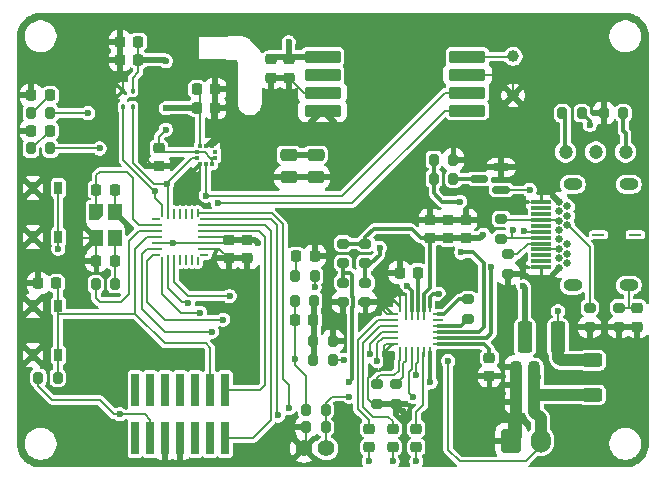
<source format=gbr>
%TF.GenerationSoftware,KiCad,Pcbnew,9.0.3*%
%TF.CreationDate,2025-07-30T22:19:27+08:00*%
%TF.ProjectId,airspeed_BIO,61697273-7065-4656-945f-42494f2e6b69,rev?*%
%TF.SameCoordinates,Original*%
%TF.FileFunction,Copper,L1,Top*%
%TF.FilePolarity,Positive*%
%FSLAX46Y46*%
G04 Gerber Fmt 4.6, Leading zero omitted, Abs format (unit mm)*
G04 Created by KiCad (PCBNEW 9.0.3) date 2025-07-30 22:19:27*
%MOMM*%
%LPD*%
G01*
G04 APERTURE LIST*
G04 Aperture macros list*
%AMRoundRect*
0 Rectangle with rounded corners*
0 $1 Rounding radius*
0 $2 $3 $4 $5 $6 $7 $8 $9 X,Y pos of 4 corners*
0 Add a 4 corners polygon primitive as box body*
4,1,4,$2,$3,$4,$5,$6,$7,$8,$9,$2,$3,0*
0 Add four circle primitives for the rounded corners*
1,1,$1+$1,$2,$3*
1,1,$1+$1,$4,$5*
1,1,$1+$1,$6,$7*
1,1,$1+$1,$8,$9*
0 Add four rect primitives between the rounded corners*
20,1,$1+$1,$2,$3,$4,$5,0*
20,1,$1+$1,$4,$5,$6,$7,0*
20,1,$1+$1,$6,$7,$8,$9,0*
20,1,$1+$1,$8,$9,$2,$3,0*%
%AMOutline4P*
0 Free polygon, 4 corners , with rotation*
0 The origin of the aperture is its center*
0 number of corners: always 4*
0 $1 to $8 corner X, Y*
0 $9 Rotation angle, in degrees counterclockwise*
0 create outline with 4 corners*
4,1,4,$1,$2,$3,$4,$5,$6,$7,$8,$1,$2,$9*%
%AMOutline5P*
0 Free polygon, 5 corners , with rotation*
0 The origin of the aperture is its center*
0 number of corners: always 5*
0 $1 to $10 corner X, Y*
0 $11 Rotation angle, in degrees counterclockwise*
0 create outline with 5 corners*
4,1,5,$1,$2,$3,$4,$5,$6,$7,$8,$9,$10,$1,$2,$11*%
%AMOutline6P*
0 Free polygon, 6 corners , with rotation*
0 The origin of the aperture is its center*
0 number of corners: always 6*
0 $1 to $12 corner X, Y*
0 $13 Rotation angle, in degrees counterclockwise*
0 create outline with 6 corners*
4,1,6,$1,$2,$3,$4,$5,$6,$7,$8,$9,$10,$11,$12,$1,$2,$13*%
%AMOutline7P*
0 Free polygon, 7 corners , with rotation*
0 The origin of the aperture is its center*
0 number of corners: always 7*
0 $1 to $14 corner X, Y*
0 $15 Rotation angle, in degrees counterclockwise*
0 create outline with 7 corners*
4,1,7,$1,$2,$3,$4,$5,$6,$7,$8,$9,$10,$11,$12,$13,$14,$1,$2,$15*%
%AMOutline8P*
0 Free polygon, 8 corners , with rotation*
0 The origin of the aperture is its center*
0 number of corners: always 8*
0 $1 to $16 corner X, Y*
0 $17 Rotation angle, in degrees counterclockwise*
0 create outline with 8 corners*
4,1,8,$1,$2,$3,$4,$5,$6,$7,$8,$9,$10,$11,$12,$13,$14,$15,$16,$1,$2,$17*%
%AMFreePoly0*
4,1,14,0.230680,0.111820,0.364320,-0.021820,0.377500,-0.053640,0.377500,-0.080000,0.364320,-0.111820,0.332500,-0.125000,-0.332500,-0.125000,-0.364320,-0.111820,-0.377500,-0.080000,-0.377500,0.080000,-0.364320,0.111820,-0.332500,0.125000,0.198860,0.125000,0.230680,0.111820,0.230680,0.111820,$1*%
%AMFreePoly1*
4,1,14,0.364320,0.111820,0.377500,0.080000,0.377500,0.053640,0.364320,0.021820,0.230680,-0.111820,0.198860,-0.125000,-0.332500,-0.125000,-0.364320,-0.111820,-0.377500,-0.080000,-0.377500,0.080000,-0.364320,0.111820,-0.332500,0.125000,0.332500,0.125000,0.364320,0.111820,0.364320,0.111820,$1*%
%AMFreePoly2*
4,1,14,0.111820,0.364320,0.125000,0.332500,0.125000,-0.332500,0.111820,-0.364320,0.080000,-0.377500,-0.080000,-0.377500,-0.111820,-0.364320,-0.125000,-0.332500,-0.125000,0.198860,-0.111820,0.230680,0.021820,0.364320,0.053640,0.377500,0.080000,0.377500,0.111820,0.364320,0.111820,0.364320,$1*%
%AMFreePoly3*
4,1,14,-0.021820,0.364320,0.111820,0.230680,0.125000,0.198860,0.125000,-0.332500,0.111820,-0.364320,0.080000,-0.377500,-0.080000,-0.377500,-0.111820,-0.364320,-0.125000,-0.332500,-0.125000,0.332500,-0.111820,0.364320,-0.080000,0.377500,-0.053640,0.377500,-0.021820,0.364320,-0.021820,0.364320,$1*%
%AMFreePoly4*
4,1,14,0.364320,0.111820,0.377500,0.080000,0.377500,-0.080000,0.364320,-0.111820,0.332500,-0.125000,-0.198860,-0.125000,-0.230680,-0.111820,-0.364320,0.021820,-0.377500,0.053640,-0.377500,0.080000,-0.364320,0.111820,-0.332500,0.125000,0.332500,0.125000,0.364320,0.111820,0.364320,0.111820,$1*%
%AMFreePoly5*
4,1,14,0.364320,0.111820,0.377500,0.080000,0.377500,-0.080000,0.364320,-0.111820,0.332500,-0.125000,-0.332500,-0.125000,-0.364320,-0.111820,-0.377500,-0.080000,-0.377500,-0.053640,-0.364320,-0.021820,-0.230680,0.111820,-0.198860,0.125000,0.332500,0.125000,0.364320,0.111820,0.364320,0.111820,$1*%
%AMFreePoly6*
4,1,14,0.111820,0.364320,0.125000,0.332500,0.125000,-0.198860,0.111820,-0.230680,-0.021820,-0.364320,-0.053640,-0.377500,-0.080000,-0.377500,-0.111820,-0.364320,-0.125000,-0.332500,-0.125000,0.332500,-0.111820,0.364320,-0.080000,0.377500,0.080000,0.377500,0.111820,0.364320,0.111820,0.364320,$1*%
%AMFreePoly7*
4,1,14,0.111820,0.364320,0.125000,0.332500,0.125000,-0.332500,0.111820,-0.364320,0.080000,-0.377500,0.053640,-0.377500,0.021820,-0.364320,-0.111820,-0.230680,-0.125000,-0.198860,-0.125000,0.332500,-0.111820,0.364320,-0.080000,0.377500,0.080000,0.377500,0.111820,0.364320,0.111820,0.364320,$1*%
G04 Aperture macros list end*
%TA.AperFunction,SMDPad,CuDef*%
%ADD10RoundRect,0.200000X0.200000X0.275000X-0.200000X0.275000X-0.200000X-0.275000X0.200000X-0.275000X0*%
%TD*%
%TA.AperFunction,SMDPad,CuDef*%
%ADD11RoundRect,0.200000X0.275000X-0.200000X0.275000X0.200000X-0.275000X0.200000X-0.275000X-0.200000X0*%
%TD*%
%TA.AperFunction,SMDPad,CuDef*%
%ADD12RoundRect,0.225000X0.225000X0.250000X-0.225000X0.250000X-0.225000X-0.250000X0.225000X-0.250000X0*%
%TD*%
%TA.AperFunction,SMDPad,CuDef*%
%ADD13RoundRect,0.225000X-0.250000X0.225000X-0.250000X-0.225000X0.250000X-0.225000X0.250000X0.225000X0*%
%TD*%
%TA.AperFunction,SMDPad,CuDef*%
%ADD14RoundRect,0.200000X-0.275000X0.200000X-0.275000X-0.200000X0.275000X-0.200000X0.275000X0.200000X0*%
%TD*%
%TA.AperFunction,SMDPad,CuDef*%
%ADD15RoundRect,0.250000X-0.475000X0.250000X-0.475000X-0.250000X0.475000X-0.250000X0.475000X0.250000X0*%
%TD*%
%TA.AperFunction,SMDPad,CuDef*%
%ADD16RoundRect,0.200000X-0.200000X-0.275000X0.200000X-0.275000X0.200000X0.275000X-0.200000X0.275000X0*%
%TD*%
%TA.AperFunction,SMDPad,CuDef*%
%ADD17RoundRect,0.225000X0.250000X-0.225000X0.250000X0.225000X-0.250000X0.225000X-0.250000X-0.225000X0*%
%TD*%
%TA.AperFunction,SMDPad,CuDef*%
%ADD18R,1.700000X0.300000*%
%TD*%
%TA.AperFunction,ComponentPad*%
%ADD19C,0.650000*%
%TD*%
%TA.AperFunction,ComponentPad*%
%ADD20O,1.600000X1.000000*%
%TD*%
%TA.AperFunction,SMDPad,CuDef*%
%ADD21R,1.000000X0.200000*%
%TD*%
%TA.AperFunction,SMDPad,CuDef*%
%ADD22R,0.375000X0.350000*%
%TD*%
%TA.AperFunction,SMDPad,CuDef*%
%ADD23R,0.350000X0.375000*%
%TD*%
%TA.AperFunction,SMDPad,CuDef*%
%ADD24Outline5P,-0.700000X0.575000X0.355000X0.575000X0.700000X0.230000X0.700000X-0.575000X-0.700000X-0.575000X270.000000*%
%TD*%
%TA.AperFunction,SMDPad,CuDef*%
%ADD25R,1.150000X1.400000*%
%TD*%
%TA.AperFunction,ComponentPad*%
%ADD26RoundRect,0.250000X-0.600000X-0.750000X0.600000X-0.750000X0.600000X0.750000X-0.600000X0.750000X0*%
%TD*%
%TA.AperFunction,ComponentPad*%
%ADD27O,1.700000X2.000000*%
%TD*%
%TA.AperFunction,SMDPad,CuDef*%
%ADD28RoundRect,0.218750X-0.218750X-0.256250X0.218750X-0.256250X0.218750X0.256250X-0.218750X0.256250X0*%
%TD*%
%TA.AperFunction,ComponentPad*%
%ADD29C,1.400000*%
%TD*%
%TA.AperFunction,SMDPad,CuDef*%
%ADD30R,0.650000X1.050000*%
%TD*%
%TA.AperFunction,SMDPad,CuDef*%
%ADD31C,1.000000*%
%TD*%
%TA.AperFunction,SMDPad,CuDef*%
%ADD32RoundRect,0.218750X-0.256250X0.218750X-0.256250X-0.218750X0.256250X-0.218750X0.256250X0.218750X0*%
%TD*%
%TA.AperFunction,ComponentPad*%
%ADD33C,1.200000*%
%TD*%
%TA.AperFunction,SMDPad,CuDef*%
%ADD34RoundRect,0.150000X0.587500X0.150000X-0.587500X0.150000X-0.587500X-0.150000X0.587500X-0.150000X0*%
%TD*%
%TA.AperFunction,SMDPad,CuDef*%
%ADD35RoundRect,0.225000X-0.225000X-0.250000X0.225000X-0.250000X0.225000X0.250000X-0.225000X0.250000X0*%
%TD*%
%TA.AperFunction,SMDPad,CuDef*%
%ADD36RoundRect,0.218750X0.218750X0.256250X-0.218750X0.256250X-0.218750X-0.256250X0.218750X-0.256250X0*%
%TD*%
%TA.AperFunction,SMDPad,CuDef*%
%ADD37RoundRect,0.150000X1.400000X0.350000X-1.400000X0.350000X-1.400000X-0.350000X1.400000X-0.350000X0*%
%TD*%
%TA.AperFunction,SMDPad,CuDef*%
%ADD38Outline5P,-0.400000X0.125000X0.300000X0.125000X0.400000X0.025000X0.400000X-0.125000X-0.400000X-0.125000X0.000000*%
%TD*%
%TA.AperFunction,SMDPad,CuDef*%
%ADD39Outline4P,-0.400000X0.125000X0.400000X0.125000X0.400000X-0.125000X-0.400000X-0.125000X0.000000*%
%TD*%
%TA.AperFunction,SMDPad,CuDef*%
%ADD40Outline5P,-0.400000X0.125000X0.400000X0.125000X0.400000X-0.025000X0.300000X-0.125000X-0.400000X-0.125000X0.000000*%
%TD*%
%TA.AperFunction,SMDPad,CuDef*%
%ADD41Outline5P,-0.125000X0.300000X-0.025000X0.400000X0.125000X0.400000X0.125000X-0.400000X-0.125000X-0.400000X0.000000*%
%TD*%
%TA.AperFunction,SMDPad,CuDef*%
%ADD42Outline4P,-0.125000X0.400000X0.125000X0.400000X0.125000X-0.400000X-0.125000X-0.400000X0.000000*%
%TD*%
%TA.AperFunction,SMDPad,CuDef*%
%ADD43Outline5P,-0.125000X0.400000X0.025000X0.400000X0.125000X0.300000X0.125000X-0.400000X-0.125000X-0.400000X0.000000*%
%TD*%
%TA.AperFunction,SMDPad,CuDef*%
%ADD44Outline5P,-0.400000X0.125000X0.400000X0.125000X0.400000X-0.125000X-0.300000X-0.125000X-0.400000X-0.025000X0.000000*%
%TD*%
%TA.AperFunction,SMDPad,CuDef*%
%ADD45Outline5P,-0.400000X0.025000X-0.300000X0.125000X0.400000X0.125000X0.400000X-0.125000X-0.400000X-0.125000X0.000000*%
%TD*%
%TA.AperFunction,SMDPad,CuDef*%
%ADD46Outline5P,-0.125000X0.400000X0.125000X0.400000X0.125000X-0.300000X0.025000X-0.400000X-0.125000X-0.400000X0.000000*%
%TD*%
%TA.AperFunction,SMDPad,CuDef*%
%ADD47Outline4P,-0.125000X0.750000X0.125000X0.750000X0.125000X-0.750000X-0.125000X-0.750000X0.000000*%
%TD*%
%TA.AperFunction,SMDPad,CuDef*%
%ADD48Outline5P,-0.125000X0.400000X0.125000X0.400000X0.125000X-0.400000X-0.025000X-0.400000X-0.125000X-0.300000X0.000000*%
%TD*%
%TA.AperFunction,SMDPad,CuDef*%
%ADD49R,0.650000X2.760000*%
%TD*%
%TA.AperFunction,SMDPad,CuDef*%
%ADD50FreePoly0,0.000000*%
%TD*%
%TA.AperFunction,SMDPad,CuDef*%
%ADD51RoundRect,0.062500X-0.375000X-0.062500X0.375000X-0.062500X0.375000X0.062500X-0.375000X0.062500X0*%
%TD*%
%TA.AperFunction,SMDPad,CuDef*%
%ADD52FreePoly1,0.000000*%
%TD*%
%TA.AperFunction,SMDPad,CuDef*%
%ADD53FreePoly2,0.000000*%
%TD*%
%TA.AperFunction,SMDPad,CuDef*%
%ADD54RoundRect,0.062500X-0.062500X-0.375000X0.062500X-0.375000X0.062500X0.375000X-0.062500X0.375000X0*%
%TD*%
%TA.AperFunction,SMDPad,CuDef*%
%ADD55FreePoly3,0.000000*%
%TD*%
%TA.AperFunction,SMDPad,CuDef*%
%ADD56FreePoly4,0.000000*%
%TD*%
%TA.AperFunction,SMDPad,CuDef*%
%ADD57FreePoly5,0.000000*%
%TD*%
%TA.AperFunction,SMDPad,CuDef*%
%ADD58FreePoly6,0.000000*%
%TD*%
%TA.AperFunction,SMDPad,CuDef*%
%ADD59FreePoly7,0.000000*%
%TD*%
%TA.AperFunction,SMDPad,CuDef*%
%ADD60RoundRect,0.250000X-0.375000X-1.075000X0.375000X-1.075000X0.375000X1.075000X-0.375000X1.075000X0*%
%TD*%
%TA.AperFunction,SMDPad,CuDef*%
%ADD61RoundRect,0.045000X0.105000X-0.205000X0.105000X0.205000X-0.105000X0.205000X-0.105000X-0.205000X0*%
%TD*%
%TA.AperFunction,SMDPad,CuDef*%
%ADD62RoundRect,0.250000X-0.625000X0.312500X-0.625000X-0.312500X0.625000X-0.312500X0.625000X0.312500X0*%
%TD*%
%TA.AperFunction,ViaPad*%
%ADD63C,0.600000*%
%TD*%
%TA.AperFunction,Conductor*%
%ADD64C,0.200000*%
%TD*%
%TA.AperFunction,Conductor*%
%ADD65C,0.500000*%
%TD*%
%TA.AperFunction,Conductor*%
%ADD66C,1.000000*%
%TD*%
%TA.AperFunction,Conductor*%
%ADD67C,0.300000*%
%TD*%
%TA.AperFunction,Conductor*%
%ADD68C,0.127000*%
%TD*%
G04 APERTURE END LIST*
D10*
%TO.P,R8,1*%
%TO.N,GND*%
X132950000Y-73450000D03*
%TO.P,R8,2*%
%TO.N,Net-(U1-ILIM)*%
X131300000Y-73450000D03*
%TD*%
D11*
%TO.P,R6,1*%
%TO.N,Net-(U1-REG)*%
X123600000Y-82200000D03*
%TO.P,R6,2*%
%TO.N,/connector/USB.VBUS*%
X123600000Y-80550000D03*
%TD*%
D12*
%TO.P,C23,1*%
%TO.N,Net-(C23-Pad1)*%
X104275000Y-82000000D03*
%TO.P,C23,2*%
%TO.N,GND*%
X102725000Y-82000000D03*
%TD*%
D13*
%TO.P,C20,1*%
%TO.N,+3V3*%
X108000000Y-72450000D03*
%TO.P,C20,2*%
%TO.N,GND*%
X108000000Y-74000000D03*
%TD*%
%TO.P,C26,1*%
%TO.N,+3V3*%
X113910000Y-80225000D03*
%TO.P,C26,2*%
%TO.N,GND*%
X113910000Y-81775000D03*
%TD*%
D14*
%TO.P,R7,1*%
%TO.N,Net-(U1-EN)*%
X134200000Y-85275000D03*
%TO.P,R7,2*%
%TO.N,/power/VCCpm*%
X134200000Y-86925000D03*
%TD*%
D13*
%TO.P,C21,1*%
%TO.N,+3V3*%
X117500000Y-64950000D03*
%TO.P,C21,2*%
%TO.N,GND*%
X117500000Y-66500000D03*
%TD*%
D12*
%TO.P,C19,1*%
%TO.N,+3V3*%
X106275000Y-63470000D03*
%TO.P,C19,2*%
%TO.N,GND*%
X104725000Y-63470000D03*
%TD*%
D15*
%TO.P,C27,1*%
%TO.N,+3V3*%
X121290000Y-73050000D03*
%TO.P,C27,2*%
%TO.N,GND*%
X121290000Y-74950000D03*
%TD*%
D16*
%TO.P,R10,1*%
%TO.N,+5V*%
X119500000Y-85400000D03*
%TO.P,R10,2*%
%TO.N,Net-(C5-Pad2)*%
X121150000Y-85400000D03*
%TD*%
D17*
%TO.P,C2,1*%
%TO.N,/connector/USB.VBUS*%
X132482500Y-80075000D03*
%TO.P,C2,2*%
%TO.N,GND*%
X132482500Y-78525000D03*
%TD*%
D18*
%TO.P,J1,A1,GND*%
%TO.N,GND*%
X140400000Y-82550000D03*
%TO.P,J1,A2*%
%TO.N,N/C*%
X140400000Y-82050000D03*
%TO.P,J1,A3*%
X140400000Y-81550000D03*
%TO.P,J1,A4,VBUS*%
%TO.N,/connector/USB.VBUS*%
X140400000Y-81050000D03*
%TO.P,J1,A5,CC1*%
%TO.N,Net-(J1-CC1)*%
X140400000Y-80550000D03*
%TO.P,J1,A6,D+*%
%TO.N,/connector/USB.D+*%
X140400000Y-80050000D03*
%TO.P,J1,A7,D-*%
%TO.N,/connector/USB.D-*%
X140400000Y-79550000D03*
%TO.P,J1,A8,SBU1*%
%TO.N,unconnected-(J1-SBU1-PadA8)*%
X140400000Y-79050000D03*
%TO.P,J1,A9,VBUS*%
%TO.N,/connector/USB.VBUS*%
X140400000Y-78550000D03*
%TO.P,J1,A10*%
%TO.N,N/C*%
X140400000Y-78050000D03*
%TO.P,J1,A11*%
X140400000Y-77550000D03*
%TO.P,J1,A12,GND*%
%TO.N,GND*%
X140400000Y-77050000D03*
D19*
%TO.P,J1,B1,GND*%
X141900000Y-77000000D03*
%TO.P,J1,B2*%
%TO.N,N/C*%
X142600000Y-77400000D03*
%TO.P,J1,B3*%
X142600000Y-78200000D03*
%TO.P,J1,B4,VBUS*%
%TO.N,/connector/USB.VBUS*%
X141900000Y-78600000D03*
%TO.P,J1,B5,CC2*%
%TO.N,Net-(J1-CC2)*%
X142600000Y-79000000D03*
%TO.P,J1,B6,D+*%
%TO.N,/connector/USB.D+*%
X141900000Y-79400000D03*
%TO.P,J1,B7,D-*%
%TO.N,/connector/USB.D-*%
X141900000Y-80200000D03*
%TO.P,J1,B8,SBU2*%
%TO.N,unconnected-(J1-SBU2-PadB8)*%
X142600000Y-80600000D03*
%TO.P,J1,B9,VBUS*%
%TO.N,/connector/USB.VBUS*%
X141900000Y-81000000D03*
%TO.P,J1,B10*%
%TO.N,N/C*%
X142600000Y-81400000D03*
%TO.P,J1,B11*%
X142600000Y-82200000D03*
%TO.P,J1,B12,GND*%
%TO.N,GND*%
X141900000Y-82600000D03*
D20*
%TO.P,J1,S1,SHIELD*%
%TO.N,Net-(J1-SHIELD)*%
X143050000Y-84070000D03*
X147780000Y-84070000D03*
D19*
X141900000Y-81800000D03*
D21*
X145230000Y-79800000D03*
X148330000Y-79800000D03*
D19*
X141900000Y-77800000D03*
D20*
X143050000Y-75530000D03*
X147780000Y-75530000D03*
%TD*%
D22*
%TO.P,U3,1,VDD_IO*%
%TO.N,+3V3*%
X111240000Y-72810000D03*
%TO.P,U3,2,SCL*%
%TO.N,/MCU/I2C1.SCL*%
X111240000Y-73310000D03*
D23*
%TO.P,U3,3,RSVD*%
%TO.N,GND*%
X111500000Y-73820000D03*
%TO.P,U3,4,SDA*%
%TO.N,/MCU/I2C1.SDA*%
X112000000Y-73820000D03*
%TO.P,U3,5,SAO*%
%TO.N,+3V3*%
X112500000Y-73820000D03*
D22*
%TO.P,U3,6,CS*%
X112760000Y-73310000D03*
%TO.P,U3,7,INT*%
%TO.N,unconnected-(U3-INT-Pad7)*%
X112760000Y-72810000D03*
D23*
%TO.P,U3,8,GND*%
%TO.N,GND*%
X112500000Y-72300000D03*
%TO.P,U3,9,GND*%
X112000000Y-72300000D03*
%TO.P,U3,10,VDD*%
%TO.N,+3V3*%
X111500000Y-72300000D03*
%TD*%
D24*
%TO.P,Y1,1,1*%
%TO.N,/MCU/RCC_OSC_IN*%
X102700000Y-77900000D03*
D25*
%TO.P,Y1,2,2*%
%TO.N,GND*%
X102700000Y-80100000D03*
%TO.P,Y1,3,3*%
%TO.N,Net-(C23-Pad1)*%
X104300000Y-80100000D03*
%TO.P,Y1,4,4*%
%TO.N,GND*%
X104300000Y-77900000D03*
%TD*%
D26*
%TO.P,J3,1,Pin_1*%
%TO.N,GND*%
X137850000Y-97250000D03*
D27*
%TO.P,J3,2,Pin_2*%
%TO.N,/connector/BATT*%
X140350000Y-97250000D03*
%TD*%
D12*
%TO.P,C10,1*%
%TO.N,/connector/BATT*%
X139775000Y-94000000D03*
%TO.P,C10,2*%
%TO.N,GND*%
X138225000Y-94000000D03*
%TD*%
D28*
%TO.P,RLED2,1,K*%
%TO.N,GND*%
X97212500Y-68000000D03*
%TO.P,RLED2,2,A*%
%TO.N,Net-(RLED2-A)*%
X98787500Y-68000000D03*
%TD*%
D29*
%TO.P,TH1,1*%
%TO.N,GND*%
X120295000Y-97900000D03*
%TO.P,TH1,2*%
%TO.N,/power/NTC*%
X122195000Y-97900000D03*
%TD*%
D15*
%TO.P,C28,1*%
%TO.N,+3V3*%
X119000000Y-73050000D03*
%TO.P,C28,2*%
%TO.N,GND*%
X119000000Y-74950000D03*
%TD*%
D13*
%TO.P,C6,1*%
%TO.N,Net-(U1-TMR)*%
X136000000Y-90225000D03*
%TO.P,C6,2*%
%TO.N,GND*%
X136000000Y-91775000D03*
%TD*%
D30*
%TO.P,SW3,1*%
%TO.N,GND*%
X97350000Y-80000000D03*
%TO.P,SW3,2*%
X97350000Y-75850000D03*
%TO.P,SW3,3*%
%TO.N,/radio/RST*%
X99500000Y-80000000D03*
%TO.P,SW3,4*%
X99500000Y-75850000D03*
%TD*%
D16*
%TO.P,R9,1*%
%TO.N,Net-(C5-Pad2)*%
X121100000Y-90400000D03*
%TO.P,R9,2*%
%TO.N,Net-(U1-FB)*%
X122750000Y-90400000D03*
%TD*%
D10*
%TO.P,R25,1*%
%TO.N,Net-(SW1-C)*%
X147325000Y-69500000D03*
%TO.P,R25,2*%
%TO.N,GND*%
X145675000Y-69500000D03*
%TD*%
D31*
%TO.P,TP2,1,1*%
%TO.N,Net-(U4-VOUT)*%
X138000000Y-64700000D03*
%TD*%
D32*
%TO.P,D2,1,K*%
%TO.N,Net-(D2-K)*%
X129800000Y-96212500D03*
%TO.P,D2,2,A*%
%TO.N,Net-(D2-A)*%
X129800000Y-97787500D03*
%TD*%
D13*
%TO.P,C18,1*%
%TO.N,+3V3*%
X119010000Y-64950000D03*
%TO.P,C18,2*%
%TO.N,GND*%
X119010000Y-66500000D03*
%TD*%
D33*
%TO.P,SW1,1,A*%
%TO.N,Net-(SW1-A)*%
X142442500Y-72800000D03*
%TO.P,SW1,2,B*%
%TO.N,/connector/EN_power*%
X144982500Y-72800000D03*
%TO.P,SW1,3,C*%
%TO.N,Net-(SW1-C)*%
X147522500Y-72800000D03*
%TD*%
D16*
%TO.P,R20,1*%
%TO.N,Net-(RLED1-A)*%
X119575000Y-83300000D03*
%TO.P,R20,2*%
%TO.N,+3V3*%
X121225000Y-83300000D03*
%TD*%
D34*
%TO.P,Q1,1,G*%
%TO.N,/connector/USB.D-*%
X137000000Y-76000000D03*
%TO.P,Q1,2,S*%
%TO.N,GND*%
X137000000Y-74100000D03*
%TO.P,Q1,3,D*%
%TO.N,Net-(Q1-D)*%
X135125000Y-75050000D03*
%TD*%
D11*
%TO.P,R3,1*%
%TO.N,GND*%
X123600000Y-85500000D03*
%TO.P,R3,2*%
%TO.N,Net-(U1-REG)*%
X123600000Y-83850000D03*
%TD*%
D13*
%TO.P,C14,1*%
%TO.N,Net-(J1-SHIELD)*%
X148512500Y-86025000D03*
%TO.P,C14,2*%
%TO.N,GND*%
X148512500Y-87575000D03*
%TD*%
D10*
%TO.P,R29,1*%
%TO.N,Net-(U7-TX_INDICATE)*%
X98825000Y-72500000D03*
%TO.P,R29,2*%
%TO.N,Net-(YLED1-A)*%
X97175000Y-72500000D03*
%TD*%
%TO.P,R26,1*%
%TO.N,Net-(C23-Pad1)*%
X104325000Y-84000000D03*
%TO.P,R26,2*%
%TO.N,/MCU/RCC_OSC_OUT*%
X102675000Y-84000000D03*
%TD*%
D35*
%TO.P,C17,1*%
%TO.N,+3V3*%
X111225000Y-69060000D03*
%TO.P,C17,2*%
%TO.N,GND*%
X112775000Y-69060000D03*
%TD*%
D13*
%TO.P,C25,1*%
%TO.N,+3V3*%
X115500000Y-80225000D03*
%TO.P,C25,2*%
%TO.N,GND*%
X115500000Y-81775000D03*
%TD*%
D12*
%TO.P,C11,1*%
%TO.N,/connector/BATT*%
X139775000Y-92490000D03*
%TO.P,C11,2*%
%TO.N,GND*%
X138225000Y-92490000D03*
%TD*%
D31*
%TO.P,TP1,1,1*%
%TO.N,GND*%
X138000000Y-68000000D03*
%TD*%
D36*
%TO.P,RLED1,1,K*%
%TO.N,GND*%
X121210000Y-81596000D03*
%TO.P,RLED1,2,A*%
%TO.N,Net-(RLED1-A)*%
X119635000Y-81596000D03*
%TD*%
D32*
%TO.P,D3,1,K*%
%TO.N,Net-(D3-K)*%
X127800000Y-96212500D03*
%TO.P,D3,2,A*%
%TO.N,Net-(D3-A)*%
X127800000Y-97787500D03*
%TD*%
D35*
%TO.P,C15,1*%
%TO.N,+3V3*%
X111225000Y-67500000D03*
%TO.P,C15,2*%
%TO.N,GND*%
X112775000Y-67500000D03*
%TD*%
D11*
%TO.P,R22,1*%
%TO.N,GND*%
X144482500Y-87625000D03*
%TO.P,R22,2*%
%TO.N,Net-(J1-CC2)*%
X144482500Y-85975000D03*
%TD*%
D10*
%TO.P,R27,1*%
%TO.N,/MCU/NRST*%
X99450000Y-91925000D03*
%TO.P,R27,2*%
%TO.N,+3V3*%
X97800000Y-91925000D03*
%TD*%
D12*
%TO.P,C12,1*%
%TO.N,/connector/BATT*%
X139775000Y-91000000D03*
%TO.P,C12,2*%
%TO.N,GND*%
X138225000Y-91000000D03*
%TD*%
D14*
%TO.P,R13,1*%
%TO.N,Net-(U1-ISET)*%
X128100000Y-92475000D03*
%TO.P,R13,2*%
%TO.N,GND*%
X128100000Y-94125000D03*
%TD*%
D10*
%TO.P,R4,1*%
%TO.N,Net-(Q1-D)*%
X132950000Y-75050000D03*
%TO.P,R4,2*%
%TO.N,Net-(U1-ILIM)*%
X131300000Y-75050000D03*
%TD*%
D16*
%TO.P,R14,1*%
%TO.N,GND*%
X120470000Y-96095000D03*
%TO.P,R14,2*%
%TO.N,/power/NTC*%
X122120000Y-96095000D03*
%TD*%
D37*
%TO.P,U4,1,SCL*%
%TO.N,/MCU/I2C1.SCL*%
X134130000Y-69285000D03*
%TO.P,U4,2,SDA*%
%TO.N,/MCU/I2C1.SDA*%
X134130000Y-67765000D03*
%TO.P,U4,3,GND*%
%TO.N,GND*%
X134130000Y-66245000D03*
%TO.P,U4,4,VOUT*%
%TO.N,Net-(U4-VOUT)*%
X134130000Y-64725000D03*
%TO.P,U4,5,VDD*%
%TO.N,+3V3*%
X121870000Y-64725000D03*
%TO.P,U4,6,NC*%
%TO.N,unconnected-(U4-NC-Pad6)*%
X121870000Y-66245000D03*
%TO.P,U4,7,RSVD*%
%TO.N,GND*%
X121870000Y-67765000D03*
%TO.P,U4,8,RSVD*%
X121870000Y-69285000D03*
%TD*%
D38*
%TO.P,U1,1,PGND*%
%TO.N,GND*%
X127800000Y-86550000D03*
D39*
%TO.P,U1,2,~{CHG}*%
%TO.N,Net-(D1-K)*%
X127800000Y-87050000D03*
%TO.P,U1,3,~{BOOST}*%
%TO.N,Net-(D3-K)*%
X127800000Y-87550000D03*
%TO.P,U1,4,CSP*%
%TO.N,Net-(U1-CSP)*%
X127800000Y-88050000D03*
%TO.P,U1,5,BATT*%
%TO.N,/connector/BATT*%
X127800000Y-88550000D03*
D40*
%TO.P,U1,6,AGND*%
%TO.N,GND*%
X127800000Y-89050000D03*
D41*
%TO.P,U1,7,OLIM*%
%TO.N,Net-(U1-OLIM)*%
X128450000Y-89700000D03*
D42*
%TO.P,U1,8,ISET*%
%TO.N,Net-(U1-ISET)*%
X128950000Y-89700000D03*
%TO.P,U1,9,NTC*%
%TO.N,/power/NTC*%
X129450000Y-89700000D03*
%TO.P,U1,10,FB*%
%TO.N,Net-(U1-FB)*%
X129950000Y-89700000D03*
%TO.P,U1,11,~{ACOK}*%
%TO.N,Net-(D2-K)*%
X130450000Y-89700000D03*
D43*
%TO.P,U1,12,REG*%
%TO.N,Net-(U1-REG)*%
X130950000Y-89700000D03*
D44*
%TO.P,U1,13,TMR*%
%TO.N,Net-(U1-TMR)*%
X131600000Y-89050000D03*
D39*
%TO.P,U1,14,PWIN*%
%TO.N,Net-(U1-PWIN)*%
X131600000Y-88550000D03*
%TO.P,U1,15,ILIM*%
%TO.N,Net-(U1-ILIM)*%
X131600000Y-88050000D03*
%TO.P,U1,16,VCC*%
%TO.N,/power/VCCpm*%
X131600000Y-87550000D03*
%TO.P,U1,17,VB*%
%TO.N,unconnected-(U1-VB-Pad17)*%
X131600000Y-87050000D03*
D45*
%TO.P,U1,18,EN*%
%TO.N,Net-(U1-EN)*%
X131600000Y-86550000D03*
D46*
%TO.P,U1,19,MODE*%
%TO.N,/connector/EN_power*%
X130950000Y-85900000D03*
D47*
%TO.P,U1,20,VIN*%
%TO.N,/connector/USB.VBUS*%
X130450000Y-86250000D03*
%TO.P,U1,21,SYS*%
%TO.N,+5V*%
X129950000Y-86250000D03*
%TO.P,U1,22,SW*%
%TO.N,Net-(U1-SW)*%
X129450000Y-86250000D03*
%TO.P,U1,23,PGND*%
%TO.N,GND*%
X128950000Y-86250000D03*
D48*
%TO.P,U1,24,PGND*%
X128450000Y-85900000D03*
%TD*%
D49*
%TO.P,J2,1,Pin_1*%
%TO.N,unconnected-(J2-Pin_1-Pad1)*%
X106000000Y-97000000D03*
%TO.P,J2,2,Pin_2*%
%TO.N,unconnected-(J2-Pin_2-Pad2)*%
X106000000Y-92960000D03*
%TO.P,J2,3,Pin_3*%
%TO.N,+3V3*%
X107270000Y-97000000D03*
%TO.P,J2,4,Pin_4*%
%TO.N,/MCU/SYS.SWDIO*%
X107270000Y-92960000D03*
%TO.P,J2,5,Pin_5*%
%TO.N,GND*%
X108540000Y-97000000D03*
%TO.P,J2,6,Pin_6*%
%TO.N,/MCU/SYS.SWCLK*%
X108540000Y-92960000D03*
%TO.P,J2,7,Pin_7*%
%TO.N,GND*%
X109810000Y-97000000D03*
%TO.P,J2,8,Pin_8*%
%TO.N,unconnected-(J2-Pin_8-Pad8)*%
X109810000Y-92960000D03*
%TO.P,J2,9,Pin_9*%
%TO.N,unconnected-(J2-Pin_9-Pad9)*%
X111080000Y-97000000D03*
%TO.P,J2,10,Pin_10*%
%TO.N,unconnected-(J2-Pin_10-Pad10)*%
X111080000Y-92960000D03*
%TO.P,J2,11,Pin_11*%
%TO.N,unconnected-(J2-Pin_11-Pad11)*%
X112350000Y-97000000D03*
%TO.P,J2,12,Pin_12*%
%TO.N,/MCU/NRST*%
X112350000Y-92960000D03*
%TO.P,J2,13,Pin_13*%
%TO.N,/MCU/USART1.RX*%
X113620000Y-97000000D03*
%TO.P,J2,14,Pin_14*%
%TO.N,/MCU/USART1.TX*%
X113620000Y-92960000D03*
%TD*%
D14*
%TO.P,R21,1*%
%TO.N,Net-(J1-SHIELD)*%
X146982500Y-85975000D03*
%TO.P,R21,2*%
%TO.N,GND*%
X146982500Y-87625000D03*
%TD*%
D35*
%TO.P,C22,1*%
%TO.N,/MCU/RCC_OSC_IN*%
X102725000Y-76000000D03*
%TO.P,C22,2*%
%TO.N,GND*%
X104275000Y-76000000D03*
%TD*%
D50*
%TO.P,U6,1,PB8*%
%TO.N,unconnected-(U6-PB8-Pad1)*%
X107802500Y-78500000D03*
D51*
%TO.P,U6,2,PF0*%
%TO.N,/MCU/RCC_OSC_IN*%
X107862500Y-79000000D03*
%TO.P,U6,3,PF1*%
%TO.N,/MCU/RCC_OSC_OUT*%
X107862500Y-79500000D03*
%TO.P,U6,4,NRST*%
%TO.N,/MCU/NRST*%
X107862500Y-80000000D03*
%TO.P,U6,5,VDDA*%
%TO.N,+3V3*%
X107862500Y-80500000D03*
%TO.P,U6,6,PA0*%
%TO.N,/MCU/USART2.CTS*%
X107862500Y-81000000D03*
D52*
%TO.P,U6,7,PA1*%
%TO.N,/MCU/USART2.RTS*%
X107802500Y-81500000D03*
D53*
%TO.P,U6,8,PA2*%
%TO.N,/MCU/USART2.TX*%
X108300000Y-81997500D03*
D54*
%TO.P,U6,9,PA3*%
%TO.N,/MCU/USART2.RX*%
X108800000Y-81937500D03*
%TO.P,U6,10,PA4*%
%TO.N,/MCU/~{DATA_IND}*%
X109300000Y-81937500D03*
%TO.P,U6,11,PA5*%
%TO.N,unconnected-(U6-PA5-Pad11)*%
X109800000Y-81937500D03*
%TO.P,U6,12,PA6*%
%TO.N,unconnected-(U6-PA6-Pad12)*%
X110300000Y-81937500D03*
%TO.P,U6,13,PA7*%
%TO.N,unconnected-(U6-PA7-Pad13)*%
X110800000Y-81937500D03*
D55*
%TO.P,U6,14,PB0*%
%TO.N,unconnected-(U6-PB0-Pad14)*%
X111300000Y-81997500D03*
D56*
%TO.P,U6,15,PB1*%
%TO.N,unconnected-(U6-PB1-Pad15)*%
X111797500Y-81500000D03*
D51*
%TO.P,U6,16,VSSA*%
%TO.N,GND*%
X111737500Y-81000000D03*
%TO.P,U6,17,VDD*%
%TO.N,+3V3*%
X111737500Y-80500000D03*
%TO.P,U6,18,VDDIO2*%
X111737500Y-80000000D03*
%TO.P,U6,19,PA9/PA11*%
%TO.N,/MCU/USART1.TX*%
X111737500Y-79500000D03*
%TO.P,U6,20,PA10/PA12*%
%TO.N,/MCU/USART1.RX*%
X111737500Y-79000000D03*
D57*
%TO.P,U6,21,PA13*%
%TO.N,/MCU/SYS.SWDIO*%
X111797500Y-78500000D03*
D58*
%TO.P,U6,22,PA14*%
%TO.N,/MCU/SYS.SWCLK*%
X111300000Y-78002500D03*
D54*
%TO.P,U6,23,PA15*%
%TO.N,unconnected-(U6-PA15-Pad23)*%
X110800000Y-78062500D03*
%TO.P,U6,24,PB3*%
%TO.N,unconnected-(U6-PB3-Pad24)*%
X110300000Y-78062500D03*
%TO.P,U6,25,PB4*%
%TO.N,unconnected-(U6-PB4-Pad25)*%
X109800000Y-78062500D03*
%TO.P,U6,26,PB5*%
%TO.N,unconnected-(U6-PB5-Pad26)*%
X109300000Y-78062500D03*
%TO.P,U6,27,PB6*%
%TO.N,/MCU/I2C1.SCL*%
X108800000Y-78062500D03*
D59*
%TO.P,U6,28,PB7*%
%TO.N,/MCU/I2C1.SDA*%
X108300000Y-78002500D03*
%TD*%
D10*
%TO.P,R24,1*%
%TO.N,/power/VCCpm*%
X143825000Y-69500000D03*
%TO.P,R24,2*%
%TO.N,Net-(SW1-A)*%
X142175000Y-69500000D03*
%TD*%
D12*
%TO.P,C4,1*%
%TO.N,+5V*%
X129950000Y-83000000D03*
%TO.P,C4,2*%
%TO.N,GND*%
X128400000Y-83000000D03*
%TD*%
D11*
%TO.P,R2,1*%
%TO.N,GND*%
X125500000Y-85500000D03*
%TO.P,R2,2*%
%TO.N,Net-(U1-PWIN)*%
X125500000Y-83850000D03*
%TD*%
D17*
%TO.P,C1,1*%
%TO.N,/connector/USB.VBUS*%
X130992500Y-80075000D03*
%TO.P,C1,2*%
%TO.N,GND*%
X130992500Y-78525000D03*
%TD*%
D28*
%TO.P,YLED1,1,K*%
%TO.N,GND*%
X97212500Y-71000000D03*
%TO.P,YLED1,2,A*%
%TO.N,Net-(YLED1-A)*%
X98787500Y-71000000D03*
%TD*%
D35*
%TO.P,C5,1*%
%TO.N,+5V*%
X119550000Y-87000000D03*
%TO.P,C5,2*%
%TO.N,Net-(C5-Pad2)*%
X121100000Y-87000000D03*
%TD*%
D11*
%TO.P,R1,1*%
%TO.N,/connector/USB.D+*%
X136982500Y-80125000D03*
%TO.P,R1,2*%
%TO.N,/connector/USB.VBUS*%
X136982500Y-78475000D03*
%TD*%
%TO.P,R23,1*%
%TO.N,GND*%
X137600000Y-83125000D03*
%TO.P,R23,2*%
%TO.N,Net-(J1-CC1)*%
X137600000Y-81475000D03*
%TD*%
D30*
%TO.P,SW2,1*%
%TO.N,GND*%
X97350000Y-90000000D03*
%TO.P,SW2,2*%
X97350000Y-85850000D03*
%TO.P,SW2,3*%
%TO.N,/MCU/NRST*%
X99500000Y-90000000D03*
%TO.P,SW2,4*%
X99500000Y-85850000D03*
%TD*%
D17*
%TO.P,C3,1*%
%TO.N,/connector/USB.VBUS*%
X133992500Y-80075000D03*
%TO.P,C3,2*%
%TO.N,GND*%
X133992500Y-78525000D03*
%TD*%
D60*
%TO.P,L1,1*%
%TO.N,Net-(U1-SW)*%
X139000000Y-88500000D03*
%TO.P,L1,2*%
%TO.N,Net-(U1-CSP)*%
X141800000Y-88500000D03*
%TD*%
D10*
%TO.P,R16,1*%
%TO.N,/power/NTC*%
X122120000Y-94600000D03*
%TO.P,R16,2*%
%TO.N,+5V*%
X120470000Y-94600000D03*
%TD*%
%TO.P,R28,1*%
%TO.N,Net-(U7-RX_INDICATE)*%
X98825000Y-69500000D03*
%TO.P,R28,2*%
%TO.N,Net-(RLED2-A)*%
X97175000Y-69500000D03*
%TD*%
D61*
%TO.P,U5,1,SDA*%
%TO.N,/MCU/I2C1.SDA*%
X105000000Y-69000000D03*
%TO.P,U5,2,SCL*%
%TO.N,/MCU/I2C1.SCL*%
X105800000Y-69000000D03*
%TO.P,U5,3,VDD*%
%TO.N,+3V3*%
X105800000Y-67600000D03*
%TO.P,U5,4,VSS*%
%TO.N,GND*%
X105000000Y-67600000D03*
%TD*%
D16*
%TO.P,R11,1*%
%TO.N,Net-(C5-Pad2)*%
X121100000Y-88800000D03*
%TO.P,R11,2*%
%TO.N,GND*%
X122750000Y-88800000D03*
%TD*%
D12*
%TO.P,C24,1*%
%TO.N,/MCU/NRST*%
X99325000Y-83925000D03*
%TO.P,C24,2*%
%TO.N,GND*%
X97775000Y-83925000D03*
%TD*%
D14*
%TO.P,R12,1*%
%TO.N,Net-(U1-OLIM)*%
X126500000Y-92475000D03*
%TO.P,R12,2*%
%TO.N,GND*%
X126500000Y-94125000D03*
%TD*%
D11*
%TO.P,R5,1*%
%TO.N,Net-(U1-PWIN)*%
X125500000Y-82200000D03*
%TO.P,R5,2*%
%TO.N,/connector/USB.VBUS*%
X125500000Y-80550000D03*
%TD*%
D62*
%TO.P,R15,1*%
%TO.N,Net-(U1-CSP)*%
X144700000Y-90437500D03*
%TO.P,R15,2*%
%TO.N,/connector/BATT*%
X144700000Y-93362500D03*
%TD*%
D32*
%TO.P,D1,1,K*%
%TO.N,Net-(D1-K)*%
X125800000Y-96212500D03*
%TO.P,D1,2,A*%
%TO.N,Net-(D1-A)*%
X125800000Y-97787500D03*
%TD*%
D12*
%TO.P,C16,1*%
%TO.N,+3V3*%
X106275000Y-65000000D03*
%TO.P,C16,2*%
%TO.N,GND*%
X104725000Y-65000000D03*
%TD*%
D63*
%TO.N,GND*%
X101000000Y-81000000D03*
X109200000Y-62500000D03*
X101600000Y-98400000D03*
X132900000Y-83200000D03*
X125600000Y-71900000D03*
X117700000Y-70800000D03*
X104287500Y-76012500D03*
X110200000Y-76800000D03*
X109800000Y-97000000D03*
X123900000Y-95100000D03*
X131600000Y-98000000D03*
X101600000Y-96700000D03*
X108500000Y-97000000D03*
X103200000Y-65000000D03*
X113900000Y-69000000D03*
X103200000Y-63500000D03*
X128400000Y-80100000D03*
X125200000Y-63300000D03*
X136100000Y-97200000D03*
X105200000Y-88700000D03*
X103500000Y-98400000D03*
X127100000Y-83000000D03*
X113600000Y-90500000D03*
X137400000Y-88600000D03*
X131700000Y-85700000D03*
X128700000Y-94700000D03*
X110900000Y-90400000D03*
X117300000Y-62300000D03*
X113900000Y-67500000D03*
X136000000Y-94000000D03*
X117500000Y-68100000D03*
X123900000Y-73600000D03*
X106900000Y-73300000D03*
X102500000Y-88800000D03*
X123900000Y-97900000D03*
X131600000Y-94300000D03*
X130500000Y-63300000D03*
X115300000Y-62300000D03*
X117900000Y-97900000D03*
X103500000Y-96700000D03*
%TO.N,/connector/USB.VBUS*%
X135482500Y-79800000D03*
%TO.N,+5V*%
X119500000Y-90300000D03*
X129950000Y-83000000D03*
%TO.N,/connector/BATT*%
X126500000Y-90500000D03*
X132500000Y-90500000D03*
%TO.N,+3V3*%
X108600000Y-69100000D03*
X121200000Y-84200000D03*
X104700000Y-95000000D03*
X120200000Y-73050000D03*
X109200000Y-80500000D03*
X108600000Y-70900000D03*
X116400000Y-80500000D03*
X119000000Y-63500000D03*
X108600000Y-65100000D03*
%TO.N,Net-(D1-A)*%
X125800000Y-99000000D03*
%TO.N,Net-(D2-A)*%
X129800000Y-99000000D03*
%TO.N,Net-(D3-A)*%
X127800000Y-99000000D03*
%TO.N,/connector/USB.D+*%
X137982500Y-79400000D03*
%TO.N,/connector/USB.D-*%
X139400000Y-76000000D03*
X138882500Y-79450000D03*
%TO.N,/MCU/SYS.SWCLK*%
X119000000Y-94500000D03*
X108540000Y-92960000D03*
%TO.N,/MCU/SYS.SWDIO*%
X107270000Y-92960000D03*
X118100000Y-95100000D03*
%TO.N,Net-(U1-SW)*%
X138874620Y-84174620D03*
X129000000Y-84100000D03*
%TO.N,Net-(U1-CSP)*%
X141800000Y-86275000D03*
X125900000Y-89900000D03*
%TO.N,Net-(U1-PWIN)*%
X136150000Y-82500000D03*
X126700000Y-80900000D03*
%TO.N,Net-(U1-REG)*%
X131000000Y-92300000D03*
X124100000Y-92300000D03*
%TO.N,Net-(U1-ILIM)*%
X133600000Y-81300000D03*
X133500000Y-77000000D03*
%TO.N,/power/VCCpm*%
X134200000Y-86925000D03*
X144500000Y-70500000D03*
%TO.N,Net-(U1-FB)*%
X123700000Y-90400000D03*
X129799000Y-91650000D03*
%TO.N,/power/NTC*%
X129500000Y-93500000D03*
X124100000Y-93500000D03*
%TO.N,Net-(U7-RX_INDICATE)*%
X102000000Y-69500000D03*
%TO.N,Net-(U7-TX_INDICATE)*%
X103000000Y-72500000D03*
%TO.N,/radio/RST*%
X99500000Y-81000000D03*
%TO.N,/connector/EN_power*%
X131700000Y-84800000D03*
%TO.N,/MCU/I2C1.SDA*%
X112000000Y-76500000D03*
X107700000Y-76100000D03*
%TO.N,/MCU/I2C1.SCL*%
X108700000Y-75500000D03*
X113000000Y-77100000D03*
%TO.N,/MCU/USART2.RX*%
X110500000Y-85600000D03*
%TO.N,/MCU/USART2.RTS*%
X113434313Y-87000000D03*
%TO.N,/MCU/USART2.CTS*%
X112500000Y-88000000D03*
%TO.N,/MCU/USART2.TX*%
X111500000Y-86400000D03*
%TO.N,/MCU/~{DATA_IND}*%
X114000000Y-85000000D03*
%TD*%
D64*
%TO.N,GND*%
X112775000Y-67500000D02*
X112775000Y-69060000D01*
X111500000Y-74400000D02*
X110200000Y-75700000D01*
X134130000Y-66245000D02*
X137445000Y-66245000D01*
D65*
X132900000Y-84662075D02*
X132900000Y-83200000D01*
X108500000Y-99100000D02*
X108540000Y-99060000D01*
D64*
X127250000Y-89050000D02*
X127100000Y-89200000D01*
X108000000Y-74000000D02*
X107500000Y-74000000D01*
X127800000Y-86550000D02*
X127350000Y-86550000D01*
X125700000Y-93700000D02*
X126125000Y-94125000D01*
D65*
X128700000Y-94700000D02*
X128500000Y-94700000D01*
X108540000Y-97000000D02*
X108540000Y-99060000D01*
D64*
X113135000Y-81000000D02*
X113910000Y-81775000D01*
D65*
X108540000Y-97000000D02*
X108500000Y-97000000D01*
D64*
X128450000Y-85900000D02*
X128450000Y-85050000D01*
D65*
X109810000Y-97000000D02*
X109810000Y-99090000D01*
D64*
X104300000Y-77900000D02*
X104300000Y-76025000D01*
X121870000Y-67765000D02*
X120275000Y-67765000D01*
X117500000Y-66500000D02*
X119010000Y-66500000D01*
X112500000Y-72300000D02*
X112500000Y-69335000D01*
X127800000Y-89050000D02*
X127250000Y-89050000D01*
X104725000Y-66225000D02*
X105000000Y-66500000D01*
D65*
X128500000Y-94700000D02*
X128100000Y-94300000D01*
D64*
X126125000Y-94125000D02*
X126500000Y-94125000D01*
D65*
X128400000Y-83000000D02*
X128400000Y-80100000D01*
D64*
X112000000Y-72300000D02*
X112500000Y-72300000D01*
X102725000Y-80125000D02*
X102700000Y-80100000D01*
X128200000Y-84800000D02*
X127100000Y-84800000D01*
X128950000Y-84950000D02*
X128950000Y-86250000D01*
X128450000Y-85050000D02*
X128200000Y-84800000D01*
X137445000Y-66245000D02*
X138000000Y-66800000D01*
D66*
X138225000Y-96875000D02*
X137850000Y-97250000D01*
D65*
X131700000Y-85700000D02*
X131862075Y-85700000D01*
D64*
X111737500Y-81000000D02*
X113135000Y-81000000D01*
X101400000Y-80100000D02*
X101000000Y-80500000D01*
D65*
X128400000Y-83000000D02*
X127100000Y-83000000D01*
D64*
X125700000Y-91900000D02*
X125700000Y-93700000D01*
X102725000Y-82000000D02*
X102725000Y-80125000D01*
X111500000Y-73820000D02*
X111500000Y-74400000D01*
X120470000Y-97725000D02*
X120295000Y-97900000D01*
D65*
X131862075Y-85700000D02*
X132900000Y-84662075D01*
D64*
X104275000Y-76000000D02*
X104287500Y-76012500D01*
X104300000Y-76025000D02*
X104287500Y-76012500D01*
X110200000Y-75700000D02*
X110200000Y-76800000D01*
X127100000Y-84400000D02*
X128400000Y-84400000D01*
X126300000Y-91300000D02*
X125700000Y-91900000D01*
X107500000Y-74000000D02*
X106900000Y-73400000D01*
X127100000Y-89200000D02*
X127100000Y-90900000D01*
X127100000Y-90900000D02*
X126700000Y-91300000D01*
X106900000Y-73400000D02*
X106900000Y-73300000D01*
D65*
X109800000Y-99100000D02*
X109810000Y-99090000D01*
D66*
X138225000Y-91000000D02*
X138225000Y-96875000D01*
D64*
X117500000Y-66500000D02*
X117500000Y-68100000D01*
X101000000Y-80500000D02*
X101000000Y-81000000D01*
X104275000Y-77875000D02*
X104300000Y-77900000D01*
X120275000Y-67765000D02*
X119010000Y-66500000D01*
X128400000Y-84400000D02*
X128950000Y-84950000D01*
X112500000Y-69335000D02*
X112775000Y-69060000D01*
X102700000Y-80100000D02*
X101400000Y-80100000D01*
X115500000Y-81775000D02*
X113910000Y-81775000D01*
X127100000Y-86300000D02*
X127100000Y-84400000D01*
X120470000Y-96095000D02*
X120470000Y-97725000D01*
X104725000Y-63470000D02*
X104725000Y-66225000D01*
D65*
X109810000Y-97000000D02*
X109800000Y-97000000D01*
D64*
X127350000Y-86550000D02*
X127100000Y-86300000D01*
X113840000Y-69060000D02*
X113900000Y-69000000D01*
X138000000Y-66800000D02*
X138000000Y-68000000D01*
X105000000Y-66500000D02*
X105000000Y-67600000D01*
X126700000Y-91300000D02*
X126300000Y-91300000D01*
X112775000Y-69060000D02*
X113840000Y-69060000D01*
X112775000Y-67500000D02*
X113900000Y-67500000D01*
D67*
%TO.N,/connector/USB.VBUS*%
X131000000Y-84299000D02*
X131000000Y-80082500D01*
D64*
X141850000Y-81050000D02*
X140400000Y-81050000D01*
X140400000Y-78550000D02*
X141850000Y-78550000D01*
X141900000Y-81000000D02*
X141850000Y-81050000D01*
D67*
X125500000Y-80550000D02*
X125500000Y-80000000D01*
X131000000Y-80082500D02*
X130992500Y-80075000D01*
X126200000Y-79300000D02*
X129400000Y-79300000D01*
X132750000Y-80342500D02*
X132482500Y-80075000D01*
X123600000Y-80550000D02*
X125500000Y-80550000D01*
X130450000Y-84841480D02*
X130992479Y-84299000D01*
X130992479Y-84299000D02*
X131000000Y-84299000D01*
X130175000Y-80075000D02*
X130992500Y-80075000D01*
D65*
X135207500Y-80075000D02*
X135482500Y-79800000D01*
D67*
X130450000Y-86250000D02*
X130450000Y-84841480D01*
X125500000Y-80000000D02*
X126200000Y-79300000D01*
D64*
X141850000Y-78550000D02*
X141900000Y-78600000D01*
D67*
X129400000Y-79300000D02*
X130175000Y-80075000D01*
D64*
X137057500Y-78550000D02*
X136982500Y-78475000D01*
X140400000Y-78550000D02*
X137057500Y-78550000D01*
X136982500Y-78475000D02*
X136657500Y-78475000D01*
D65*
X130992500Y-80075000D02*
X135207500Y-80075000D01*
D64*
%TO.N,+5V*%
X120470000Y-94600000D02*
X120470000Y-91770000D01*
D67*
X129950000Y-86250000D02*
X129950000Y-83000000D01*
D64*
X120470000Y-91770000D02*
X119500000Y-90800000D01*
X119500000Y-90800000D02*
X119500000Y-90300000D01*
X119500000Y-90300000D02*
X119500000Y-85400000D01*
D65*
%TO.N,Net-(C5-Pad2)*%
X121150000Y-90350000D02*
X121100000Y-90400000D01*
X121150000Y-85400000D02*
X121150000Y-90350000D01*
D67*
%TO.N,Net-(U1-TMR)*%
X135550000Y-89050000D02*
X131600000Y-89050000D01*
X136000000Y-90225000D02*
X136000000Y-89500000D01*
X136000000Y-89500000D02*
X135550000Y-89050000D01*
D66*
%TO.N,/connector/BATT*%
X139775000Y-93300000D02*
X139775000Y-94775000D01*
D64*
X139050000Y-99000000D02*
X140350000Y-97700000D01*
X126950000Y-88550000D02*
X126500000Y-89000000D01*
D66*
X140350000Y-95350000D02*
X140350000Y-97250000D01*
D64*
X140350000Y-97700000D02*
X140350000Y-97250000D01*
D66*
X139775000Y-94775000D02*
X140350000Y-95350000D01*
D64*
X127800000Y-88550000D02*
X126950000Y-88550000D01*
X133500000Y-99000000D02*
X139050000Y-99000000D01*
X132500000Y-98000000D02*
X133500000Y-99000000D01*
X132500000Y-90500000D02*
X132500000Y-98000000D01*
X126500000Y-89000000D02*
X126500000Y-90500000D01*
D66*
X144700000Y-93362500D02*
X139837500Y-93362500D01*
X139775000Y-91000000D02*
X139775000Y-91800000D01*
X139837500Y-93362500D02*
X139775000Y-93300000D01*
X139837500Y-91862500D02*
X139775000Y-91800000D01*
X139775000Y-91800000D02*
X139775000Y-93300000D01*
D64*
%TO.N,+3V3*%
X106275000Y-63470000D02*
X106275000Y-64200000D01*
X108360000Y-72810000D02*
X108000000Y-72450000D01*
D65*
X121870000Y-64725000D02*
X117725000Y-64725000D01*
D64*
X99000000Y-93800000D02*
X103000000Y-93800000D01*
D65*
X108500000Y-65000000D02*
X108600000Y-65100000D01*
D64*
X112500000Y-73437500D02*
X112372500Y-73310000D01*
X121200000Y-83325000D02*
X121225000Y-83300000D01*
X97800000Y-91925000D02*
X97800000Y-92600000D01*
X111737500Y-80000000D02*
X113685000Y-80000000D01*
X112760000Y-73310000D02*
X112372500Y-73310000D01*
X117725000Y-64725000D02*
X117500000Y-64950000D01*
X112500000Y-73820000D02*
X112500000Y-73437500D01*
X104200000Y-95000000D02*
X104700000Y-95000000D01*
X109200000Y-80500000D02*
X111737500Y-80500000D01*
D65*
X115500000Y-80225000D02*
X116125000Y-80225000D01*
X119000000Y-73050000D02*
X121290000Y-73050000D01*
D64*
X105800000Y-66500000D02*
X105800000Y-67600000D01*
X104700000Y-95000000D02*
X106800000Y-95000000D01*
X111737500Y-80500000D02*
X113635000Y-80500000D01*
D65*
X115500000Y-80225000D02*
X113910000Y-80225000D01*
D64*
X103000000Y-93800000D02*
X104200000Y-95000000D01*
X111500000Y-67775000D02*
X111500000Y-72300000D01*
D65*
X106275000Y-65000000D02*
X108500000Y-65000000D01*
D64*
X113635000Y-80500000D02*
X113910000Y-80225000D01*
D65*
X108640000Y-69060000D02*
X108600000Y-69100000D01*
D64*
X107270000Y-95470000D02*
X107270000Y-97000000D01*
X106275000Y-64200000D02*
X106275000Y-66025000D01*
D65*
X119010000Y-64950000D02*
X119010000Y-63510000D01*
D64*
X111240000Y-72810000D02*
X108360000Y-72810000D01*
X107862500Y-80500000D02*
X109200000Y-80500000D01*
X97800000Y-92600000D02*
X99000000Y-93800000D01*
D65*
X116125000Y-80225000D02*
X116400000Y-80500000D01*
D64*
X111225000Y-67500000D02*
X111500000Y-67775000D01*
X108600000Y-70900000D02*
X108000000Y-71500000D01*
X112372500Y-73310000D02*
X111872500Y-72810000D01*
X121200000Y-84200000D02*
X121200000Y-83325000D01*
X106275000Y-66025000D02*
X105800000Y-66500000D01*
X106800000Y-95000000D02*
X107270000Y-95470000D01*
X111872500Y-72810000D02*
X111240000Y-72810000D01*
X108000000Y-71500000D02*
X108000000Y-72450000D01*
D65*
X119010000Y-63510000D02*
X119000000Y-63500000D01*
X111225000Y-69060000D02*
X108640000Y-69060000D01*
D64*
X113685000Y-80000000D02*
X113910000Y-80225000D01*
%TO.N,Net-(J1-SHIELD)*%
X147780000Y-84070000D02*
X147780000Y-86022500D01*
X147782500Y-86025000D02*
X147032500Y-86025000D01*
X147032500Y-86025000D02*
X146982500Y-85975000D01*
X147780000Y-86022500D02*
X147782500Y-86025000D01*
X148512500Y-86025000D02*
X147782500Y-86025000D01*
%TO.N,/MCU/RCC_OSC_IN*%
X102700000Y-77900000D02*
X102700000Y-76025000D01*
X105800000Y-78500000D02*
X106300000Y-79000000D01*
X102725000Y-76000000D02*
X102725000Y-74775000D01*
X105800000Y-75000000D02*
X105800000Y-78500000D01*
X106300000Y-79000000D02*
X107862500Y-79000000D01*
X103000000Y-74500000D02*
X105300000Y-74500000D01*
X105300000Y-74500000D02*
X105800000Y-75000000D01*
X102725000Y-74775000D02*
X103000000Y-74500000D01*
X102700000Y-76025000D02*
X102725000Y-76000000D01*
%TO.N,Net-(C23-Pad1)*%
X104275000Y-80125000D02*
X104300000Y-80100000D01*
X104325000Y-82050000D02*
X104275000Y-82000000D01*
X104275000Y-82000000D02*
X104275000Y-80125000D01*
X104325000Y-84000000D02*
X104325000Y-82050000D01*
%TO.N,/MCU/NRST*%
X108500000Y-89000000D02*
X106000000Y-86500000D01*
X112000000Y-89000000D02*
X108500000Y-89000000D01*
X99450000Y-84050000D02*
X99325000Y-83925000D01*
X112350000Y-92960000D02*
X112350000Y-89350000D01*
X106000000Y-86500000D02*
X99450000Y-86500000D01*
X99450000Y-91925000D02*
X99450000Y-86500000D01*
X107000000Y-80000000D02*
X107862500Y-80000000D01*
X99450000Y-86500000D02*
X99450000Y-84050000D01*
X112350000Y-89350000D02*
X112000000Y-89000000D01*
X106000000Y-81000000D02*
X107000000Y-80000000D01*
X106000000Y-86500000D02*
X106000000Y-81000000D01*
%TO.N,Net-(D1-K)*%
X124851000Y-94551000D02*
X125800000Y-95500000D01*
X126550000Y-87050000D02*
X124851000Y-88749000D01*
X125800000Y-95500000D02*
X125800000Y-96212500D01*
X127800000Y-87050000D02*
X126550000Y-87050000D01*
X124851000Y-88749000D02*
X124851000Y-94551000D01*
D68*
%TO.N,Net-(D1-A)*%
X125800000Y-97787500D02*
X125800000Y-99000000D01*
D64*
%TO.N,Net-(D2-K)*%
X129800000Y-94800000D02*
X129800000Y-96212500D01*
X130399000Y-94201000D02*
X129800000Y-94800000D01*
X130450000Y-89700000D02*
X130399000Y-89751000D01*
X130399000Y-89751000D02*
X130399000Y-94201000D01*
D68*
%TO.N,Net-(D2-A)*%
X129800000Y-97787500D02*
X129800000Y-99000000D01*
%TO.N,Net-(D3-A)*%
X127800000Y-97787500D02*
X127800000Y-99000000D01*
D64*
%TO.N,Net-(D3-K)*%
X126100000Y-95200000D02*
X127400000Y-95200000D01*
X127800000Y-87550000D02*
X126750000Y-87550000D01*
X127400000Y-95200000D02*
X127800000Y-95600000D01*
X125299000Y-89001000D02*
X125299000Y-94399000D01*
X126750000Y-87550000D02*
X125299000Y-89001000D01*
X125299000Y-94399000D02*
X126100000Y-95200000D01*
X127800000Y-95600000D02*
X127800000Y-96212500D01*
%TO.N,/connector/USB.D+*%
X137057500Y-80050000D02*
X137882500Y-80050000D01*
X136982500Y-80125000D02*
X137057500Y-80050000D01*
D68*
X137882500Y-79500000D02*
X137882500Y-80050000D01*
X137982500Y-79400000D02*
X137882500Y-79500000D01*
D64*
X137882500Y-80050000D02*
X140400000Y-80050000D01*
%TO.N,Net-(J1-CC1)*%
X140400000Y-80550000D02*
X139250000Y-80550000D01*
X138325000Y-81475000D02*
X137807500Y-81475000D01*
X139250000Y-80550000D02*
X138325000Y-81475000D01*
%TO.N,Net-(J1-CC2)*%
X144482500Y-80800000D02*
X142682500Y-79000000D01*
X142682500Y-79000000D02*
X142600000Y-79000000D01*
X144482500Y-85975000D02*
X144482500Y-80800000D01*
D68*
%TO.N,/connector/USB.D-*%
X138982500Y-79550000D02*
X140400000Y-79550000D01*
X139400000Y-76000000D02*
X137000000Y-76000000D01*
X138882500Y-79450000D02*
X138982500Y-79550000D01*
D64*
%TO.N,/MCU/SYS.SWCLK*%
X117569600Y-78002500D02*
X111300000Y-78002500D01*
X118500000Y-78932900D02*
X117569600Y-78002500D01*
X118500000Y-92000000D02*
X118500000Y-78932900D01*
X119000000Y-94500000D02*
X119000000Y-92500000D01*
X119000000Y-92500000D02*
X118500000Y-92000000D01*
%TO.N,/MCU/SYS.SWDIO*%
X118000000Y-92000000D02*
X118000000Y-95000000D01*
X117500000Y-78500000D02*
X118000000Y-79000000D01*
X111797500Y-78500000D02*
X117500000Y-78500000D01*
X118000000Y-79000000D02*
X118000000Y-92000000D01*
X118000000Y-95000000D02*
X118100000Y-95100000D01*
%TO.N,/MCU/USART1.RX*%
X116000000Y-97000000D02*
X117500000Y-95500000D01*
X117500000Y-95500000D02*
X117500000Y-79500000D01*
X113620000Y-97000000D02*
X116000000Y-97000000D01*
X117000000Y-79000000D02*
X111737500Y-79000000D01*
X117500000Y-79500000D02*
X117000000Y-79000000D01*
%TO.N,/MCU/USART1.TX*%
X116540000Y-92960000D02*
X113620000Y-92960000D01*
X117000000Y-92500000D02*
X116540000Y-92960000D01*
X117000000Y-80000000D02*
X117000000Y-92500000D01*
X111763500Y-79474000D02*
X116474000Y-79474000D01*
X111737500Y-79500000D02*
X111763500Y-79474000D01*
X116474000Y-79474000D02*
X117000000Y-80000000D01*
D67*
%TO.N,Net-(U1-SW)*%
X129000000Y-84100000D02*
X129450000Y-84550000D01*
D65*
X139000000Y-84300000D02*
X138874620Y-84174620D01*
D67*
X129450000Y-84550000D02*
X129450000Y-86250000D01*
D65*
X139000000Y-88500000D02*
X139000000Y-84300000D01*
D64*
%TO.N,Net-(U1-CSP)*%
X125900000Y-89900000D02*
X125900000Y-89032900D01*
X141800000Y-86275000D02*
X141800000Y-88500000D01*
X126882900Y-88050000D02*
X127800000Y-88050000D01*
X125900000Y-89032900D02*
X126882900Y-88050000D01*
D66*
X144700000Y-90437500D02*
X142037500Y-90437500D01*
X142037500Y-90437500D02*
X141800000Y-90200000D01*
X141800000Y-90200000D02*
X141800000Y-88500000D01*
D67*
%TO.N,Net-(Q1-D)*%
X135125000Y-75050000D02*
X132950000Y-75050000D01*
%TO.N,Net-(U1-PWIN)*%
X125500000Y-82200000D02*
X125500000Y-83850000D01*
X126700000Y-80900000D02*
X126700000Y-81500000D01*
X126700000Y-81500000D02*
X126000000Y-82200000D01*
X135750000Y-88550000D02*
X131600000Y-88550000D01*
X136150000Y-88150000D02*
X135750000Y-88550000D01*
X126000000Y-82200000D02*
X125500000Y-82200000D01*
X136150000Y-82500000D02*
X136150000Y-88150000D01*
%TO.N,Net-(U1-REG)*%
X124426000Y-85066226D02*
X124400000Y-85040226D01*
X131000000Y-92300000D02*
X131000000Y-89750000D01*
X123600000Y-82200000D02*
X123600000Y-83000000D01*
X124100000Y-92300000D02*
X124400000Y-92000000D01*
X131000000Y-89750000D02*
X130950000Y-89700000D01*
X124400000Y-85040226D02*
X124400000Y-83200000D01*
X124426000Y-85933774D02*
X124426000Y-85066226D01*
X123600000Y-83000000D02*
X123600000Y-83850000D01*
X124400000Y-83200000D02*
X124200000Y-83000000D01*
X124400000Y-85959774D02*
X124426000Y-85933774D01*
X124200000Y-83000000D02*
X123600000Y-83000000D01*
X124400000Y-92000000D02*
X124400000Y-85959774D01*
%TO.N,Net-(U1-ILIM)*%
X132000000Y-77000000D02*
X131300000Y-76300000D01*
X135100000Y-88050000D02*
X131600000Y-88050000D01*
X134600000Y-81300000D02*
X135500000Y-82200000D01*
X131300000Y-76300000D02*
X131300000Y-75050000D01*
X133600000Y-81300000D02*
X134600000Y-81300000D01*
X135500000Y-82200000D02*
X135500000Y-87650000D01*
X135500000Y-87650000D02*
X135100000Y-88050000D01*
X133500000Y-77000000D02*
X132000000Y-77000000D01*
X131300000Y-73450000D02*
X131300000Y-75050000D01*
%TO.N,/power/VCCpm*%
X144500000Y-70175000D02*
X143825000Y-69500000D01*
X131600000Y-87550000D02*
X133550000Y-87550000D01*
X134175000Y-86925000D02*
X134200000Y-86925000D01*
X144500000Y-70500000D02*
X144500000Y-70175000D01*
X133550000Y-87550000D02*
X134175000Y-86925000D01*
%TO.N,Net-(U1-EN)*%
X132150000Y-86550000D02*
X133425000Y-85275000D01*
X131600000Y-86550000D02*
X132150000Y-86550000D01*
X133425000Y-85275000D02*
X134200000Y-85275000D01*
D64*
%TO.N,Net-(U1-FB)*%
X129799000Y-90750000D02*
X129950000Y-90599000D01*
X129799000Y-91650000D02*
X129799000Y-90750000D01*
X129950000Y-90599000D02*
X129950000Y-89700000D01*
X122750000Y-90400000D02*
X123700000Y-90400000D01*
%TO.N,Net-(U1-OLIM)*%
X128450000Y-89700000D02*
X128450000Y-90382900D01*
X127900000Y-91700000D02*
X126700000Y-91700000D01*
X128450000Y-90382900D02*
X128299000Y-90533900D01*
X128299000Y-90533900D02*
X128299000Y-91301000D01*
X126500000Y-91900000D02*
X126500000Y-92475000D01*
X128299000Y-91301000D02*
X127900000Y-91700000D01*
X126700000Y-91700000D02*
X126500000Y-91900000D01*
%TO.N,Net-(U1-ISET)*%
X128700000Y-91875000D02*
X128700000Y-90700000D01*
X128950000Y-90450000D02*
X128950000Y-89700000D01*
X128100000Y-92475000D02*
X128700000Y-91875000D01*
X128700000Y-90700000D02*
X128950000Y-90450000D01*
%TO.N,/power/NTC*%
X129200000Y-93000000D02*
X129200000Y-93200000D01*
X129200000Y-93200000D02*
X129500000Y-93500000D01*
X129398000Y-91201057D02*
X129198000Y-91401057D01*
X129198000Y-92998000D02*
X129200000Y-93000000D01*
X122700000Y-93500000D02*
X122120000Y-94080000D01*
X122120000Y-94195000D02*
X122195000Y-94270000D01*
X129450000Y-89700000D02*
X129398000Y-89752000D01*
X122120000Y-94080000D02*
X122120000Y-94195000D01*
X129398000Y-89752000D02*
X129398000Y-91201057D01*
X122195000Y-94270000D02*
X122195000Y-97900000D01*
X129198000Y-91401057D02*
X129198000Y-92998000D01*
X124100000Y-93500000D02*
X122700000Y-93500000D01*
%TO.N,Net-(RLED1-A)*%
X119635000Y-83240000D02*
X119575000Y-83300000D01*
X119635000Y-81596000D02*
X119635000Y-83240000D01*
%TO.N,/MCU/RCC_OSC_OUT*%
X105500000Y-84800000D02*
X105500000Y-80300000D01*
X102675000Y-85175000D02*
X103000000Y-85500000D01*
X104800000Y-85500000D02*
X105500000Y-84800000D01*
X106300000Y-79500000D02*
X107862500Y-79500000D01*
X102675000Y-84000000D02*
X102675000Y-85175000D01*
X103000000Y-85500000D02*
X104800000Y-85500000D01*
X105500000Y-80300000D02*
X106300000Y-79500000D01*
D67*
%TO.N,Net-(SW1-A)*%
X142425000Y-69750000D02*
X142425000Y-72782500D01*
X142175000Y-69500000D02*
X142425000Y-69750000D01*
X142425000Y-72782500D02*
X142442500Y-72800000D01*
D64*
%TO.N,Net-(RLED2-A)*%
X97287500Y-69500000D02*
X98787500Y-68000000D01*
X97175000Y-69500000D02*
X97287500Y-69500000D01*
D67*
%TO.N,Net-(SW1-C)*%
X147522500Y-71222500D02*
X147522500Y-72800000D01*
X147325000Y-69500000D02*
X147325000Y-71025000D01*
X147325000Y-71025000D02*
X147522500Y-71222500D01*
D64*
%TO.N,Net-(YLED1-A)*%
X97287500Y-72500000D02*
X98787500Y-71000000D01*
X97175000Y-72500000D02*
X97287500Y-72500000D01*
%TO.N,Net-(U7-RX_INDICATE)*%
X102000000Y-69500000D02*
X98825000Y-69500000D01*
%TO.N,Net-(U7-TX_INDICATE)*%
X103000000Y-72500000D02*
X98825000Y-72500000D01*
%TO.N,/radio/RST*%
X99500000Y-80000000D02*
X99500000Y-75850000D01*
X99500000Y-80000000D02*
X99500000Y-81000000D01*
D67*
%TO.N,/connector/EN_power*%
X130951000Y-85899000D02*
X130950000Y-85900000D01*
X131700000Y-84800000D02*
X131200000Y-84800000D01*
X130951000Y-85049000D02*
X130951000Y-85899000D01*
X131200000Y-84800000D02*
X130951000Y-85049000D01*
D64*
%TO.N,Net-(U4-VOUT)*%
X134130000Y-64725000D02*
X137975000Y-64725000D01*
X137975000Y-64725000D02*
X138000000Y-64700000D01*
%TO.N,/MCU/I2C1.SDA*%
X107700000Y-76100000D02*
X107600000Y-76100000D01*
X107700000Y-76700000D02*
X108300000Y-77300000D01*
X108300000Y-77300000D02*
X108300000Y-78002500D01*
X112000000Y-76500000D02*
X112000000Y-73820000D01*
X107700000Y-76100000D02*
X107700000Y-76700000D01*
X132235000Y-67765000D02*
X134130000Y-67765000D01*
X105000000Y-73500000D02*
X105000000Y-69000000D01*
X112000000Y-76500000D02*
X123500000Y-76500000D01*
X107600000Y-76100000D02*
X105000000Y-73500000D01*
X123500000Y-76500000D02*
X132235000Y-67765000D01*
%TO.N,/MCU/I2C1.SCL*%
X110852500Y-73310000D02*
X108800000Y-75362500D01*
X124400000Y-77100000D02*
X132215000Y-69285000D01*
X108700000Y-75500000D02*
X107567100Y-75500000D01*
X113000000Y-77100000D02*
X124400000Y-77100000D01*
X107567100Y-75500000D02*
X105800000Y-73732900D01*
X111240000Y-73310000D02*
X110852500Y-73310000D01*
X132215000Y-69285000D02*
X134130000Y-69285000D01*
X105800000Y-73732900D02*
X105800000Y-69000000D01*
X108800000Y-75600000D02*
X108800000Y-78062500D01*
X108700000Y-75500000D02*
X108800000Y-75600000D01*
%TO.N,/MCU/USART2.RX*%
X110400000Y-85500000D02*
X110000000Y-85500000D01*
X108800000Y-84300000D02*
X108800000Y-81937500D01*
X110000000Y-85500000D02*
X108800000Y-84300000D01*
X110500000Y-85600000D02*
X110400000Y-85500000D01*
%TO.N,/MCU/USART2.RTS*%
X108500000Y-87000000D02*
X107000000Y-85500000D01*
X107500000Y-81500000D02*
X107802500Y-81500000D01*
X107000000Y-85500000D02*
X107000000Y-82000000D01*
X113434313Y-87000000D02*
X108500000Y-87000000D01*
X107000000Y-82000000D02*
X107500000Y-81500000D01*
%TO.N,/MCU/USART2.CTS*%
X108500000Y-88000000D02*
X106599000Y-86099000D01*
X112500000Y-88000000D02*
X108500000Y-88000000D01*
X106599000Y-81401000D02*
X107000000Y-81000000D01*
X106599000Y-86099000D02*
X106599000Y-81401000D01*
X107000000Y-81000000D02*
X107862500Y-81000000D01*
%TO.N,/MCU/USART2.TX*%
X108300000Y-84800000D02*
X109900000Y-86400000D01*
X108300000Y-81997500D02*
X108300000Y-84800000D01*
X109900000Y-86400000D02*
X111500000Y-86400000D01*
%TO.N,/MCU/~{DATA_IND}*%
X114000000Y-85000000D02*
X110500000Y-85000000D01*
X109300000Y-83800000D02*
X109300000Y-81937500D01*
X110500000Y-85000000D02*
X109300000Y-83800000D01*
%TD*%
%TA.AperFunction,Conductor*%
%TO.N,GND*%
G36*
X147504043Y-61000765D02*
G01*
X147752895Y-61017075D01*
X147768953Y-61019190D01*
X147976105Y-61060395D01*
X148009535Y-61067045D01*
X148025202Y-61071243D01*
X148194947Y-61128863D01*
X148257481Y-61150091D01*
X148272458Y-61156294D01*
X148481799Y-61259529D01*
X148492460Y-61264787D01*
X148506508Y-61272897D01*
X148710464Y-61409177D01*
X148723328Y-61419048D01*
X148907749Y-61580781D01*
X148919218Y-61592250D01*
X149056196Y-61748444D01*
X149080951Y-61776671D01*
X149090825Y-61789539D01*
X149227102Y-61993492D01*
X149235212Y-62007539D01*
X149343702Y-62227534D01*
X149349909Y-62242520D01*
X149428756Y-62474797D01*
X149432954Y-62490464D01*
X149480807Y-62731035D01*
X149482925Y-62747116D01*
X149499235Y-62995956D01*
X149499500Y-63004066D01*
X149499500Y-85584001D01*
X149479815Y-85651040D01*
X149427011Y-85696795D01*
X149357853Y-85706739D01*
X149294297Y-85677714D01*
X149260146Y-85629491D01*
X149224865Y-85540027D01*
X149224865Y-85540026D01*
X149137578Y-85424921D01*
X149022476Y-85337636D01*
X148888088Y-85284640D01*
X148844497Y-85279406D01*
X148803644Y-85274500D01*
X148304500Y-85274500D01*
X148295814Y-85271949D01*
X148286853Y-85273238D01*
X148262812Y-85262259D01*
X148237461Y-85254815D01*
X148231533Y-85247974D01*
X148223297Y-85244213D01*
X148209007Y-85221978D01*
X148191706Y-85202011D01*
X148189418Y-85191496D01*
X148185523Y-85185435D01*
X148180500Y-85150500D01*
X148180500Y-84967955D01*
X148200185Y-84900916D01*
X148252989Y-84855161D01*
X148280303Y-84846339D01*
X148313497Y-84839737D01*
X148459179Y-84779394D01*
X148590289Y-84691789D01*
X148701789Y-84580289D01*
X148789394Y-84449179D01*
X148795278Y-84434975D01*
X148817020Y-84382483D01*
X148849737Y-84303497D01*
X148880500Y-84148842D01*
X148880500Y-83991158D01*
X148880500Y-83991155D01*
X148880499Y-83991153D01*
X148876287Y-83969978D01*
X148849737Y-83836503D01*
X148843967Y-83822572D01*
X148789397Y-83690827D01*
X148789390Y-83690814D01*
X148701789Y-83559711D01*
X148701786Y-83559707D01*
X148590292Y-83448213D01*
X148590288Y-83448210D01*
X148459185Y-83360609D01*
X148459172Y-83360602D01*
X148313501Y-83300264D01*
X148313489Y-83300261D01*
X148158845Y-83269500D01*
X148158842Y-83269500D01*
X147401158Y-83269500D01*
X147401155Y-83269500D01*
X147246510Y-83300261D01*
X147246498Y-83300264D01*
X147100827Y-83360602D01*
X147100814Y-83360609D01*
X146969711Y-83448210D01*
X146969707Y-83448213D01*
X146858213Y-83559707D01*
X146858210Y-83559711D01*
X146770609Y-83690814D01*
X146770602Y-83690827D01*
X146710264Y-83836498D01*
X146710261Y-83836510D01*
X146679500Y-83991153D01*
X146679500Y-84148846D01*
X146710261Y-84303489D01*
X146710264Y-84303501D01*
X146770602Y-84449172D01*
X146770609Y-84449185D01*
X146858210Y-84580288D01*
X146858213Y-84580292D01*
X146969707Y-84691786D01*
X146969711Y-84691789D01*
X147100814Y-84779390D01*
X147100827Y-84779397D01*
X147176560Y-84810766D01*
X147246503Y-84839737D01*
X147279691Y-84846338D01*
X147307820Y-84861051D01*
X147336703Y-84874242D01*
X147338559Y-84877130D01*
X147341600Y-84878721D01*
X147357309Y-84906306D01*
X147374477Y-84933020D01*
X147375137Y-84937611D01*
X147376176Y-84939436D01*
X147379500Y-84967955D01*
X147379500Y-85150500D01*
X147359815Y-85217539D01*
X147307011Y-85263294D01*
X147255500Y-85274500D01*
X146659629Y-85274500D01*
X146659623Y-85274501D01*
X146600016Y-85280908D01*
X146465171Y-85331202D01*
X146465164Y-85331206D01*
X146349955Y-85417452D01*
X146349952Y-85417455D01*
X146263706Y-85532664D01*
X146263702Y-85532671D01*
X146213410Y-85667513D01*
X146213409Y-85667517D01*
X146207000Y-85727127D01*
X146207000Y-85727134D01*
X146207000Y-85727135D01*
X146207000Y-86222870D01*
X146207001Y-86222876D01*
X146213408Y-86282483D01*
X146263702Y-86417328D01*
X146263706Y-86417335D01*
X146349952Y-86532544D01*
X146349955Y-86532547D01*
X146417495Y-86583108D01*
X146459366Y-86639042D01*
X146464350Y-86708733D01*
X146430864Y-86770056D01*
X146407334Y-86788491D01*
X146272622Y-86869927D01*
X146152427Y-86990122D01*
X146064480Y-87135604D01*
X146013909Y-87297893D01*
X146007500Y-87368427D01*
X146007500Y-87375000D01*
X147407500Y-87375000D01*
X147421181Y-87361319D01*
X147482504Y-87327834D01*
X147508862Y-87325000D01*
X148388500Y-87325000D01*
X148455539Y-87344685D01*
X148501294Y-87397489D01*
X148512500Y-87449000D01*
X148512500Y-87575000D01*
X148638500Y-87575000D01*
X148705539Y-87594685D01*
X148751294Y-87647489D01*
X148762500Y-87699000D01*
X148762500Y-88524999D01*
X148810808Y-88524999D01*
X148810822Y-88524998D01*
X148910107Y-88514855D01*
X149070981Y-88461547D01*
X149070992Y-88461542D01*
X149215228Y-88372575D01*
X149215232Y-88372572D01*
X149287819Y-88299986D01*
X149349142Y-88266501D01*
X149418834Y-88271485D01*
X149474767Y-88313357D01*
X149499184Y-88378821D01*
X149499500Y-88387667D01*
X149499500Y-97495933D01*
X149499235Y-97504043D01*
X149482925Y-97752883D01*
X149480807Y-97768964D01*
X149432954Y-98009535D01*
X149428756Y-98025202D01*
X149349909Y-98257479D01*
X149343702Y-98272465D01*
X149235212Y-98492460D01*
X149227102Y-98506507D01*
X149090825Y-98710460D01*
X149080951Y-98723328D01*
X148919218Y-98907749D01*
X148907749Y-98919218D01*
X148723328Y-99080951D01*
X148710460Y-99090825D01*
X148506507Y-99227102D01*
X148492460Y-99235212D01*
X148272465Y-99343702D01*
X148257479Y-99349909D01*
X148025202Y-99428756D01*
X148009535Y-99432954D01*
X147768964Y-99480807D01*
X147752883Y-99482925D01*
X147504043Y-99499235D01*
X147495933Y-99499500D01*
X139416255Y-99499500D01*
X139349216Y-99479815D01*
X139303461Y-99427011D01*
X139293517Y-99357853D01*
X139322542Y-99294297D01*
X139328574Y-99287819D01*
X139389291Y-99227102D01*
X140047683Y-98568707D01*
X140109004Y-98535224D01*
X140154755Y-98533917D01*
X140259454Y-98550500D01*
X140259456Y-98550500D01*
X140440551Y-98550500D01*
X140536995Y-98535224D01*
X140619409Y-98522171D01*
X140791639Y-98466211D01*
X140952994Y-98383996D01*
X141099501Y-98277553D01*
X141227553Y-98149501D01*
X141333996Y-98002994D01*
X141416211Y-97841639D01*
X141472171Y-97669409D01*
X141489974Y-97557007D01*
X141500500Y-97490551D01*
X141500500Y-97393713D01*
X146149500Y-97393713D01*
X146149500Y-97606287D01*
X146149798Y-97608170D01*
X146181060Y-97805552D01*
X146182754Y-97816243D01*
X146243434Y-98002997D01*
X146248444Y-98018414D01*
X146344951Y-98207820D01*
X146469890Y-98379786D01*
X146620213Y-98530109D01*
X146792179Y-98655048D01*
X146792181Y-98655049D01*
X146792184Y-98655051D01*
X146981588Y-98751557D01*
X147183757Y-98817246D01*
X147393713Y-98850500D01*
X147393714Y-98850500D01*
X147606286Y-98850500D01*
X147606287Y-98850500D01*
X147816243Y-98817246D01*
X148018412Y-98751557D01*
X148207816Y-98655051D01*
X148298413Y-98589229D01*
X148379786Y-98530109D01*
X148379788Y-98530106D01*
X148379792Y-98530104D01*
X148530104Y-98379792D01*
X148530106Y-98379788D01*
X148530109Y-98379786D01*
X148655048Y-98207820D01*
X148655047Y-98207820D01*
X148655051Y-98207816D01*
X148751557Y-98018412D01*
X148817246Y-97816243D01*
X148850500Y-97606287D01*
X148850500Y-97393713D01*
X148817246Y-97183757D01*
X148751557Y-96981588D01*
X148655051Y-96792184D01*
X148655049Y-96792181D01*
X148655048Y-96792179D01*
X148530109Y-96620213D01*
X148379786Y-96469890D01*
X148207820Y-96344951D01*
X148018414Y-96248444D01*
X148018413Y-96248443D01*
X148018412Y-96248443D01*
X147816243Y-96182754D01*
X147816241Y-96182753D01*
X147816240Y-96182753D01*
X147654957Y-96157208D01*
X147606287Y-96149500D01*
X147393713Y-96149500D01*
X147345042Y-96157208D01*
X147183760Y-96182753D01*
X146981585Y-96248444D01*
X146792179Y-96344951D01*
X146620213Y-96469890D01*
X146469890Y-96620213D01*
X146344951Y-96792179D01*
X146248444Y-96981585D01*
X146182753Y-97183760D01*
X146161099Y-97320479D01*
X146149500Y-97393713D01*
X141500500Y-97393713D01*
X141500500Y-97009448D01*
X141483181Y-96900104D01*
X141472171Y-96830591D01*
X141416745Y-96660003D01*
X141416212Y-96658363D01*
X141416211Y-96658360D01*
X141384776Y-96596666D01*
X141333996Y-96497006D01*
X141288949Y-96435004D01*
X141227558Y-96350505D01*
X141227554Y-96350500D01*
X141186819Y-96309765D01*
X141153334Y-96248442D01*
X141150500Y-96222084D01*
X141150500Y-95271155D01*
X141150499Y-95271153D01*
X141145940Y-95248235D01*
X141119737Y-95116503D01*
X141119735Y-95116498D01*
X141059397Y-94970827D01*
X141059390Y-94970814D01*
X140971790Y-94839712D01*
X140922479Y-94790401D01*
X140860289Y-94728211D01*
X140611819Y-94479741D01*
X140597115Y-94452813D01*
X140580523Y-94426995D01*
X140579631Y-94420794D01*
X140578334Y-94418418D01*
X140575500Y-94392060D01*
X140575500Y-94287000D01*
X140595185Y-94219961D01*
X140647989Y-94174206D01*
X140699500Y-94163000D01*
X143788320Y-94163000D01*
X143833810Y-94171646D01*
X143878745Y-94189366D01*
X143943436Y-94214877D01*
X144031898Y-94225500D01*
X144031903Y-94225500D01*
X145368097Y-94225500D01*
X145368102Y-94225500D01*
X145456564Y-94214877D01*
X145597342Y-94159361D01*
X145717922Y-94067922D01*
X145809361Y-93947342D01*
X145864877Y-93806564D01*
X145875500Y-93718102D01*
X145875500Y-93006898D01*
X145864877Y-92918436D01*
X145809361Y-92777658D01*
X145809360Y-92777657D01*
X145809360Y-92777656D01*
X145717922Y-92657077D01*
X145597343Y-92565639D01*
X145501192Y-92527722D01*
X145456564Y-92510123D01*
X145456563Y-92510122D01*
X145456561Y-92510122D01*
X145410926Y-92504642D01*
X145368102Y-92499500D01*
X144031898Y-92499500D01*
X143968710Y-92507087D01*
X143943434Y-92510123D01*
X143833810Y-92553354D01*
X143788320Y-92562000D01*
X140699500Y-92562000D01*
X140690814Y-92559449D01*
X140681853Y-92560738D01*
X140657812Y-92549759D01*
X140632461Y-92542315D01*
X140626533Y-92535474D01*
X140618297Y-92531713D01*
X140604007Y-92509478D01*
X140586706Y-92489511D01*
X140584418Y-92478996D01*
X140580523Y-92472935D01*
X140575500Y-92438000D01*
X140575500Y-92197281D01*
X140584939Y-92149828D01*
X140585859Y-92147607D01*
X140607237Y-92095997D01*
X140638000Y-91941342D01*
X140638000Y-91783657D01*
X140638000Y-91783654D01*
X140637999Y-91783652D01*
X140630767Y-91747295D01*
X140607237Y-91629002D01*
X140584939Y-91575170D01*
X140575500Y-91527717D01*
X140575500Y-90921155D01*
X140575499Y-90921153D01*
X140544739Y-90766511D01*
X140544738Y-90766509D01*
X140544737Y-90766503D01*
X140533913Y-90740372D01*
X140525363Y-90707721D01*
X140515359Y-90624410D01*
X140462364Y-90490025D01*
X140462363Y-90490024D01*
X140462363Y-90490023D01*
X140375078Y-90374921D01*
X140259976Y-90287636D01*
X140125588Y-90234640D01*
X140082242Y-90229435D01*
X140041144Y-90224500D01*
X140041138Y-90224500D01*
X139991736Y-90224500D01*
X139972647Y-90223022D01*
X139970098Y-90222624D01*
X139853842Y-90199500D01*
X139821674Y-90199500D01*
X139812188Y-90198022D01*
X139788916Y-90187061D01*
X139764238Y-90179815D01*
X139757830Y-90172420D01*
X139748978Y-90168251D01*
X139735325Y-90146448D01*
X139718483Y-90127011D01*
X139717090Y-90117327D01*
X139711897Y-90109033D01*
X139712199Y-90083311D01*
X139708539Y-90057853D01*
X139712603Y-90048952D01*
X139712719Y-90039168D01*
X139726878Y-90017695D01*
X139737564Y-89994297D01*
X139749973Y-89982671D01*
X139751182Y-89980839D01*
X139752598Y-89980211D01*
X139756353Y-89976695D01*
X139759903Y-89974003D01*
X139767922Y-89967922D01*
X139859361Y-89847342D01*
X139914877Y-89706564D01*
X139925500Y-89618102D01*
X139925500Y-87381898D01*
X140874500Y-87381898D01*
X140874500Y-89618102D01*
X140877904Y-89646448D01*
X140885122Y-89706561D01*
X140885122Y-89706563D01*
X140885123Y-89706564D01*
X140898007Y-89739235D01*
X140940638Y-89847341D01*
X140940639Y-89847342D01*
X140974303Y-89891735D01*
X140999127Y-89957045D01*
X140999500Y-89966660D01*
X140999500Y-90278846D01*
X141030261Y-90433489D01*
X141030264Y-90433501D01*
X141090602Y-90579172D01*
X141090609Y-90579185D01*
X141178210Y-90710288D01*
X141178213Y-90710292D01*
X141527207Y-91059286D01*
X141527211Y-91059289D01*
X141658314Y-91146890D01*
X141658318Y-91146892D01*
X141658321Y-91146894D01*
X141804003Y-91207238D01*
X141919459Y-91230203D01*
X141958653Y-91237999D01*
X141958657Y-91238000D01*
X141958658Y-91238000D01*
X142116343Y-91238000D01*
X143788320Y-91238000D01*
X143833810Y-91246646D01*
X143862125Y-91257812D01*
X143943436Y-91289877D01*
X144031898Y-91300500D01*
X144031903Y-91300500D01*
X145368097Y-91300500D01*
X145368102Y-91300500D01*
X145456564Y-91289877D01*
X145597342Y-91234361D01*
X145717922Y-91142922D01*
X145809361Y-91022342D01*
X145864877Y-90881564D01*
X145875500Y-90793102D01*
X145875500Y-90081898D01*
X145864877Y-89993436D01*
X145809361Y-89852658D01*
X145809360Y-89852657D01*
X145809360Y-89852656D01*
X145717922Y-89732077D01*
X145597343Y-89640639D01*
X145501192Y-89602722D01*
X145456564Y-89585123D01*
X145456563Y-89585122D01*
X145456561Y-89585122D01*
X145410926Y-89579642D01*
X145368102Y-89574500D01*
X144031898Y-89574500D01*
X143968710Y-89582087D01*
X143943434Y-89585123D01*
X143833810Y-89628354D01*
X143788320Y-89637000D01*
X142849500Y-89637000D01*
X142782461Y-89617315D01*
X142736706Y-89564511D01*
X142725500Y-89513000D01*
X142725500Y-87881582D01*
X143507501Y-87881582D01*
X143513908Y-87952102D01*
X143513909Y-87952107D01*
X143564481Y-88114396D01*
X143652427Y-88259877D01*
X143772622Y-88380072D01*
X143918104Y-88468019D01*
X143918103Y-88468019D01*
X144080394Y-88518590D01*
X144080392Y-88518590D01*
X144150918Y-88524999D01*
X144732500Y-88524999D01*
X144814081Y-88524999D01*
X144884602Y-88518591D01*
X144884607Y-88518590D01*
X145046896Y-88468018D01*
X145192377Y-88380072D01*
X145312572Y-88259877D01*
X145400519Y-88114395D01*
X145451090Y-87952106D01*
X145457499Y-87881582D01*
X146007501Y-87881582D01*
X146013908Y-87952102D01*
X146013909Y-87952107D01*
X146064481Y-88114396D01*
X146152427Y-88259877D01*
X146272622Y-88380072D01*
X146418104Y-88468019D01*
X146418103Y-88468019D01*
X146580394Y-88518590D01*
X146580392Y-88518590D01*
X146650918Y-88524999D01*
X146732499Y-88524998D01*
X146732500Y-88524998D01*
X146732500Y-87875000D01*
X147232500Y-87875000D01*
X147232500Y-88524999D01*
X147314081Y-88524999D01*
X147384602Y-88518591D01*
X147384607Y-88518590D01*
X147546898Y-88468018D01*
X147693002Y-88379694D01*
X147760557Y-88361857D01*
X147822251Y-88380272D01*
X147954011Y-88461544D01*
X147954018Y-88461547D01*
X148114893Y-88514855D01*
X148214183Y-88524999D01*
X148262499Y-88524998D01*
X148262500Y-88524998D01*
X148262500Y-87825000D01*
X148087500Y-87825000D01*
X148073819Y-87838681D01*
X148012496Y-87872166D01*
X147986138Y-87875000D01*
X147232500Y-87875000D01*
X146732500Y-87875000D01*
X146007501Y-87875000D01*
X146007501Y-87881582D01*
X145457499Y-87881582D01*
X145457500Y-87881572D01*
X145457500Y-87875000D01*
X144732500Y-87875000D01*
X144732500Y-88524999D01*
X144150918Y-88524999D01*
X144232499Y-88524998D01*
X144232500Y-88524998D01*
X144232500Y-87875000D01*
X143507501Y-87875000D01*
X143507501Y-87881582D01*
X142725500Y-87881582D01*
X142725500Y-87381903D01*
X142725500Y-87381898D01*
X142714877Y-87293436D01*
X142659361Y-87152658D01*
X142659360Y-87152657D01*
X142659360Y-87152656D01*
X142567922Y-87032077D01*
X142447343Y-86940639D01*
X142350499Y-86902449D01*
X142306564Y-86885123D01*
X142306561Y-86885122D01*
X142306560Y-86885122D01*
X142304756Y-86884666D01*
X142303452Y-86883896D01*
X142299168Y-86882207D01*
X142299436Y-86881526D01*
X142244587Y-86849150D01*
X142213170Y-86786742D01*
X142220480Y-86717256D01*
X142247467Y-86676768D01*
X142280520Y-86643716D01*
X142359577Y-86506784D01*
X142400500Y-86354057D01*
X142400500Y-86195943D01*
X142359577Y-86043216D01*
X142330633Y-85993083D01*
X142280524Y-85906290D01*
X142280518Y-85906282D01*
X142168717Y-85794481D01*
X142168709Y-85794475D01*
X142031790Y-85715426D01*
X142031786Y-85715424D01*
X142031784Y-85715423D01*
X141879057Y-85674500D01*
X141720943Y-85674500D01*
X141568216Y-85715423D01*
X141568209Y-85715426D01*
X141431290Y-85794475D01*
X141431282Y-85794481D01*
X141319481Y-85906282D01*
X141319475Y-85906290D01*
X141240426Y-86043209D01*
X141240423Y-86043216D01*
X141199500Y-86195943D01*
X141199500Y-86354057D01*
X141239931Y-86504945D01*
X141240423Y-86506783D01*
X141240426Y-86506790D01*
X141319475Y-86643709D01*
X141319481Y-86643717D01*
X141352531Y-86676767D01*
X141386016Y-86738090D01*
X141381032Y-86807782D01*
X141339160Y-86863715D01*
X141300763Y-86882032D01*
X141300832Y-86882207D01*
X141298330Y-86883193D01*
X141295246Y-86884665D01*
X141293442Y-86885120D01*
X141152656Y-86940639D01*
X141032077Y-87032077D01*
X140940639Y-87152656D01*
X140885122Y-87293438D01*
X140880992Y-87327834D01*
X140874500Y-87381898D01*
X139925500Y-87381898D01*
X139914877Y-87293436D01*
X139859361Y-87152658D01*
X139859360Y-87152657D01*
X139859360Y-87152656D01*
X139767922Y-87032077D01*
X139647343Y-86940639D01*
X139636807Y-86936484D01*
X139629009Y-86933409D01*
X139573866Y-86890504D01*
X139550673Y-86824596D01*
X139550500Y-86818055D01*
X139550500Y-84227527D01*
X139550500Y-84227525D01*
X139512984Y-84087515D01*
X139502347Y-84069091D01*
X139446464Y-83972299D01*
X139437363Y-83950325D01*
X139437309Y-83950348D01*
X139434196Y-83942833D01*
X139355144Y-83805910D01*
X139355138Y-83805902D01*
X139243337Y-83694101D01*
X139243329Y-83694095D01*
X139106410Y-83615046D01*
X139106406Y-83615044D01*
X139106404Y-83615043D01*
X138953677Y-83574120D01*
X138795563Y-83574120D01*
X138722788Y-83593620D01*
X138652938Y-83591957D01*
X138595076Y-83552794D01*
X138567572Y-83488566D01*
X138568729Y-83458706D01*
X138567997Y-83458640D01*
X138575000Y-83381572D01*
X138575000Y-83375000D01*
X137850000Y-83375000D01*
X137850000Y-84024999D01*
X137931581Y-84024999D01*
X138002102Y-84018591D01*
X138002107Y-84018590D01*
X138113229Y-83983963D01*
X138183089Y-83982811D01*
X138242482Y-84019611D01*
X138272550Y-84082680D01*
X138274120Y-84102348D01*
X138274120Y-84253677D01*
X138309281Y-84384898D01*
X138315043Y-84406403D01*
X138315046Y-84406410D01*
X138394095Y-84543329D01*
X138394101Y-84543337D01*
X138413181Y-84562417D01*
X138446666Y-84623740D01*
X138449500Y-84650098D01*
X138449500Y-86818055D01*
X138429815Y-86885094D01*
X138377011Y-86930849D01*
X138370999Y-86933405D01*
X138366038Y-86935362D01*
X138352656Y-86940639D01*
X138232077Y-87032077D01*
X138140639Y-87152656D01*
X138085122Y-87293438D01*
X138080992Y-87327834D01*
X138074500Y-87381898D01*
X138074500Y-89618102D01*
X138077904Y-89646448D01*
X138085122Y-89706561D01*
X138085122Y-89706563D01*
X138085123Y-89706564D01*
X138140639Y-89847341D01*
X138143751Y-89855233D01*
X138140390Y-89856558D01*
X138152341Y-89908225D01*
X138128784Y-89974003D01*
X138073404Y-90016604D01*
X138028554Y-90025000D01*
X137951693Y-90025000D01*
X137951676Y-90025001D01*
X137852392Y-90035144D01*
X137691518Y-90088452D01*
X137691507Y-90088457D01*
X137547271Y-90177424D01*
X137547267Y-90177427D01*
X137427427Y-90297267D01*
X137427424Y-90297271D01*
X137338457Y-90441507D01*
X137338452Y-90441518D01*
X137285144Y-90602393D01*
X137275000Y-90701677D01*
X137275000Y-90750000D01*
X138101000Y-90750000D01*
X138168039Y-90769685D01*
X138213794Y-90822489D01*
X138225000Y-90874000D01*
X138225000Y-91000000D01*
X138351000Y-91000000D01*
X138418039Y-91019685D01*
X138463794Y-91072489D01*
X138475000Y-91124000D01*
X138475000Y-94974999D01*
X138498308Y-94974999D01*
X138498322Y-94974998D01*
X138597607Y-94964855D01*
X138758481Y-94911547D01*
X138758489Y-94911543D01*
X138809217Y-94880253D01*
X138876609Y-94861811D01*
X138943273Y-94882732D01*
X138988043Y-94936373D01*
X138995933Y-94961597D01*
X139005261Y-95008492D01*
X139005264Y-95008501D01*
X139065602Y-95154172D01*
X139065609Y-95154185D01*
X139153210Y-95285288D01*
X139153213Y-95285292D01*
X139513181Y-95645259D01*
X139546666Y-95706582D01*
X139549500Y-95732940D01*
X139549500Y-96222084D01*
X139542475Y-96246005D01*
X139539545Y-96270763D01*
X139531873Y-96282111D01*
X139529815Y-96289123D01*
X139521211Y-96300922D01*
X139517412Y-96305533D01*
X139472447Y-96350499D01*
X139413173Y-96432082D01*
X139410767Y-96435004D01*
X139384848Y-96452590D01*
X139360044Y-96471717D01*
X139356169Y-96472049D01*
X139352950Y-96474234D01*
X139321634Y-96475015D01*
X139290430Y-96477696D01*
X139286990Y-96475880D01*
X139283103Y-96475978D01*
X139256345Y-96459711D01*
X139228635Y-96445090D01*
X139226722Y-96441702D01*
X139223400Y-96439683D01*
X139209684Y-96411532D01*
X139194278Y-96384251D01*
X139193179Y-96377656D01*
X139192797Y-96376872D01*
X139192901Y-96375988D01*
X139191698Y-96368765D01*
X139189506Y-96347303D01*
X139134358Y-96180880D01*
X139134356Y-96180875D01*
X139042315Y-96031654D01*
X138918345Y-95907684D01*
X138769124Y-95815643D01*
X138769119Y-95815641D01*
X138602697Y-95760494D01*
X138602690Y-95760493D01*
X138499986Y-95750000D01*
X138100000Y-95750000D01*
X138100000Y-96816988D01*
X138042993Y-96784075D01*
X137915826Y-96750000D01*
X137784174Y-96750000D01*
X137657007Y-96784075D01*
X137600000Y-96816988D01*
X137600000Y-95750000D01*
X137200028Y-95750000D01*
X137200012Y-95750001D01*
X137097302Y-95760494D01*
X136930880Y-95815641D01*
X136930875Y-95815643D01*
X136781654Y-95907684D01*
X136657684Y-96031654D01*
X136565643Y-96180875D01*
X136565641Y-96180880D01*
X136510494Y-96347302D01*
X136510493Y-96347309D01*
X136500000Y-96450013D01*
X136500000Y-97000000D01*
X137416988Y-97000000D01*
X137384075Y-97057007D01*
X137350000Y-97184174D01*
X137350000Y-97315826D01*
X137384075Y-97442993D01*
X137416988Y-97500000D01*
X136500001Y-97500000D01*
X136500001Y-98049986D01*
X136510494Y-98152697D01*
X136565641Y-98319119D01*
X136565643Y-98319124D01*
X136621945Y-98410403D01*
X136640385Y-98477796D01*
X136619462Y-98544459D01*
X136565820Y-98589229D01*
X136516406Y-98599500D01*
X133717254Y-98599500D01*
X133650215Y-98579815D01*
X133629573Y-98563181D01*
X132936819Y-97870426D01*
X132903334Y-97809103D01*
X132900500Y-97782745D01*
X132900500Y-94298322D01*
X137275001Y-94298322D01*
X137285144Y-94397607D01*
X137338452Y-94558481D01*
X137338457Y-94558492D01*
X137427424Y-94702728D01*
X137427427Y-94702732D01*
X137547267Y-94822572D01*
X137547271Y-94822575D01*
X137691507Y-94911542D01*
X137691518Y-94911547D01*
X137852393Y-94964855D01*
X137951683Y-94974999D01*
X137975000Y-94974998D01*
X137975000Y-94250000D01*
X137275001Y-94250000D01*
X137275001Y-94298322D01*
X132900500Y-94298322D01*
X132900500Y-93701677D01*
X137275000Y-93701677D01*
X137275000Y-93750000D01*
X137975000Y-93750000D01*
X137975000Y-92740000D01*
X137275001Y-92740000D01*
X137275001Y-92788322D01*
X137285144Y-92887607D01*
X137338452Y-93048481D01*
X137338457Y-93048492D01*
X137419513Y-93179903D01*
X137437954Y-93247295D01*
X137419513Y-93310097D01*
X137338457Y-93441507D01*
X137338452Y-93441518D01*
X137285144Y-93602393D01*
X137275000Y-93701677D01*
X132900500Y-93701677D01*
X132900500Y-92048322D01*
X135025001Y-92048322D01*
X135035144Y-92147607D01*
X135088452Y-92308481D01*
X135088457Y-92308492D01*
X135177424Y-92452728D01*
X135177427Y-92452732D01*
X135297267Y-92572572D01*
X135297271Y-92572575D01*
X135441507Y-92661542D01*
X135441518Y-92661547D01*
X135602393Y-92714855D01*
X135701683Y-92724999D01*
X136250000Y-92724999D01*
X136298308Y-92724999D01*
X136298322Y-92724998D01*
X136397607Y-92714855D01*
X136558481Y-92661547D01*
X136558492Y-92661542D01*
X136702728Y-92572575D01*
X136702732Y-92572572D01*
X136822572Y-92452732D01*
X136822575Y-92452728D01*
X136911542Y-92308492D01*
X136911547Y-92308481D01*
X136950253Y-92191677D01*
X137275000Y-92191677D01*
X137275000Y-92240000D01*
X137975000Y-92240000D01*
X137975000Y-91250000D01*
X137275001Y-91250000D01*
X137275001Y-91298322D01*
X137285144Y-91397607D01*
X137338452Y-91558481D01*
X137338457Y-91558492D01*
X137413345Y-91679903D01*
X137431786Y-91747295D01*
X137413345Y-91810097D01*
X137338457Y-91931507D01*
X137338452Y-91931518D01*
X137285144Y-92092393D01*
X137275000Y-92191677D01*
X136950253Y-92191677D01*
X136964221Y-92149524D01*
X136964855Y-92147607D01*
X136974999Y-92048322D01*
X136975000Y-92048309D01*
X136975000Y-92025000D01*
X136250000Y-92025000D01*
X136250000Y-92724999D01*
X135701683Y-92724999D01*
X135749999Y-92724998D01*
X135750000Y-92724998D01*
X135750000Y-92025000D01*
X135025001Y-92025000D01*
X135025001Y-92048322D01*
X132900500Y-92048322D01*
X132900500Y-91000098D01*
X132920185Y-90933059D01*
X132936819Y-90912417D01*
X132946563Y-90902673D01*
X132980520Y-90868716D01*
X133059577Y-90731784D01*
X133100500Y-90579057D01*
X133100500Y-90420943D01*
X133059577Y-90268216D01*
X133034338Y-90224500D01*
X132980524Y-90131290D01*
X132980518Y-90131282D01*
X132868717Y-90019481D01*
X132868709Y-90019475D01*
X132731790Y-89940426D01*
X132731786Y-89940424D01*
X132731784Y-89940423D01*
X132579057Y-89899500D01*
X132420943Y-89899500D01*
X132268216Y-89940423D01*
X132268209Y-89940426D01*
X132131290Y-90019475D01*
X132131282Y-90019481D01*
X132019481Y-90131282D01*
X132019475Y-90131290D01*
X131940426Y-90268209D01*
X131940423Y-90268216D01*
X131899500Y-90420943D01*
X131899500Y-90579057D01*
X131938036Y-90722873D01*
X131940423Y-90731783D01*
X131940426Y-90731790D01*
X132019475Y-90868709D01*
X132019481Y-90868717D01*
X132063181Y-90912417D01*
X132096666Y-90973740D01*
X132099500Y-91000098D01*
X132099500Y-98052726D01*
X132126793Y-98154589D01*
X132141505Y-98180070D01*
X132179520Y-98245913D01*
X133179518Y-99245910D01*
X133179520Y-99245913D01*
X133221426Y-99287819D01*
X133221427Y-99287820D01*
X133236626Y-99315657D01*
X133254911Y-99349141D01*
X133249927Y-99418832D01*
X133249926Y-99418833D01*
X133249926Y-99418835D01*
X133240282Y-99431717D01*
X133208057Y-99474766D01*
X133208054Y-99474766D01*
X133208054Y-99474768D01*
X133172605Y-99487989D01*
X133142592Y-99499184D01*
X133133745Y-99499500D01*
X130419786Y-99499500D01*
X130352747Y-99479815D01*
X130306992Y-99427011D01*
X130297048Y-99357853D01*
X130312398Y-99313501D01*
X130327225Y-99287819D01*
X130359577Y-99231784D01*
X130400500Y-99079057D01*
X130400500Y-98920943D01*
X130359577Y-98768216D01*
X130280520Y-98631284D01*
X130277608Y-98626240D01*
X130261135Y-98558339D01*
X130283988Y-98492313D01*
X130310070Y-98465436D01*
X130313129Y-98463116D01*
X130313132Y-98463115D01*
X130426867Y-98376867D01*
X130513115Y-98263132D01*
X130565479Y-98130346D01*
X130575500Y-98046902D01*
X130575500Y-97528098D01*
X130565479Y-97444654D01*
X130513115Y-97311868D01*
X130513113Y-97311865D01*
X130426867Y-97198132D01*
X130313134Y-97111886D01*
X130306378Y-97108088D01*
X130257589Y-97058075D01*
X130243583Y-96989624D01*
X130268808Y-96924466D01*
X130306378Y-96891912D01*
X130313126Y-96888117D01*
X130313132Y-96888115D01*
X130426867Y-96801867D01*
X130513115Y-96688132D01*
X130565479Y-96555346D01*
X130575500Y-96471902D01*
X130575500Y-95953098D01*
X130565479Y-95869654D01*
X130513115Y-95736868D01*
X130513113Y-95736865D01*
X130426867Y-95623132D01*
X130313131Y-95536884D01*
X130313129Y-95536883D01*
X130279010Y-95523428D01*
X130223866Y-95480522D01*
X130200673Y-95414614D01*
X130200500Y-95408074D01*
X130200500Y-95017255D01*
X130220185Y-94950216D01*
X130236819Y-94929574D01*
X130470235Y-94696158D01*
X130719480Y-94446913D01*
X130772207Y-94355588D01*
X130799500Y-94253727D01*
X130799500Y-94148273D01*
X130799500Y-93024500D01*
X130819185Y-92957461D01*
X130871989Y-92911706D01*
X130923500Y-92900500D01*
X131079055Y-92900500D01*
X131079057Y-92900500D01*
X131231784Y-92859577D01*
X131368716Y-92780520D01*
X131480520Y-92668716D01*
X131559577Y-92531784D01*
X131600500Y-92379057D01*
X131600500Y-92220943D01*
X131559577Y-92068216D01*
X131539054Y-92032669D01*
X131480524Y-91931290D01*
X131480521Y-91931287D01*
X131480520Y-91931284D01*
X131480517Y-91931281D01*
X131476125Y-91925557D01*
X131450930Y-91860388D01*
X131450500Y-91850069D01*
X131450500Y-89690693D01*
X131450500Y-89690691D01*
X131441363Y-89656591D01*
X131443026Y-89586744D01*
X131482188Y-89528881D01*
X131546417Y-89501377D01*
X131561138Y-89500500D01*
X135219620Y-89500500D01*
X135286659Y-89520185D01*
X135332414Y-89572989D01*
X135342358Y-89642147D01*
X135318424Y-89699424D01*
X135307112Y-89714342D01*
X135287635Y-89740025D01*
X135234640Y-89874411D01*
X135231628Y-89899500D01*
X135224500Y-89958856D01*
X135224500Y-90491144D01*
X135225624Y-90500500D01*
X135234640Y-90575588D01*
X135287636Y-90709976D01*
X135346390Y-90787454D01*
X135371213Y-90852765D01*
X135356785Y-90921129D01*
X135312688Y-90967914D01*
X135297273Y-90977422D01*
X135297267Y-90977427D01*
X135177427Y-91097267D01*
X135177424Y-91097271D01*
X135088457Y-91241507D01*
X135088452Y-91241518D01*
X135035144Y-91402393D01*
X135025000Y-91501677D01*
X135025000Y-91525000D01*
X136974999Y-91525000D01*
X136974999Y-91501692D01*
X136974998Y-91501677D01*
X136964855Y-91402392D01*
X136911547Y-91241518D01*
X136911542Y-91241507D01*
X136822575Y-91097271D01*
X136822572Y-91097267D01*
X136702731Y-90977426D01*
X136687314Y-90967917D01*
X136640590Y-90915969D01*
X136629369Y-90847006D01*
X136653606Y-90787457D01*
X136712364Y-90709975D01*
X136765359Y-90575590D01*
X136775500Y-90491144D01*
X136775500Y-89958856D01*
X136765359Y-89874410D01*
X136712364Y-89740025D01*
X136712363Y-89740024D01*
X136712363Y-89740023D01*
X136625078Y-89624921D01*
X136503218Y-89532512D01*
X136504702Y-89530554D01*
X136464808Y-89489655D01*
X136451432Y-89447772D01*
X136450500Y-89440699D01*
X136450500Y-89440691D01*
X136423389Y-89339511D01*
X136419799Y-89326113D01*
X136360489Y-89223386D01*
X136124784Y-88987681D01*
X136091299Y-88926358D01*
X136096283Y-88856666D01*
X136124784Y-88812319D01*
X136311870Y-88625233D01*
X136510489Y-88426614D01*
X136568224Y-88326614D01*
X136569799Y-88323886D01*
X136600500Y-88209309D01*
X136600500Y-83889812D01*
X136620185Y-83822773D01*
X136672989Y-83777018D01*
X136742147Y-83767074D01*
X136805703Y-83796099D01*
X136812181Y-83802131D01*
X136890122Y-83880072D01*
X137035604Y-83968019D01*
X137035603Y-83968019D01*
X137197894Y-84018590D01*
X137197892Y-84018590D01*
X137268418Y-84024999D01*
X137349999Y-84024998D01*
X137350000Y-84024998D01*
X137350000Y-83249000D01*
X137369685Y-83181961D01*
X137422489Y-83136206D01*
X137474000Y-83125000D01*
X137600000Y-83125000D01*
X137600000Y-82999000D01*
X137619685Y-82931961D01*
X137672489Y-82886206D01*
X137724000Y-82875000D01*
X138574999Y-82875000D01*
X138574999Y-82868417D01*
X138568591Y-82797897D01*
X138568590Y-82797892D01*
X138518018Y-82635603D01*
X138430072Y-82490122D01*
X138309877Y-82369927D01*
X138175165Y-82288491D01*
X138127978Y-82236963D01*
X138116139Y-82168104D01*
X138143408Y-82103775D01*
X138164999Y-82083111D01*
X138232546Y-82032546D01*
X138317463Y-81919110D01*
X138373396Y-81877241D01*
X138384627Y-81873651D01*
X138479588Y-81848207D01*
X138570913Y-81795480D01*
X139037821Y-81328570D01*
X139099142Y-81295087D01*
X139168833Y-81300071D01*
X139224767Y-81341942D01*
X139249184Y-81407407D01*
X139249500Y-81416253D01*
X139249500Y-81744856D01*
X139249502Y-81744882D01*
X139253489Y-81779258D01*
X139253022Y-81779312D01*
X139255931Y-81805885D01*
X139255070Y-81823994D01*
X139252415Y-81830009D01*
X139249500Y-81855135D01*
X139249500Y-81941236D01*
X139249360Y-81944188D01*
X139238860Y-81974535D01*
X139229815Y-82005342D01*
X139227249Y-82008097D01*
X139226516Y-82010218D01*
X139221881Y-82013863D01*
X139199814Y-82037567D01*
X139192817Y-82042804D01*
X139192808Y-82042814D01*
X139106649Y-82157906D01*
X139106645Y-82157913D01*
X139056403Y-82292620D01*
X139056401Y-82292627D01*
X139050000Y-82352155D01*
X139050000Y-82400000D01*
X139273667Y-82400000D01*
X139340706Y-82419685D01*
X139343099Y-82421261D01*
X139352941Y-82427912D01*
X139377235Y-82452206D01*
X139410853Y-82467049D01*
X139420044Y-82473261D01*
X139435521Y-82491980D01*
X139454075Y-82507652D01*
X139457385Y-82518423D01*
X139464566Y-82527108D01*
X139467465Y-82551220D01*
X139474602Y-82574438D01*
X139471563Y-82585290D01*
X139472909Y-82596478D01*
X139462312Y-82618329D01*
X139455764Y-82641720D01*
X139447340Y-82649206D01*
X139442424Y-82659346D01*
X139421695Y-82672000D01*
X139403541Y-82688136D01*
X139390462Y-82691067D01*
X139382789Y-82695752D01*
X139370799Y-82695474D01*
X139350612Y-82700000D01*
X139050000Y-82700000D01*
X139050000Y-82747844D01*
X139056401Y-82807372D01*
X139056403Y-82807379D01*
X139106645Y-82942086D01*
X139106649Y-82942093D01*
X139192809Y-83057187D01*
X139192812Y-83057190D01*
X139307906Y-83143350D01*
X139307913Y-83143354D01*
X139442620Y-83193596D01*
X139442627Y-83193598D01*
X139502155Y-83199999D01*
X139502172Y-83200000D01*
X140250000Y-83200000D01*
X140250000Y-82674000D01*
X140252550Y-82665314D01*
X140251262Y-82656353D01*
X140262240Y-82632312D01*
X140269685Y-82606961D01*
X140276525Y-82601033D01*
X140280287Y-82592797D01*
X140302521Y-82578507D01*
X140322489Y-82561206D01*
X140333003Y-82558918D01*
X140339065Y-82555023D01*
X140374000Y-82550000D01*
X140426000Y-82550000D01*
X140493039Y-82569685D01*
X140538794Y-82622489D01*
X140550000Y-82674000D01*
X140550000Y-83200000D01*
X141149426Y-83200000D01*
X141149426Y-83199999D01*
X141135617Y-83186190D01*
X141102132Y-83124867D01*
X141107116Y-83055175D01*
X141135617Y-83010828D01*
X141635542Y-82510904D01*
X141696865Y-82477419D01*
X141736876Y-82480280D01*
X141730448Y-82486709D01*
X141700000Y-82560218D01*
X141700000Y-82639782D01*
X141730448Y-82713291D01*
X141786709Y-82769552D01*
X141860218Y-82800000D01*
X141939782Y-82800000D01*
X142013291Y-82769552D01*
X142021821Y-82761021D01*
X142017596Y-82820110D01*
X141989095Y-82864457D01*
X141518571Y-83334980D01*
X141659355Y-83393295D01*
X141659363Y-83393297D01*
X141818740Y-83424999D01*
X141818744Y-83425000D01*
X141986234Y-83425000D01*
X142053273Y-83444685D01*
X142099028Y-83497489D01*
X142108972Y-83566647D01*
X142089336Y-83617891D01*
X142040609Y-83690814D01*
X142040602Y-83690827D01*
X141980264Y-83836498D01*
X141980261Y-83836510D01*
X141949500Y-83991153D01*
X141949500Y-84148846D01*
X141980261Y-84303489D01*
X141980264Y-84303501D01*
X142040602Y-84449172D01*
X142040609Y-84449185D01*
X142128210Y-84580288D01*
X142128213Y-84580292D01*
X142239707Y-84691786D01*
X142239711Y-84691789D01*
X142370814Y-84779390D01*
X142370827Y-84779397D01*
X142479717Y-84824500D01*
X142516503Y-84839737D01*
X142664442Y-84869164D01*
X142671153Y-84870499D01*
X142671156Y-84870500D01*
X142671158Y-84870500D01*
X143428844Y-84870500D01*
X143428845Y-84870499D01*
X143583497Y-84839737D01*
X143729179Y-84779394D01*
X143860289Y-84691789D01*
X143863069Y-84689009D01*
X143870319Y-84681760D01*
X143931642Y-84648275D01*
X144001334Y-84653259D01*
X144057267Y-84695131D01*
X144081684Y-84760595D01*
X144082000Y-84769441D01*
X144082000Y-85201533D01*
X144062315Y-85268572D01*
X144009511Y-85314327D01*
X144001336Y-85317714D01*
X143965165Y-85331205D01*
X143849955Y-85417452D01*
X143849952Y-85417455D01*
X143763706Y-85532664D01*
X143763702Y-85532671D01*
X143713410Y-85667513D01*
X143713409Y-85667517D01*
X143707000Y-85727127D01*
X143707000Y-85727134D01*
X143707000Y-85727135D01*
X143707000Y-86222870D01*
X143707001Y-86222876D01*
X143713408Y-86282483D01*
X143763702Y-86417328D01*
X143763706Y-86417335D01*
X143849952Y-86532544D01*
X143849955Y-86532547D01*
X143917495Y-86583108D01*
X143959366Y-86639042D01*
X143964350Y-86708733D01*
X143930864Y-86770056D01*
X143907334Y-86788491D01*
X143772622Y-86869927D01*
X143652427Y-86990122D01*
X143564480Y-87135604D01*
X143513909Y-87297893D01*
X143507500Y-87368427D01*
X143507500Y-87375000D01*
X145457499Y-87375000D01*
X145457499Y-87368417D01*
X145451091Y-87297897D01*
X145451090Y-87297892D01*
X145400518Y-87135603D01*
X145312572Y-86990122D01*
X145192377Y-86869927D01*
X145057665Y-86788491D01*
X145010478Y-86736963D01*
X144998639Y-86668104D01*
X145025908Y-86603775D01*
X145047499Y-86583111D01*
X145115046Y-86532546D01*
X145201296Y-86417331D01*
X145251591Y-86282483D01*
X145258000Y-86222873D01*
X145257999Y-85727128D01*
X145251591Y-85667517D01*
X145245445Y-85651040D01*
X145201297Y-85532671D01*
X145201293Y-85532664D01*
X145115047Y-85417455D01*
X145115044Y-85417452D01*
X144999834Y-85331205D01*
X144963664Y-85317714D01*
X144907731Y-85275841D01*
X144883316Y-85210376D01*
X144883000Y-85201533D01*
X144883000Y-80747275D01*
X144883000Y-80747273D01*
X144855707Y-80645413D01*
X144802980Y-80554087D01*
X144728413Y-80479520D01*
X144661073Y-80412180D01*
X144627588Y-80350857D01*
X144632572Y-80281165D01*
X144674444Y-80225232D01*
X144739908Y-80200815D01*
X144748727Y-80200499D01*
X145774864Y-80200499D01*
X145774879Y-80200497D01*
X145774882Y-80200497D01*
X145799987Y-80197586D01*
X145799988Y-80197585D01*
X145799991Y-80197585D01*
X145902765Y-80152206D01*
X145982206Y-80072765D01*
X146027585Y-79969991D01*
X146030500Y-79944865D01*
X146030499Y-79655136D01*
X146030499Y-79655135D01*
X146030499Y-79655131D01*
X147529500Y-79655131D01*
X147529500Y-79944856D01*
X147529502Y-79944882D01*
X147532413Y-79969987D01*
X147532415Y-79969991D01*
X147577793Y-80072764D01*
X147577794Y-80072765D01*
X147657235Y-80152206D01*
X147760009Y-80197585D01*
X147785135Y-80200500D01*
X148874864Y-80200499D01*
X148874879Y-80200497D01*
X148874882Y-80200497D01*
X148899987Y-80197586D01*
X148899988Y-80197585D01*
X148899991Y-80197585D01*
X149002765Y-80152206D01*
X149082206Y-80072765D01*
X149127585Y-79969991D01*
X149130500Y-79944865D01*
X149130499Y-79655136D01*
X149130497Y-79655117D01*
X149127586Y-79630012D01*
X149127585Y-79630010D01*
X149127585Y-79630009D01*
X149082206Y-79527235D01*
X149002765Y-79447794D01*
X149002763Y-79447793D01*
X148899992Y-79402415D01*
X148874865Y-79399500D01*
X147785143Y-79399500D01*
X147785117Y-79399502D01*
X147760012Y-79402413D01*
X147760008Y-79402415D01*
X147657235Y-79447793D01*
X147577794Y-79527234D01*
X147532415Y-79630006D01*
X147532415Y-79630008D01*
X147529500Y-79655131D01*
X146030499Y-79655131D01*
X146030499Y-79655130D01*
X146027586Y-79630012D01*
X146027585Y-79630010D01*
X146027585Y-79630009D01*
X145982206Y-79527235D01*
X145902765Y-79447794D01*
X145902763Y-79447793D01*
X145799992Y-79402415D01*
X145774865Y-79399500D01*
X144685143Y-79399500D01*
X144685117Y-79399502D01*
X144660012Y-79402413D01*
X144660008Y-79402415D01*
X144557235Y-79447793D01*
X144477794Y-79527234D01*
X144432415Y-79630006D01*
X144432415Y-79630008D01*
X144429500Y-79655131D01*
X144429500Y-79881245D01*
X144409815Y-79948284D01*
X144357011Y-79994039D01*
X144287853Y-80003983D01*
X144224297Y-79974958D01*
X144217819Y-79968926D01*
X143261048Y-79012155D01*
X143227563Y-78950832D01*
X143225999Y-78940903D01*
X143217963Y-78900501D01*
X143201463Y-78817548D01*
X143154311Y-78703714D01*
X143154310Y-78703713D01*
X143154306Y-78703705D01*
X143131044Y-78668892D01*
X143110165Y-78602215D01*
X143128649Y-78534834D01*
X143131044Y-78531108D01*
X143154306Y-78496294D01*
X143154307Y-78496291D01*
X143154311Y-78496286D01*
X143201463Y-78382452D01*
X143225500Y-78261606D01*
X143225500Y-78138394D01*
X143201463Y-78017548D01*
X143154311Y-77903714D01*
X143154310Y-77903713D01*
X143154306Y-77903705D01*
X143131044Y-77868892D01*
X143110165Y-77802215D01*
X143128649Y-77734834D01*
X143131044Y-77731108D01*
X143154306Y-77696294D01*
X143154307Y-77696291D01*
X143154311Y-77696286D01*
X143201463Y-77582452D01*
X143225500Y-77461606D01*
X143225500Y-77338394D01*
X143201463Y-77217548D01*
X143154311Y-77103714D01*
X143154310Y-77103713D01*
X143154307Y-77103707D01*
X143085858Y-77001267D01*
X143085855Y-77001263D01*
X142998736Y-76914144D01*
X142998732Y-76914141D01*
X142896292Y-76845692D01*
X142896283Y-76845687D01*
X142782452Y-76798537D01*
X142782449Y-76798536D01*
X142767980Y-76795658D01*
X142766042Y-76794644D01*
X142763861Y-76794765D01*
X142735241Y-76778532D01*
X142706070Y-76763272D01*
X142704391Y-76761034D01*
X142703087Y-76760294D01*
X142697812Y-76752260D01*
X142682396Y-76731702D01*
X142567083Y-76512161D01*
X142561444Y-76484062D01*
X142552881Y-76456714D01*
X142554657Y-76450239D01*
X142553336Y-76443657D01*
X142563782Y-76416973D01*
X142571365Y-76389333D01*
X142576360Y-76384845D01*
X142578808Y-76378595D01*
X142602022Y-76361795D01*
X142623344Y-76342643D01*
X142630836Y-76340943D01*
X142635410Y-76337633D01*
X142648650Y-76336900D01*
X142676861Y-76330500D01*
X143428844Y-76330500D01*
X143428845Y-76330499D01*
X143583497Y-76299737D01*
X143729179Y-76239394D01*
X143860289Y-76151789D01*
X143971789Y-76040289D01*
X144059394Y-75909179D01*
X144119737Y-75763497D01*
X144150500Y-75608842D01*
X144150500Y-75451158D01*
X144150500Y-75451155D01*
X144150499Y-75451153D01*
X146679500Y-75451153D01*
X146679500Y-75608846D01*
X146710261Y-75763489D01*
X146710264Y-75763501D01*
X146770602Y-75909172D01*
X146770609Y-75909185D01*
X146858210Y-76040288D01*
X146858213Y-76040292D01*
X146969707Y-76151786D01*
X146969711Y-76151789D01*
X147100814Y-76239390D01*
X147100827Y-76239397D01*
X147246498Y-76299735D01*
X147246503Y-76299737D01*
X147401153Y-76330499D01*
X147401156Y-76330500D01*
X147401158Y-76330500D01*
X148158844Y-76330500D01*
X148158845Y-76330499D01*
X148313497Y-76299737D01*
X148459179Y-76239394D01*
X148590289Y-76151789D01*
X148701789Y-76040289D01*
X148789394Y-75909179D01*
X148849737Y-75763497D01*
X148880500Y-75608842D01*
X148880500Y-75451158D01*
X148880500Y-75451155D01*
X148880499Y-75451153D01*
X148870792Y-75402353D01*
X148849737Y-75296503D01*
X148832550Y-75255009D01*
X148789397Y-75150827D01*
X148789390Y-75150814D01*
X148701789Y-75019711D01*
X148701786Y-75019707D01*
X148590292Y-74908213D01*
X148590288Y-74908210D01*
X148459185Y-74820609D01*
X148459172Y-74820602D01*
X148313501Y-74760264D01*
X148313489Y-74760261D01*
X148158845Y-74729500D01*
X148158842Y-74729500D01*
X147401158Y-74729500D01*
X147401155Y-74729500D01*
X147246510Y-74760261D01*
X147246498Y-74760264D01*
X147100827Y-74820602D01*
X147100814Y-74820609D01*
X146969711Y-74908210D01*
X146969707Y-74908213D01*
X146858213Y-75019707D01*
X146858210Y-75019711D01*
X146770609Y-75150814D01*
X146770602Y-75150827D01*
X146710264Y-75296498D01*
X146710261Y-75296510D01*
X146679500Y-75451153D01*
X144150499Y-75451153D01*
X144140792Y-75402353D01*
X144119737Y-75296503D01*
X144102550Y-75255009D01*
X144059397Y-75150827D01*
X144059390Y-75150814D01*
X143971789Y-75019711D01*
X143971786Y-75019707D01*
X143860292Y-74908213D01*
X143860288Y-74908210D01*
X143729185Y-74820609D01*
X143729172Y-74820602D01*
X143583501Y-74760264D01*
X143583489Y-74760261D01*
X143428845Y-74729500D01*
X143428842Y-74729500D01*
X142671158Y-74729500D01*
X142671155Y-74729500D01*
X142516510Y-74760261D01*
X142516498Y-74760264D01*
X142370827Y-74820602D01*
X142370814Y-74820609D01*
X142239711Y-74908210D01*
X142239707Y-74908213D01*
X142128213Y-75019707D01*
X142128210Y-75019711D01*
X142040609Y-75150814D01*
X142040602Y-75150827D01*
X141980264Y-75296498D01*
X141980261Y-75296510D01*
X141949500Y-75451153D01*
X141949500Y-75608846D01*
X141980261Y-75763489D01*
X141980264Y-75763501D01*
X142040602Y-75909172D01*
X142040609Y-75909185D01*
X142089336Y-75982109D01*
X142110214Y-76048786D01*
X142091730Y-76116166D01*
X142039751Y-76162857D01*
X141986234Y-76175000D01*
X141818740Y-76175000D01*
X141659363Y-76206701D01*
X141659354Y-76206704D01*
X141518571Y-76265018D01*
X141989095Y-76735542D01*
X142022580Y-76796865D01*
X142019718Y-76836875D01*
X142013291Y-76830448D01*
X141939782Y-76800000D01*
X141860218Y-76800000D01*
X141786709Y-76830448D01*
X141730448Y-76886709D01*
X141700000Y-76960218D01*
X141700000Y-77039782D01*
X141730448Y-77113291D01*
X141738979Y-77121822D01*
X141679890Y-77117597D01*
X141635542Y-77089096D01*
X141135617Y-76589171D01*
X141102132Y-76527848D01*
X141107116Y-76458156D01*
X141135617Y-76413808D01*
X141149425Y-76400000D01*
X140550000Y-76400000D01*
X140550000Y-76926000D01*
X140547449Y-76934685D01*
X140548738Y-76943647D01*
X140537759Y-76967687D01*
X140530315Y-76993039D01*
X140523474Y-76998966D01*
X140519713Y-77007203D01*
X140497478Y-77021492D01*
X140477511Y-77038794D01*
X140466996Y-77041081D01*
X140460935Y-77044977D01*
X140426000Y-77050000D01*
X140374000Y-77050000D01*
X140306961Y-77030315D01*
X140261206Y-76977511D01*
X140250000Y-76926000D01*
X140250000Y-76400000D01*
X140075479Y-76400000D01*
X140008440Y-76380315D01*
X139962685Y-76327511D01*
X139952741Y-76258353D01*
X139957847Y-76239735D01*
X139957473Y-76239635D01*
X139966297Y-76206704D01*
X140000500Y-76079057D01*
X140000500Y-75920943D01*
X139959577Y-75768216D01*
X139953511Y-75757710D01*
X139880524Y-75631290D01*
X139880518Y-75631282D01*
X139768717Y-75519481D01*
X139768709Y-75519475D01*
X139631790Y-75440426D01*
X139631786Y-75440424D01*
X139631784Y-75440423D01*
X139479057Y-75399500D01*
X139320943Y-75399500D01*
X139168216Y-75440423D01*
X139168209Y-75440426D01*
X139031290Y-75519475D01*
X139031282Y-75519481D01*
X138951083Y-75599681D01*
X138889760Y-75633166D01*
X138863402Y-75636000D01*
X138052066Y-75636000D01*
X137985027Y-75616315D01*
X137952296Y-75585634D01*
X137947442Y-75579057D01*
X137909650Y-75527850D01*
X137800382Y-75447207D01*
X137800380Y-75447206D01*
X137672200Y-75402353D01*
X137641770Y-75399500D01*
X137641766Y-75399500D01*
X136358234Y-75399500D01*
X136358230Y-75399500D01*
X136327800Y-75402353D01*
X136327798Y-75402354D01*
X136325500Y-75403158D01*
X136323696Y-75403249D01*
X136320427Y-75403964D01*
X136320308Y-75403422D01*
X136255721Y-75406712D01*
X136195097Y-75371978D01*
X136162876Y-75309981D01*
X136161099Y-75274534D01*
X136163000Y-75254266D01*
X136163000Y-75018948D01*
X136182685Y-74951909D01*
X136235489Y-74906154D01*
X136304647Y-74896210D01*
X136309297Y-74896969D01*
X136310018Y-74897100D01*
X136346850Y-74899999D01*
X136346866Y-74900000D01*
X136750000Y-74900000D01*
X137250000Y-74900000D01*
X137653134Y-74900000D01*
X137653149Y-74899999D01*
X137689989Y-74897100D01*
X137689995Y-74897099D01*
X137847693Y-74851283D01*
X137847696Y-74851282D01*
X137989052Y-74767685D01*
X137989061Y-74767678D01*
X138105178Y-74651561D01*
X138105185Y-74651552D01*
X138188781Y-74510198D01*
X138234600Y-74352486D01*
X138234795Y-74350001D01*
X138234795Y-74350000D01*
X137250000Y-74350000D01*
X137250000Y-74900000D01*
X136750000Y-74900000D01*
X136750000Y-74350000D01*
X135765205Y-74350000D01*
X135752412Y-74363838D01*
X135748145Y-74384152D01*
X135699091Y-74433907D01*
X135638893Y-74449500D01*
X134483230Y-74449500D01*
X134452800Y-74452353D01*
X134452798Y-74452353D01*
X134324619Y-74497206D01*
X134324613Y-74497209D01*
X134218845Y-74575270D01*
X134153216Y-74599241D01*
X134145212Y-74599500D01*
X133703861Y-74599500D01*
X133698538Y-74597937D01*
X133693102Y-74599032D01*
X133665378Y-74588200D01*
X133636822Y-74579815D01*
X133631825Y-74575090D01*
X133628023Y-74573605D01*
X133618715Y-74562694D01*
X133603456Y-74548265D01*
X133595537Y-74537339D01*
X133593796Y-74532669D01*
X133542302Y-74463882D01*
X133541744Y-74463112D01*
X133530358Y-74431080D01*
X133518465Y-74399195D01*
X133518677Y-74398218D01*
X133518343Y-74397278D01*
X133526089Y-74364145D01*
X133533316Y-74330922D01*
X133534031Y-74330174D01*
X133534249Y-74329243D01*
X133543588Y-74320188D01*
X133578004Y-74284227D01*
X133584873Y-74280074D01*
X133705073Y-74159875D01*
X133793019Y-74014396D01*
X133841921Y-73857461D01*
X133841924Y-73857451D01*
X133843591Y-73852101D01*
X133843782Y-73849998D01*
X135765204Y-73849998D01*
X135765205Y-73850000D01*
X136750000Y-73850000D01*
X137250000Y-73850000D01*
X138234795Y-73850000D01*
X138234795Y-73849998D01*
X138234600Y-73847513D01*
X138188781Y-73689801D01*
X138105185Y-73548447D01*
X138105178Y-73548438D01*
X137989061Y-73432321D01*
X137989052Y-73432314D01*
X137847696Y-73348717D01*
X137847693Y-73348716D01*
X137689995Y-73302900D01*
X137689989Y-73302899D01*
X137653149Y-73300000D01*
X137250000Y-73300000D01*
X137250000Y-73850000D01*
X136750000Y-73850000D01*
X136750000Y-73300000D01*
X136346850Y-73300000D01*
X136310010Y-73302899D01*
X136310004Y-73302900D01*
X136152306Y-73348716D01*
X136152303Y-73348717D01*
X136010947Y-73432314D01*
X136010938Y-73432321D01*
X135894821Y-73548438D01*
X135894814Y-73548447D01*
X135811218Y-73689801D01*
X135765399Y-73847513D01*
X135765204Y-73849998D01*
X133843782Y-73849998D01*
X133850000Y-73781572D01*
X133850000Y-73700000D01*
X133074000Y-73700000D01*
X133006961Y-73680315D01*
X132961206Y-73627511D01*
X132950000Y-73576000D01*
X132950000Y-73450000D01*
X132824000Y-73450000D01*
X132756961Y-73430315D01*
X132711206Y-73377511D01*
X132700000Y-73326000D01*
X132700000Y-73200000D01*
X133200000Y-73200000D01*
X133849999Y-73200000D01*
X133849999Y-73118417D01*
X133843591Y-73047897D01*
X133843590Y-73047892D01*
X133793018Y-72885603D01*
X133705072Y-72740122D01*
X133584877Y-72619927D01*
X133439395Y-72531980D01*
X133439396Y-72531980D01*
X133277105Y-72481409D01*
X133277106Y-72481409D01*
X133206572Y-72475000D01*
X133200000Y-72475000D01*
X133200000Y-73200000D01*
X132700000Y-73200000D01*
X132700000Y-72475000D01*
X132699999Y-72474999D01*
X132693436Y-72475000D01*
X132693417Y-72475001D01*
X132622897Y-72481408D01*
X132622892Y-72481409D01*
X132460603Y-72531981D01*
X132315122Y-72619927D01*
X132194927Y-72740122D01*
X132113491Y-72874834D01*
X132061963Y-72922022D01*
X131993103Y-72933860D01*
X131928775Y-72906591D01*
X131908108Y-72884995D01*
X131857547Y-72817455D01*
X131857544Y-72817452D01*
X131742335Y-72731206D01*
X131742328Y-72731202D01*
X131607486Y-72680910D01*
X131607485Y-72680909D01*
X131607483Y-72680909D01*
X131547873Y-72674500D01*
X131547863Y-72674500D01*
X131052129Y-72674500D01*
X131052123Y-72674501D01*
X130992516Y-72680908D01*
X130857671Y-72731202D01*
X130857664Y-72731206D01*
X130742455Y-72817452D01*
X130742452Y-72817455D01*
X130656206Y-72932664D01*
X130656202Y-72932671D01*
X130606844Y-73065009D01*
X130605909Y-73067517D01*
X130599500Y-73127127D01*
X130599500Y-73127134D01*
X130599500Y-73127135D01*
X130599500Y-73772870D01*
X130599501Y-73772876D01*
X130605908Y-73832483D01*
X130656202Y-73967328D01*
X130656203Y-73967329D01*
X130656204Y-73967331D01*
X130742452Y-74082543D01*
X130742455Y-74082547D01*
X130799810Y-74125482D01*
X130802546Y-74129137D01*
X130806703Y-74131036D01*
X130823293Y-74156851D01*
X130841682Y-74181415D01*
X130842697Y-74187045D01*
X130844477Y-74189814D01*
X130849500Y-74224749D01*
X130849500Y-74275249D01*
X130829815Y-74342288D01*
X130799812Y-74374515D01*
X130742457Y-74417451D01*
X130742451Y-74417457D01*
X130656206Y-74532664D01*
X130656202Y-74532671D01*
X130611860Y-74651561D01*
X130605909Y-74667517D01*
X130599500Y-74727127D01*
X130599500Y-74727134D01*
X130599500Y-74727135D01*
X130599500Y-75372870D01*
X130599501Y-75372876D01*
X130605908Y-75432483D01*
X130656202Y-75567328D01*
X130656203Y-75567329D01*
X130656204Y-75567331D01*
X130739307Y-75678342D01*
X130742452Y-75682543D01*
X130742455Y-75682547D01*
X130799810Y-75725482D01*
X130841682Y-75781415D01*
X130849500Y-75824749D01*
X130849500Y-76359309D01*
X130865726Y-76419864D01*
X130880201Y-76473887D01*
X130939511Y-76576614D01*
X131723386Y-77360489D01*
X131737636Y-77368716D01*
X131759755Y-77381486D01*
X131826108Y-77419796D01*
X131826113Y-77419799D01*
X131835898Y-77422420D01*
X131863831Y-77429905D01*
X131923490Y-77466267D01*
X131954021Y-77529114D01*
X131945727Y-77598490D01*
X131901243Y-77652368D01*
X131896836Y-77655217D01*
X131802598Y-77713345D01*
X131787117Y-77717580D01*
X131773709Y-77726403D01*
X131754110Y-77726613D01*
X131735206Y-77731786D01*
X131718875Y-77726990D01*
X131703843Y-77727152D01*
X131690143Y-77718554D01*
X131672403Y-77713345D01*
X131550992Y-77638457D01*
X131550981Y-77638452D01*
X131390106Y-77585144D01*
X131290822Y-77575000D01*
X131242500Y-77575000D01*
X131242500Y-78275000D01*
X133742500Y-78275000D01*
X134242500Y-78275000D01*
X134967499Y-78275000D01*
X134967499Y-78251692D01*
X134967498Y-78251677D01*
X134957355Y-78152392D01*
X134904047Y-77991518D01*
X134904042Y-77991507D01*
X134815075Y-77847271D01*
X134815072Y-77847267D01*
X134695232Y-77727427D01*
X134695228Y-77727424D01*
X134550992Y-77638457D01*
X134550981Y-77638452D01*
X134390106Y-77585144D01*
X134290822Y-77575000D01*
X134242500Y-77575000D01*
X134242500Y-78275000D01*
X133742500Y-78275000D01*
X133742500Y-77624982D01*
X133743728Y-77620797D01*
X133742788Y-77616541D01*
X133753485Y-77587570D01*
X133762185Y-77557943D01*
X133765905Y-77553933D01*
X133766990Y-77550997D01*
X133776435Y-77542585D01*
X133791865Y-77525959D01*
X133797928Y-77521388D01*
X133868716Y-77480520D01*
X133980520Y-77368716D01*
X134059577Y-77231784D01*
X134100500Y-77079057D01*
X134100500Y-76920943D01*
X134059577Y-76768216D01*
X134008539Y-76679815D01*
X133980524Y-76631290D01*
X133980518Y-76631282D01*
X133868717Y-76519481D01*
X133868709Y-76519475D01*
X133731790Y-76440426D01*
X133731786Y-76440424D01*
X133731784Y-76440423D01*
X133579057Y-76399500D01*
X133420943Y-76399500D01*
X133268216Y-76440423D01*
X133268209Y-76440426D01*
X133131290Y-76519475D01*
X133125557Y-76523875D01*
X133060388Y-76549070D01*
X133050069Y-76549500D01*
X132237965Y-76549500D01*
X132170926Y-76529815D01*
X132150284Y-76513181D01*
X131786819Y-76149716D01*
X131772115Y-76122788D01*
X131755523Y-76096970D01*
X131754631Y-76090769D01*
X131753334Y-76088393D01*
X131750500Y-76062035D01*
X131750500Y-75824749D01*
X131770185Y-75757710D01*
X131800190Y-75725482D01*
X131822400Y-75708856D01*
X131857546Y-75682546D01*
X131943796Y-75567331D01*
X131994091Y-75432483D01*
X132000500Y-75372873D01*
X132000499Y-74727128D01*
X131994091Y-74667517D01*
X131988136Y-74651552D01*
X131943797Y-74532671D01*
X131943793Y-74532664D01*
X131857548Y-74417457D01*
X131857546Y-74417454D01*
X131853222Y-74414217D01*
X131800188Y-74374515D01*
X131797451Y-74370859D01*
X131793297Y-74368962D01*
X131776705Y-74343144D01*
X131758318Y-74318581D01*
X131757302Y-74312953D01*
X131755523Y-74310184D01*
X131750500Y-74275249D01*
X131750500Y-74224749D01*
X131770185Y-74157710D01*
X131800190Y-74125482D01*
X131857546Y-74082546D01*
X131863370Y-74074767D01*
X131905241Y-74018834D01*
X131908107Y-74015004D01*
X131964040Y-73973133D01*
X132033732Y-73968149D01*
X132095055Y-74001634D01*
X132113491Y-74025165D01*
X132194926Y-74159875D01*
X132315129Y-74280077D01*
X132321997Y-74284229D01*
X132369186Y-74335756D01*
X132381025Y-74404615D01*
X132357116Y-74464657D01*
X132306206Y-74532664D01*
X132306202Y-74532671D01*
X132261860Y-74651561D01*
X132255909Y-74667517D01*
X132249500Y-74727127D01*
X132249500Y-74727134D01*
X132249500Y-74727135D01*
X132249500Y-75372870D01*
X132249501Y-75372876D01*
X132255908Y-75432483D01*
X132306202Y-75567328D01*
X132306206Y-75567335D01*
X132392452Y-75682544D01*
X132392455Y-75682547D01*
X132507664Y-75768793D01*
X132507671Y-75768797D01*
X132525541Y-75775462D01*
X132642517Y-75819091D01*
X132702127Y-75825500D01*
X133197872Y-75825499D01*
X133257483Y-75819091D01*
X133392331Y-75768796D01*
X133507546Y-75682546D01*
X133593796Y-75567331D01*
X133593798Y-75567323D01*
X133595027Y-75565076D01*
X133596849Y-75563253D01*
X133599112Y-75560231D01*
X133599546Y-75560556D01*
X133644431Y-75515669D01*
X133703861Y-75500500D01*
X134145212Y-75500500D01*
X134212251Y-75520185D01*
X134218845Y-75524730D01*
X134324613Y-75602790D01*
X134324615Y-75602791D01*
X134324618Y-75602793D01*
X134341911Y-75608844D01*
X134452799Y-75647646D01*
X134483230Y-75650500D01*
X134483234Y-75650500D01*
X135766770Y-75650500D01*
X135797199Y-75647646D01*
X135799484Y-75646847D01*
X135801279Y-75646755D01*
X135804573Y-75646036D01*
X135804692Y-75646580D01*
X135869263Y-75643283D01*
X135929891Y-75678010D01*
X135962120Y-75740003D01*
X135963901Y-75775462D01*
X135962000Y-75795738D01*
X135962000Y-76204269D01*
X135964853Y-76234699D01*
X135964853Y-76234701D01*
X136009706Y-76362880D01*
X136009707Y-76362882D01*
X136090350Y-76472150D01*
X136199618Y-76552793D01*
X136219006Y-76559577D01*
X136327799Y-76597646D01*
X136358230Y-76600500D01*
X136358234Y-76600500D01*
X137641770Y-76600500D01*
X137672199Y-76597646D01*
X137672201Y-76597646D01*
X137755925Y-76568349D01*
X137800382Y-76552793D01*
X137909650Y-76472150D01*
X137952296Y-76414365D01*
X138007943Y-76372116D01*
X138052066Y-76364000D01*
X138863402Y-76364000D01*
X138888908Y-76371489D01*
X138915214Y-76375343D01*
X138924826Y-76382036D01*
X138930441Y-76383685D01*
X138944854Y-76394504D01*
X138948067Y-76397303D01*
X139031284Y-76480520D01*
X139067764Y-76501581D01*
X139076819Y-76509470D01*
X139089424Y-76529199D01*
X139105582Y-76546145D01*
X139107885Y-76558094D01*
X139114437Y-76568349D01*
X139114374Y-76591761D01*
X139118806Y-76614752D01*
X139114274Y-76629533D01*
X139114251Y-76638218D01*
X139109230Y-76645984D01*
X139108288Y-76649057D01*
X139109746Y-76649601D01*
X139056403Y-76792620D01*
X139056401Y-76792627D01*
X139050000Y-76852155D01*
X139050000Y-76900000D01*
X139350612Y-76900000D01*
X139417651Y-76919685D01*
X139463406Y-76972489D01*
X139473350Y-77041647D01*
X139444325Y-77105203D01*
X139420044Y-77126739D01*
X139410853Y-77132950D01*
X139377235Y-77147794D01*
X139352941Y-77172087D01*
X139343099Y-77178739D01*
X139320676Y-77185889D01*
X139300025Y-77197166D01*
X139277833Y-77199552D01*
X139276532Y-77199967D01*
X139275800Y-77199770D01*
X139273667Y-77200000D01*
X139050000Y-77200000D01*
X139050000Y-77247844D01*
X139056401Y-77307372D01*
X139056403Y-77307379D01*
X139106645Y-77442086D01*
X139106647Y-77442088D01*
X139192809Y-77557186D01*
X139192811Y-77557188D01*
X139199809Y-77562427D01*
X139200732Y-77563660D01*
X139202164Y-77564234D01*
X139221596Y-77591530D01*
X139241681Y-77618359D01*
X139242079Y-77620302D01*
X139242685Y-77621153D01*
X139244646Y-77632823D01*
X139249360Y-77655810D01*
X139249500Y-77658773D01*
X139249501Y-77744864D01*
X139252415Y-77769991D01*
X139255070Y-77776005D01*
X139255931Y-77794115D01*
X139251726Y-77811438D01*
X139251726Y-77820540D01*
X139253490Y-77820745D01*
X139252415Y-77830008D01*
X139252415Y-77830009D01*
X139249500Y-77855135D01*
X139249500Y-77991518D01*
X139249501Y-78025499D01*
X139229817Y-78092539D01*
X139177013Y-78138294D01*
X139125501Y-78149500D01*
X137830967Y-78149500D01*
X137763928Y-78129815D01*
X137718173Y-78077011D01*
X137714785Y-78068834D01*
X137701296Y-78032669D01*
X137701293Y-78032664D01*
X137615047Y-77917455D01*
X137615044Y-77917452D01*
X137499835Y-77831206D01*
X137499828Y-77831202D01*
X137364986Y-77780910D01*
X137364985Y-77780909D01*
X137364983Y-77780909D01*
X137305373Y-77774500D01*
X137305363Y-77774500D01*
X136659629Y-77774500D01*
X136659623Y-77774501D01*
X136600016Y-77780908D01*
X136465171Y-77831202D01*
X136465164Y-77831206D01*
X136349955Y-77917452D01*
X136349952Y-77917455D01*
X136263706Y-78032664D01*
X136263702Y-78032671D01*
X136213410Y-78167513D01*
X136213409Y-78167517D01*
X136207000Y-78227127D01*
X136207000Y-78227134D01*
X136207000Y-78227135D01*
X136207000Y-78722870D01*
X136207001Y-78722876D01*
X136213408Y-78782483D01*
X136263702Y-78917328D01*
X136263706Y-78917335D01*
X136349952Y-79032544D01*
X136349955Y-79032547D01*
X136465164Y-79118793D01*
X136465171Y-79118797D01*
X136510118Y-79135561D01*
X136600017Y-79169091D01*
X136659627Y-79175500D01*
X137259753Y-79175499D01*
X137276178Y-79180321D01*
X137293295Y-79180122D01*
X137309003Y-79189959D01*
X137326792Y-79195183D01*
X137338003Y-79208122D01*
X137352510Y-79217207D01*
X137360406Y-79233976D01*
X137372547Y-79247987D01*
X137375131Y-79265247D01*
X137382276Y-79280419D01*
X137382689Y-79315710D01*
X137382557Y-79316711D01*
X137354277Y-79380602D01*
X137295944Y-79419061D01*
X137259621Y-79424500D01*
X136659629Y-79424500D01*
X136659623Y-79424501D01*
X136600016Y-79430908D01*
X136465171Y-79481202D01*
X136465164Y-79481206D01*
X136349955Y-79567452D01*
X136276052Y-79666173D01*
X136220118Y-79708043D01*
X136150426Y-79713027D01*
X136089103Y-79679541D01*
X136057012Y-79623955D01*
X136042077Y-79568216D01*
X135999487Y-79494447D01*
X135963024Y-79431290D01*
X135963018Y-79431282D01*
X135851217Y-79319481D01*
X135851209Y-79319475D01*
X135714290Y-79240426D01*
X135714286Y-79240424D01*
X135714284Y-79240423D01*
X135561557Y-79199500D01*
X135403443Y-79199500D01*
X135250716Y-79240423D01*
X135250709Y-79240426D01*
X135113790Y-79319475D01*
X135113782Y-79319481D01*
X135001981Y-79431282D01*
X135001977Y-79431287D01*
X134983957Y-79462500D01*
X134975269Y-79470783D01*
X134970283Y-79481703D01*
X134950451Y-79494447D01*
X134933390Y-79510716D01*
X134920133Y-79513931D01*
X134911505Y-79519477D01*
X134876570Y-79524500D01*
X134792667Y-79524500D01*
X134725628Y-79504815D01*
X134679873Y-79452011D01*
X134669929Y-79382853D01*
X134698954Y-79319297D01*
X134704986Y-79312819D01*
X134815072Y-79202732D01*
X134815075Y-79202728D01*
X134904042Y-79058492D01*
X134904047Y-79058481D01*
X134957355Y-78897606D01*
X134967499Y-78798322D01*
X134967500Y-78798309D01*
X134967500Y-78775000D01*
X130017501Y-78775000D01*
X130017501Y-78798322D01*
X130027644Y-78897608D01*
X130057806Y-78988632D01*
X130060208Y-79058460D01*
X130024476Y-79118502D01*
X129961955Y-79149694D01*
X129892496Y-79142133D01*
X129852419Y-79115316D01*
X129676616Y-78939513D01*
X129676614Y-78939511D01*
X129573887Y-78880201D01*
X129573884Y-78880199D01*
X129547786Y-78873207D01*
X129547785Y-78873206D01*
X129547785Y-78873207D01*
X129489016Y-78857460D01*
X129459309Y-78849500D01*
X126140691Y-78849500D01*
X126026114Y-78880201D01*
X126026112Y-78880201D01*
X126026112Y-78880202D01*
X125990954Y-78900501D01*
X125990953Y-78900501D01*
X125923389Y-78939508D01*
X125923384Y-78939512D01*
X125139513Y-79723383D01*
X125139509Y-79723389D01*
X125072039Y-79840250D01*
X125068372Y-79838133D01*
X125047350Y-79872608D01*
X125007293Y-79897019D01*
X124982671Y-79906202D01*
X124982663Y-79906207D01*
X124867457Y-79992451D01*
X124867451Y-79992457D01*
X124824515Y-80049812D01*
X124768581Y-80091682D01*
X124725249Y-80099500D01*
X124374751Y-80099500D01*
X124307712Y-80079815D01*
X124275485Y-80049812D01*
X124234718Y-79995356D01*
X124232546Y-79992454D01*
X124216030Y-79980090D01*
X124117335Y-79906206D01*
X124117328Y-79906202D01*
X123982486Y-79855910D01*
X123982485Y-79855909D01*
X123982483Y-79855909D01*
X123922873Y-79849500D01*
X123922863Y-79849500D01*
X123277129Y-79849500D01*
X123277123Y-79849501D01*
X123217516Y-79855908D01*
X123082671Y-79906202D01*
X123082664Y-79906206D01*
X122967455Y-79992452D01*
X122967452Y-79992455D01*
X122881206Y-80107664D01*
X122881202Y-80107671D01*
X122830910Y-80242513D01*
X122830909Y-80242517D01*
X122824500Y-80302127D01*
X122824500Y-80302134D01*
X122824500Y-80302135D01*
X122824500Y-80797870D01*
X122824501Y-80797876D01*
X122830908Y-80857483D01*
X122881202Y-80992328D01*
X122881206Y-80992335D01*
X122967452Y-81107544D01*
X122967455Y-81107547D01*
X123082664Y-81193793D01*
X123082671Y-81193797D01*
X123116398Y-81206376D01*
X123217517Y-81244091D01*
X123277127Y-81250500D01*
X123922872Y-81250499D01*
X123982483Y-81244091D01*
X124117331Y-81193796D01*
X124232546Y-81107546D01*
X124264709Y-81064582D01*
X124275485Y-81050188D01*
X124331419Y-81008318D01*
X124374751Y-81000500D01*
X124725249Y-81000500D01*
X124792288Y-81020185D01*
X124824515Y-81050188D01*
X124846126Y-81079056D01*
X124867454Y-81107546D01*
X124867457Y-81107548D01*
X124982664Y-81193793D01*
X124982671Y-81193797D01*
X125016398Y-81206376D01*
X125117517Y-81244091D01*
X125177127Y-81250500D01*
X125822872Y-81250499D01*
X125882483Y-81244091D01*
X126017331Y-81193796D01*
X126017334Y-81193793D01*
X126025114Y-81189546D01*
X126025879Y-81190947D01*
X126031759Y-81188753D01*
X126044626Y-81178630D01*
X126063823Y-81176792D01*
X126081887Y-81170053D01*
X126097882Y-81173531D01*
X126114177Y-81171971D01*
X126131316Y-81180801D01*
X126150161Y-81184899D01*
X126162333Y-81196781D01*
X126176288Y-81203971D01*
X126198113Y-81231708D01*
X126199232Y-81233645D01*
X126215722Y-81301541D01*
X126192887Y-81367574D01*
X126179542Y-81383355D01*
X126065931Y-81496965D01*
X126004608Y-81530449D01*
X125934918Y-81525465D01*
X125882488Y-81505910D01*
X125882484Y-81505909D01*
X125882483Y-81505909D01*
X125822873Y-81499500D01*
X125822863Y-81499500D01*
X125177129Y-81499500D01*
X125177123Y-81499501D01*
X125117516Y-81505908D01*
X124982671Y-81556202D01*
X124982664Y-81556206D01*
X124867455Y-81642452D01*
X124867452Y-81642455D01*
X124781206Y-81757664D01*
X124781202Y-81757671D01*
X124730910Y-81892513D01*
X124730909Y-81892517D01*
X124724500Y-81952127D01*
X124724500Y-81952134D01*
X124724500Y-81952135D01*
X124724500Y-82447870D01*
X124724501Y-82447876D01*
X124730908Y-82507483D01*
X124761510Y-82589529D01*
X124761755Y-82592955D01*
X124763664Y-82595813D01*
X124764229Y-82627560D01*
X124766494Y-82659221D01*
X124764847Y-82662235D01*
X124764909Y-82665672D01*
X124748223Y-82692681D01*
X124733009Y-82720544D01*
X124729992Y-82722190D01*
X124728187Y-82725114D01*
X124699547Y-82738814D01*
X124671686Y-82754028D01*
X124668259Y-82753782D01*
X124665159Y-82755266D01*
X124633662Y-82751308D01*
X124601994Y-82749044D01*
X124598232Y-82746857D01*
X124595834Y-82746556D01*
X124584882Y-82739095D01*
X124565808Y-82728007D01*
X124561559Y-82724456D01*
X124476614Y-82639511D01*
X124422637Y-82608347D01*
X124414409Y-82601470D01*
X124400719Y-82580980D01*
X124383713Y-82563145D01*
X124381649Y-82552439D01*
X124375593Y-82543374D01*
X124375153Y-82518732D01*
X124370491Y-82494538D01*
X124370626Y-82493203D01*
X124375500Y-82447873D01*
X124375499Y-81952128D01*
X124369091Y-81892517D01*
X124368861Y-81891901D01*
X124318797Y-81757671D01*
X124318793Y-81757664D01*
X124232547Y-81642455D01*
X124232544Y-81642452D01*
X124117335Y-81556206D01*
X124117328Y-81556202D01*
X123982486Y-81505910D01*
X123982485Y-81505909D01*
X123982483Y-81505909D01*
X123922873Y-81499500D01*
X123922863Y-81499500D01*
X123277129Y-81499500D01*
X123277123Y-81499501D01*
X123217516Y-81505908D01*
X123082671Y-81556202D01*
X123082664Y-81556206D01*
X122967455Y-81642452D01*
X122967452Y-81642455D01*
X122881206Y-81757664D01*
X122881202Y-81757671D01*
X122830910Y-81892513D01*
X122830909Y-81892517D01*
X122824500Y-81952127D01*
X122824500Y-81952134D01*
X122824500Y-81952135D01*
X122824500Y-82447870D01*
X122824501Y-82447876D01*
X122830908Y-82507483D01*
X122881202Y-82642328D01*
X122881206Y-82642335D01*
X122967452Y-82757544D01*
X122967455Y-82757547D01*
X123082663Y-82843792D01*
X123082665Y-82843793D01*
X123082669Y-82843796D01*
X123082673Y-82843797D01*
X123084924Y-82845027D01*
X123086746Y-82846849D01*
X123089769Y-82849112D01*
X123089443Y-82849546D01*
X123094449Y-82854552D01*
X123106703Y-82860148D01*
X123118673Y-82878774D01*
X123134331Y-82894431D01*
X123138017Y-82908875D01*
X123144477Y-82918926D01*
X123149500Y-82953861D01*
X123149500Y-83096138D01*
X123129815Y-83163177D01*
X123089581Y-83200637D01*
X123089769Y-83200888D01*
X123087441Y-83202630D01*
X123084932Y-83204967D01*
X123082670Y-83206202D01*
X122967455Y-83292452D01*
X122967452Y-83292455D01*
X122881206Y-83407664D01*
X122881202Y-83407671D01*
X122831690Y-83540423D01*
X122830909Y-83542517D01*
X122824500Y-83602127D01*
X122824500Y-83602134D01*
X122824500Y-83602135D01*
X122824500Y-84097870D01*
X122824501Y-84097876D01*
X122830908Y-84157483D01*
X122881202Y-84292328D01*
X122881206Y-84292335D01*
X122967452Y-84407544D01*
X122967455Y-84407547D01*
X123034995Y-84458108D01*
X123076866Y-84514042D01*
X123081850Y-84583733D01*
X123048364Y-84645056D01*
X123024834Y-84663491D01*
X122890122Y-84744927D01*
X122769927Y-84865122D01*
X122681980Y-85010604D01*
X122631409Y-85172893D01*
X122625000Y-85243427D01*
X122625000Y-85250000D01*
X123851500Y-85250000D01*
X123918539Y-85269685D01*
X123964294Y-85322489D01*
X123975500Y-85374000D01*
X123975500Y-85626000D01*
X123955815Y-85693039D01*
X123903011Y-85738794D01*
X123851500Y-85750000D01*
X123850000Y-85750000D01*
X123850000Y-86399999D01*
X123860184Y-86410183D01*
X123892539Y-86419684D01*
X123938294Y-86472488D01*
X123949500Y-86523999D01*
X123949500Y-89683570D01*
X123929815Y-89750609D01*
X123877011Y-89796364D01*
X123807853Y-89806308D01*
X123793409Y-89803345D01*
X123779061Y-89799500D01*
X123779057Y-89799500D01*
X123620943Y-89799500D01*
X123620941Y-89799500D01*
X123514031Y-89828146D01*
X123444182Y-89826483D01*
X123386319Y-89787320D01*
X123358816Y-89723091D01*
X123370403Y-89654189D01*
X123394259Y-89620689D01*
X123505071Y-89509878D01*
X123505072Y-89509877D01*
X123593019Y-89364395D01*
X123643590Y-89202106D01*
X123650000Y-89131572D01*
X123650000Y-89050000D01*
X122874000Y-89050000D01*
X122806961Y-89030315D01*
X122761206Y-88977511D01*
X122750000Y-88926000D01*
X122750000Y-88800000D01*
X122624000Y-88800000D01*
X122556961Y-88780315D01*
X122511206Y-88727511D01*
X122500000Y-88676000D01*
X122500000Y-88550000D01*
X123000000Y-88550000D01*
X123649999Y-88550000D01*
X123649999Y-88468417D01*
X123643591Y-88397897D01*
X123643590Y-88397892D01*
X123593018Y-88235603D01*
X123505072Y-88090122D01*
X123384877Y-87969927D01*
X123239395Y-87881980D01*
X123239396Y-87881980D01*
X123077105Y-87831409D01*
X123077106Y-87831409D01*
X123006572Y-87825000D01*
X123000000Y-87825000D01*
X123000000Y-88550000D01*
X122500000Y-88550000D01*
X122500000Y-87825000D01*
X122499999Y-87824999D01*
X122493436Y-87825000D01*
X122493417Y-87825001D01*
X122422897Y-87831408D01*
X122422892Y-87831409D01*
X122260603Y-87881981D01*
X122115122Y-87969927D01*
X121994927Y-88090122D01*
X121930617Y-88196504D01*
X121879089Y-88243692D01*
X121810229Y-88255530D01*
X121745901Y-88228261D01*
X121706527Y-88170542D01*
X121700500Y-88132354D01*
X121700500Y-87666220D01*
X121720185Y-87599181D01*
X121725697Y-87591294D01*
X121749752Y-87559573D01*
X121787364Y-87509975D01*
X121840359Y-87375590D01*
X121850500Y-87291144D01*
X121850500Y-86708856D01*
X121840359Y-86624410D01*
X121787364Y-86490025D01*
X121787363Y-86490024D01*
X121787363Y-86490023D01*
X121725696Y-86408703D01*
X121700873Y-86343392D01*
X121700500Y-86333778D01*
X121700500Y-86083230D01*
X121720185Y-86016191D01*
X121725233Y-86008919D01*
X121741427Y-85987287D01*
X121793796Y-85917331D01*
X121844091Y-85782483D01*
X121846876Y-85756582D01*
X122625001Y-85756582D01*
X122631408Y-85827102D01*
X122631409Y-85827107D01*
X122681981Y-85989396D01*
X122769927Y-86134877D01*
X122890122Y-86255072D01*
X123035604Y-86343019D01*
X123035603Y-86343019D01*
X123197894Y-86393590D01*
X123197892Y-86393590D01*
X123268418Y-86399999D01*
X123349999Y-86399998D01*
X123350000Y-86399998D01*
X123350000Y-85750000D01*
X122625001Y-85750000D01*
X122625001Y-85756582D01*
X121846876Y-85756582D01*
X121850500Y-85722873D01*
X121850499Y-85390506D01*
X121850499Y-85077129D01*
X121850498Y-85077123D01*
X121849159Y-85064669D01*
X121844091Y-85017517D01*
X121841512Y-85010603D01*
X121793797Y-84882671D01*
X121793793Y-84882664D01*
X121707547Y-84767455D01*
X121698383Y-84760595D01*
X121692991Y-84756558D01*
X121651122Y-84700625D01*
X121646138Y-84630933D01*
X121676289Y-84575717D01*
X121675571Y-84575166D01*
X121679105Y-84570559D01*
X121679621Y-84569614D01*
X121680520Y-84568716D01*
X121680521Y-84568713D01*
X121680523Y-84568712D01*
X121680523Y-84568711D01*
X121695307Y-84543104D01*
X121759577Y-84431784D01*
X121800500Y-84279057D01*
X121800500Y-84120943D01*
X121774182Y-84022723D01*
X121775845Y-83952877D01*
X121794688Y-83916325D01*
X121868796Y-83817331D01*
X121919091Y-83682483D01*
X121925500Y-83622873D01*
X121925499Y-82977128D01*
X121919722Y-82923386D01*
X121919091Y-82917516D01*
X121868797Y-82782671D01*
X121868793Y-82782664D01*
X121782547Y-82667455D01*
X121776571Y-82661479D01*
X121743086Y-82600156D01*
X121748070Y-82530464D01*
X121789942Y-82474531D01*
X121799155Y-82468259D01*
X121877580Y-82419885D01*
X121996385Y-82301080D01*
X122084591Y-82158077D01*
X122084593Y-82158072D01*
X122137442Y-81998583D01*
X122147499Y-81900150D01*
X122147500Y-81900137D01*
X122147500Y-81846000D01*
X121334000Y-81846000D01*
X121266961Y-81826315D01*
X121221206Y-81773511D01*
X121210000Y-81722000D01*
X121210000Y-81596000D01*
X121084000Y-81596000D01*
X121016961Y-81576315D01*
X120971206Y-81523511D01*
X120960000Y-81472000D01*
X120960000Y-81346000D01*
X121460000Y-81346000D01*
X122147499Y-81346000D01*
X122147499Y-81291864D01*
X122147498Y-81291847D01*
X122137443Y-81193416D01*
X122084593Y-81033927D01*
X122084591Y-81033922D01*
X121996385Y-80890919D01*
X121877580Y-80772114D01*
X121734577Y-80683908D01*
X121734572Y-80683906D01*
X121575083Y-80631057D01*
X121476650Y-80621000D01*
X121460000Y-80621000D01*
X121460000Y-81346000D01*
X120960000Y-81346000D01*
X120960000Y-80620999D01*
X120943356Y-80621000D01*
X120844915Y-80631057D01*
X120685427Y-80683906D01*
X120685422Y-80683908D01*
X120542419Y-80772114D01*
X120423612Y-80890921D01*
X120398924Y-80930947D01*
X120346975Y-80977671D01*
X120278013Y-80988892D01*
X120218461Y-80964653D01*
X120110634Y-80882886D01*
X120110632Y-80882885D01*
X119977846Y-80830521D01*
X119977845Y-80830520D01*
X119977843Y-80830520D01*
X119894402Y-80820500D01*
X119375598Y-80820500D01*
X119292156Y-80830520D01*
X119292155Y-80830520D01*
X119223783Y-80857483D01*
X119159368Y-80882885D01*
X119159367Y-80882885D01*
X119159366Y-80882886D01*
X119099424Y-80928341D01*
X119034113Y-80953163D01*
X118965749Y-80938735D01*
X118916038Y-80889636D01*
X118900500Y-80829536D01*
X118900500Y-78880174D01*
X118900499Y-78880168D01*
X118899249Y-78875503D01*
X118899248Y-78875501D01*
X118899248Y-78875500D01*
X118873207Y-78778312D01*
X118820480Y-78686987D01*
X118385170Y-78251677D01*
X130017500Y-78251677D01*
X130017500Y-78275000D01*
X130742500Y-78275000D01*
X130742500Y-77575000D01*
X130742499Y-77574999D01*
X130694193Y-77575000D01*
X130694175Y-77575001D01*
X130594892Y-77585144D01*
X130434018Y-77638452D01*
X130434007Y-77638457D01*
X130289771Y-77727424D01*
X130289767Y-77727427D01*
X130169927Y-77847267D01*
X130169924Y-77847271D01*
X130080957Y-77991507D01*
X130080952Y-77991518D01*
X130027644Y-78152393D01*
X130017500Y-78251677D01*
X118385170Y-78251677D01*
X117845674Y-77712181D01*
X117812189Y-77650858D01*
X117817173Y-77581166D01*
X117859045Y-77525233D01*
X117924509Y-77500816D01*
X117933355Y-77500500D01*
X124452725Y-77500500D01*
X124452727Y-77500500D01*
X124554588Y-77473207D01*
X124645913Y-77420480D01*
X132179164Y-69887227D01*
X132240485Y-69853744D01*
X132310177Y-69858728D01*
X132366110Y-69900600D01*
X132366613Y-69901276D01*
X132407850Y-69957150D01*
X132517118Y-70037793D01*
X132546960Y-70048235D01*
X132645299Y-70082646D01*
X132675730Y-70085500D01*
X132675734Y-70085500D01*
X135584270Y-70085500D01*
X135614699Y-70082646D01*
X135614701Y-70082646D01*
X135680627Y-70059577D01*
X135742882Y-70037793D01*
X135852150Y-69957150D01*
X135932793Y-69847882D01*
X135959218Y-69772363D01*
X135977646Y-69719701D01*
X135977646Y-69719699D01*
X135980500Y-69689269D01*
X135980500Y-69177127D01*
X141474500Y-69177127D01*
X141474500Y-69177134D01*
X141474500Y-69177135D01*
X141474500Y-69822870D01*
X141474501Y-69822876D01*
X141480908Y-69882483D01*
X141531202Y-70017328D01*
X141531206Y-70017335D01*
X141617452Y-70132544D01*
X141617455Y-70132547D01*
X141732664Y-70218793D01*
X141732671Y-70218797D01*
X141867517Y-70269091D01*
X141875062Y-70270874D01*
X141874523Y-70273151D01*
X141928287Y-70295408D01*
X141968147Y-70352793D01*
X141974500Y-70391975D01*
X141974500Y-71963405D01*
X141954815Y-72030444D01*
X141919392Y-72066506D01*
X141868467Y-72100533D01*
X141868461Y-72100538D01*
X141743038Y-72225961D01*
X141743035Y-72225965D01*
X141644490Y-72373446D01*
X141644483Y-72373459D01*
X141576606Y-72537332D01*
X141576603Y-72537341D01*
X141542000Y-72711304D01*
X141542000Y-72888695D01*
X141576603Y-73062658D01*
X141576606Y-73062667D01*
X141644483Y-73226540D01*
X141644490Y-73226553D01*
X141743035Y-73374034D01*
X141743038Y-73374038D01*
X141868461Y-73499461D01*
X141868465Y-73499464D01*
X142015946Y-73598009D01*
X142015959Y-73598016D01*
X142086883Y-73627393D01*
X142179834Y-73665894D01*
X142179836Y-73665894D01*
X142179841Y-73665896D01*
X142353804Y-73700499D01*
X142353807Y-73700500D01*
X142353809Y-73700500D01*
X142531193Y-73700500D01*
X142531194Y-73700499D01*
X142589182Y-73688964D01*
X142705158Y-73665896D01*
X142705161Y-73665894D01*
X142705166Y-73665894D01*
X142869047Y-73598013D01*
X143016535Y-73499464D01*
X143141964Y-73374035D01*
X143240513Y-73226547D01*
X143308394Y-73062666D01*
X143308925Y-73060000D01*
X143342999Y-72888695D01*
X143343000Y-72888693D01*
X143343000Y-72711306D01*
X143342999Y-72711304D01*
X144082000Y-72711304D01*
X144082000Y-72888695D01*
X144116603Y-73062658D01*
X144116606Y-73062667D01*
X144184483Y-73226540D01*
X144184490Y-73226553D01*
X144283035Y-73374034D01*
X144283038Y-73374038D01*
X144408461Y-73499461D01*
X144408465Y-73499464D01*
X144555946Y-73598009D01*
X144555959Y-73598016D01*
X144626883Y-73627393D01*
X144719834Y-73665894D01*
X144719836Y-73665894D01*
X144719841Y-73665896D01*
X144893804Y-73700499D01*
X144893807Y-73700500D01*
X144893809Y-73700500D01*
X145071193Y-73700500D01*
X145071194Y-73700499D01*
X145129182Y-73688964D01*
X145245158Y-73665896D01*
X145245161Y-73665894D01*
X145245166Y-73665894D01*
X145409047Y-73598013D01*
X145556535Y-73499464D01*
X145681964Y-73374035D01*
X145780513Y-73226547D01*
X145848394Y-73062666D01*
X145848925Y-73060000D01*
X145882999Y-72888695D01*
X145883000Y-72888693D01*
X145883000Y-72711306D01*
X145882999Y-72711304D01*
X145848396Y-72537341D01*
X145848393Y-72537332D01*
X145841175Y-72519907D01*
X145823980Y-72478393D01*
X145780516Y-72373459D01*
X145780509Y-72373446D01*
X145681964Y-72225965D01*
X145681961Y-72225961D01*
X145556538Y-72100538D01*
X145556534Y-72100535D01*
X145409053Y-72001990D01*
X145409040Y-72001983D01*
X145245167Y-71934106D01*
X145245158Y-71934103D01*
X145071194Y-71899500D01*
X145071191Y-71899500D01*
X144893809Y-71899500D01*
X144893806Y-71899500D01*
X144719841Y-71934103D01*
X144719832Y-71934106D01*
X144555959Y-72001983D01*
X144555946Y-72001990D01*
X144408465Y-72100535D01*
X144408461Y-72100538D01*
X144283038Y-72225961D01*
X144283035Y-72225965D01*
X144184490Y-72373446D01*
X144184483Y-72373459D01*
X144116606Y-72537332D01*
X144116603Y-72537341D01*
X144082000Y-72711304D01*
X143342999Y-72711304D01*
X143308396Y-72537341D01*
X143308393Y-72537332D01*
X143301175Y-72519907D01*
X143283980Y-72478393D01*
X143240516Y-72373459D01*
X143240509Y-72373446D01*
X143141964Y-72225965D01*
X143141961Y-72225961D01*
X143016542Y-72100542D01*
X143016537Y-72100538D01*
X143016535Y-72100536D01*
X142948107Y-72054813D01*
X142930608Y-72043120D01*
X142885804Y-71989507D01*
X142875500Y-71940019D01*
X142875500Y-69666029D01*
X142875499Y-69666023D01*
X142875499Y-69177130D01*
X142875499Y-69177127D01*
X143124500Y-69177127D01*
X143124500Y-69177134D01*
X143124500Y-69177135D01*
X143124500Y-69822870D01*
X143124501Y-69822876D01*
X143130908Y-69882483D01*
X143181202Y-70017328D01*
X143181206Y-70017335D01*
X143267452Y-70132544D01*
X143267455Y-70132547D01*
X143382664Y-70218793D01*
X143382671Y-70218797D01*
X143406625Y-70227731D01*
X143517517Y-70269091D01*
X143577127Y-70275500D01*
X143777253Y-70275499D01*
X143844292Y-70295183D01*
X143890047Y-70347987D01*
X143900192Y-70415682D01*
X143899500Y-70420938D01*
X143899500Y-70420943D01*
X143899500Y-70579057D01*
X143932737Y-70703097D01*
X143940423Y-70731783D01*
X143940426Y-70731790D01*
X144019475Y-70868709D01*
X144019479Y-70868714D01*
X144019480Y-70868716D01*
X144131284Y-70980520D01*
X144131286Y-70980521D01*
X144131290Y-70980524D01*
X144268209Y-71059573D01*
X144268216Y-71059577D01*
X144420943Y-71100500D01*
X144420945Y-71100500D01*
X144579055Y-71100500D01*
X144579057Y-71100500D01*
X144731784Y-71059577D01*
X144868716Y-70980520D01*
X144980520Y-70868716D01*
X145059577Y-70731784D01*
X145100500Y-70579057D01*
X145100500Y-70560020D01*
X145120185Y-70492981D01*
X145172989Y-70447226D01*
X145242147Y-70437282D01*
X145261390Y-70441635D01*
X145347894Y-70468590D01*
X145347893Y-70468590D01*
X145418408Y-70474998D01*
X145418426Y-70474999D01*
X145925000Y-70474999D01*
X145931581Y-70474999D01*
X146002102Y-70468591D01*
X146002107Y-70468590D01*
X146164396Y-70418018D01*
X146309877Y-70330072D01*
X146430071Y-70209878D01*
X146430074Y-70209874D01*
X146511508Y-70075166D01*
X146529477Y-70058709D01*
X146544265Y-70039344D01*
X146554783Y-70035534D01*
X146563035Y-70027978D01*
X146587048Y-70023849D01*
X146609959Y-70015552D01*
X146620869Y-70018034D01*
X146631895Y-70016139D01*
X146654330Y-70025649D01*
X146678087Y-70031055D01*
X146688429Y-70040102D01*
X146696224Y-70043407D01*
X146706138Y-70052474D01*
X146711936Y-70058383D01*
X146767454Y-70132546D01*
X146832387Y-70181154D01*
X146839013Y-70187908D01*
X146851185Y-70210714D01*
X146866682Y-70231415D01*
X146868953Y-70244004D01*
X146871912Y-70249548D01*
X146871304Y-70257036D01*
X146874500Y-70274749D01*
X146874500Y-71084308D01*
X146898712Y-71174672D01*
X146905200Y-71198885D01*
X146905200Y-71198886D01*
X146930267Y-71242303D01*
X146964511Y-71301614D01*
X146964513Y-71301616D01*
X147035681Y-71372784D01*
X147069166Y-71434107D01*
X147072000Y-71460465D01*
X147072000Y-71951712D01*
X147052315Y-72018751D01*
X147016893Y-72054813D01*
X146948460Y-72100539D01*
X146948458Y-72100542D01*
X146823038Y-72225961D01*
X146823035Y-72225965D01*
X146724490Y-72373446D01*
X146724483Y-72373459D01*
X146656606Y-72537332D01*
X146656603Y-72537341D01*
X146622000Y-72711304D01*
X146622000Y-72888695D01*
X146656603Y-73062658D01*
X146656606Y-73062667D01*
X146724483Y-73226540D01*
X146724490Y-73226553D01*
X146823035Y-73374034D01*
X146823038Y-73374038D01*
X146948461Y-73499461D01*
X146948465Y-73499464D01*
X147095946Y-73598009D01*
X147095959Y-73598016D01*
X147166883Y-73627393D01*
X147259834Y-73665894D01*
X147259836Y-73665894D01*
X147259841Y-73665896D01*
X147433804Y-73700499D01*
X147433807Y-73700500D01*
X147433809Y-73700500D01*
X147611193Y-73700500D01*
X147611194Y-73700499D01*
X147669182Y-73688964D01*
X147785158Y-73665896D01*
X147785161Y-73665894D01*
X147785166Y-73665894D01*
X147949047Y-73598013D01*
X148096535Y-73499464D01*
X148221964Y-73374035D01*
X148320513Y-73226547D01*
X148388394Y-73062666D01*
X148388925Y-73060000D01*
X148422999Y-72888695D01*
X148423000Y-72888693D01*
X148423000Y-72711306D01*
X148422999Y-72711304D01*
X148388396Y-72537341D01*
X148388393Y-72537332D01*
X148381175Y-72519907D01*
X148363980Y-72478393D01*
X148320516Y-72373459D01*
X148320509Y-72373446D01*
X148221964Y-72225965D01*
X148221961Y-72225961D01*
X148096539Y-72100539D01*
X148096533Y-72100535D01*
X148028107Y-72054813D01*
X147983303Y-72001200D01*
X147973000Y-71951712D01*
X147973000Y-71163193D01*
X147973000Y-71163191D01*
X147945236Y-71059576D01*
X147942300Y-71048617D01*
X147942299Y-71048614D01*
X147942299Y-71048613D01*
X147882989Y-70945886D01*
X147811819Y-70874716D01*
X147778334Y-70813393D01*
X147775500Y-70787035D01*
X147775500Y-70274749D01*
X147795185Y-70207710D01*
X147825190Y-70175482D01*
X147882546Y-70132546D01*
X147968796Y-70017331D01*
X148019091Y-69882483D01*
X148025500Y-69822873D01*
X148025499Y-69177128D01*
X148019091Y-69117517D01*
X147985334Y-69027011D01*
X147968797Y-68982671D01*
X147968793Y-68982664D01*
X147882547Y-68867455D01*
X147882544Y-68867452D01*
X147767335Y-68781206D01*
X147767328Y-68781202D01*
X147632486Y-68730910D01*
X147632485Y-68730909D01*
X147632483Y-68730909D01*
X147572873Y-68724500D01*
X147572863Y-68724500D01*
X147077129Y-68724500D01*
X147077123Y-68724501D01*
X147017516Y-68730908D01*
X146882671Y-68781202D01*
X146882664Y-68781206D01*
X146767455Y-68867452D01*
X146716891Y-68934996D01*
X146660956Y-68976867D01*
X146591265Y-68981850D01*
X146529942Y-68948364D01*
X146511508Y-68924834D01*
X146430072Y-68790122D01*
X146309877Y-68669927D01*
X146164395Y-68581980D01*
X146164396Y-68581980D01*
X146002105Y-68531409D01*
X146002106Y-68531409D01*
X145931572Y-68525000D01*
X145925000Y-68525000D01*
X145925000Y-70474999D01*
X145418426Y-70474999D01*
X145424999Y-70474998D01*
X145425000Y-70474998D01*
X145425000Y-69750000D01*
X144763465Y-69750000D01*
X144696426Y-69730315D01*
X144675784Y-69713681D01*
X144561818Y-69599715D01*
X144528333Y-69538392D01*
X144525499Y-69512034D01*
X144525499Y-69177129D01*
X144525499Y-69177128D01*
X144524564Y-69168427D01*
X144775000Y-69168427D01*
X144775000Y-69250000D01*
X145425000Y-69250000D01*
X145425000Y-68525000D01*
X145424999Y-68524999D01*
X145418436Y-68525000D01*
X145418417Y-68525001D01*
X145347897Y-68531408D01*
X145347892Y-68531409D01*
X145185603Y-68581981D01*
X145040122Y-68669927D01*
X144919927Y-68790122D01*
X144831980Y-68935604D01*
X144781409Y-69097893D01*
X144775000Y-69168427D01*
X144524564Y-69168427D01*
X144519091Y-69117517D01*
X144485334Y-69027011D01*
X144468797Y-68982671D01*
X144468793Y-68982664D01*
X144382547Y-68867455D01*
X144382544Y-68867452D01*
X144267335Y-68781206D01*
X144267328Y-68781202D01*
X144132486Y-68730910D01*
X144132485Y-68730909D01*
X144132483Y-68730909D01*
X144072873Y-68724500D01*
X144072863Y-68724500D01*
X143577129Y-68724500D01*
X143577123Y-68724501D01*
X143517516Y-68730908D01*
X143382671Y-68781202D01*
X143382664Y-68781206D01*
X143267455Y-68867452D01*
X143267452Y-68867455D01*
X143181206Y-68982664D01*
X143181202Y-68982671D01*
X143130910Y-69117513D01*
X143130909Y-69117517D01*
X143124500Y-69177127D01*
X142875499Y-69177127D01*
X142875498Y-69177122D01*
X142874563Y-69168427D01*
X142869091Y-69117517D01*
X142835334Y-69027011D01*
X142818797Y-68982671D01*
X142818793Y-68982664D01*
X142732547Y-68867455D01*
X142732544Y-68867452D01*
X142617335Y-68781206D01*
X142617328Y-68781202D01*
X142482486Y-68730910D01*
X142482485Y-68730909D01*
X142482483Y-68730909D01*
X142422873Y-68724500D01*
X142422863Y-68724500D01*
X141927129Y-68724500D01*
X141927123Y-68724501D01*
X141867516Y-68730908D01*
X141732671Y-68781202D01*
X141732664Y-68781206D01*
X141617455Y-68867452D01*
X141617452Y-68867455D01*
X141531206Y-68982664D01*
X141531202Y-68982671D01*
X141480910Y-69117513D01*
X141480909Y-69117517D01*
X141474500Y-69177127D01*
X135980500Y-69177127D01*
X135980500Y-68880730D01*
X135978797Y-68862572D01*
X137490979Y-68862572D01*
X137526328Y-68886192D01*
X137708306Y-68961569D01*
X137708318Y-68961572D01*
X137901504Y-68999999D01*
X137901508Y-69000000D01*
X138098492Y-69000000D01*
X138098495Y-68999999D01*
X138291681Y-68961572D01*
X138291693Y-68961569D01*
X138473676Y-68886190D01*
X138473680Y-68886187D01*
X138509019Y-68862573D01*
X138509020Y-68862572D01*
X138000001Y-68353553D01*
X138000000Y-68353553D01*
X137490979Y-68862572D01*
X135978797Y-68862572D01*
X135977646Y-68850300D01*
X135977645Y-68850297D01*
X135936602Y-68733004D01*
X135932793Y-68722118D01*
X135852150Y-68612850D01*
X135852148Y-68612849D01*
X135852148Y-68612848D01*
X135851981Y-68612681D01*
X135851856Y-68612452D01*
X135846632Y-68605374D01*
X135847600Y-68604659D01*
X135818496Y-68551358D01*
X135823480Y-68481666D01*
X135847074Y-68444952D01*
X135846632Y-68444626D01*
X135851685Y-68437778D01*
X135851981Y-68437319D01*
X135852146Y-68437152D01*
X135852150Y-68437150D01*
X135932793Y-68327882D01*
X135964458Y-68237389D01*
X135977646Y-68199701D01*
X135977646Y-68199699D01*
X135980500Y-68169269D01*
X135980500Y-67901504D01*
X137000000Y-67901504D01*
X137000000Y-68098495D01*
X137038427Y-68291681D01*
X137038430Y-68291693D01*
X137113808Y-68473673D01*
X137113809Y-68473675D01*
X137137425Y-68509019D01*
X137646446Y-68000000D01*
X137646446Y-67999999D01*
X138353553Y-67999999D01*
X138353553Y-68000000D01*
X138862572Y-68509020D01*
X138862573Y-68509019D01*
X138886187Y-68473680D01*
X138886190Y-68473676D01*
X138961569Y-68291693D01*
X138961572Y-68291681D01*
X138999999Y-68098495D01*
X139000000Y-68098492D01*
X139000000Y-67901508D01*
X138999999Y-67901504D01*
X138961572Y-67708318D01*
X138961569Y-67708306D01*
X138886192Y-67526328D01*
X138862572Y-67490979D01*
X138353553Y-67999999D01*
X137646446Y-67999999D01*
X137137426Y-67490978D01*
X137137426Y-67490979D01*
X137113813Y-67526318D01*
X137113809Y-67526325D01*
X137038429Y-67708310D01*
X137038427Y-67708318D01*
X137000000Y-67901504D01*
X135980500Y-67901504D01*
X135980500Y-67360730D01*
X135977646Y-67330300D01*
X135977646Y-67330298D01*
X135940662Y-67224607D01*
X135935022Y-67208490D01*
X135931460Y-67138715D01*
X135932181Y-67137426D01*
X137490978Y-67137426D01*
X138000000Y-67646446D01*
X138000001Y-67646446D01*
X138509020Y-67137426D01*
X138473675Y-67113809D01*
X138473673Y-67113808D01*
X138291693Y-67038430D01*
X138291681Y-67038427D01*
X138098495Y-67000000D01*
X137901504Y-67000000D01*
X137708318Y-67038427D01*
X137708310Y-67038429D01*
X137526325Y-67113809D01*
X137526318Y-67113813D01*
X137490979Y-67137426D01*
X137490978Y-67137426D01*
X135932181Y-67137426D01*
X135964383Y-67079855D01*
X136047681Y-66996557D01*
X136047685Y-66996552D01*
X136131282Y-66855196D01*
X136131283Y-66855193D01*
X136177099Y-66697495D01*
X136177100Y-66697489D01*
X136179999Y-66660649D01*
X136180000Y-66660634D01*
X136180000Y-65829365D01*
X136179999Y-65829350D01*
X136177100Y-65792510D01*
X136177099Y-65792504D01*
X136131283Y-65634806D01*
X136131282Y-65634803D01*
X136047685Y-65493447D01*
X136047678Y-65493438D01*
X135964383Y-65410143D01*
X135956433Y-65395583D01*
X135944466Y-65384095D01*
X135940034Y-65365552D01*
X135930898Y-65348820D01*
X135931946Y-65331709D01*
X135928225Y-65316138D01*
X135935021Y-65281514D01*
X135960555Y-65208543D01*
X136001278Y-65151768D01*
X136066231Y-65126022D01*
X136077596Y-65125500D01*
X137255277Y-65125500D01*
X137322316Y-65145185D01*
X137358379Y-65180609D01*
X137378210Y-65210288D01*
X137378213Y-65210292D01*
X137489707Y-65321786D01*
X137489711Y-65321789D01*
X137620814Y-65409390D01*
X137620827Y-65409397D01*
X137739717Y-65458642D01*
X137766503Y-65469737D01*
X137921153Y-65500499D01*
X137921156Y-65500500D01*
X137921158Y-65500500D01*
X138078844Y-65500500D01*
X138078845Y-65500499D01*
X138233497Y-65469737D01*
X138346166Y-65423067D01*
X138379172Y-65409397D01*
X138379172Y-65409396D01*
X138379179Y-65409394D01*
X138510289Y-65321789D01*
X138621789Y-65210289D01*
X138709394Y-65079179D01*
X138769737Y-64933497D01*
X138800500Y-64778842D01*
X138800500Y-64621158D01*
X138800500Y-64621155D01*
X138800499Y-64621153D01*
X138784441Y-64540426D01*
X138769737Y-64466503D01*
X138759388Y-64441518D01*
X138709397Y-64320827D01*
X138709390Y-64320814D01*
X138621789Y-64189711D01*
X138621786Y-64189707D01*
X138510292Y-64078213D01*
X138510288Y-64078210D01*
X138379185Y-63990609D01*
X138379172Y-63990602D01*
X138233501Y-63930264D01*
X138233489Y-63930261D01*
X138078845Y-63899500D01*
X138078842Y-63899500D01*
X137921158Y-63899500D01*
X137921155Y-63899500D01*
X137766510Y-63930261D01*
X137766498Y-63930264D01*
X137620827Y-63990602D01*
X137620814Y-63990609D01*
X137489711Y-64078210D01*
X137489707Y-64078213D01*
X137378212Y-64189708D01*
X137349616Y-64232506D01*
X137324970Y-64269391D01*
X137271360Y-64314196D01*
X137221869Y-64324500D01*
X136077596Y-64324500D01*
X136010557Y-64304815D01*
X135964802Y-64252011D01*
X135960555Y-64241456D01*
X135939877Y-64182364D01*
X135932793Y-64162118D01*
X135852150Y-64052850D01*
X135742882Y-63972207D01*
X135742880Y-63972206D01*
X135614700Y-63927353D01*
X135584270Y-63924500D01*
X135584266Y-63924500D01*
X132675734Y-63924500D01*
X132675730Y-63924500D01*
X132645300Y-63927353D01*
X132645298Y-63927353D01*
X132517119Y-63972206D01*
X132517117Y-63972207D01*
X132407850Y-64052850D01*
X132327207Y-64162117D01*
X132327206Y-64162119D01*
X132282353Y-64290298D01*
X132282353Y-64290300D01*
X132279500Y-64320730D01*
X132279500Y-65129269D01*
X132282353Y-65159696D01*
X132282353Y-65159698D01*
X132282354Y-65159699D01*
X132322874Y-65275500D01*
X132324977Y-65281508D01*
X132328538Y-65351287D01*
X132295616Y-65410144D01*
X132212321Y-65493438D01*
X132212314Y-65493447D01*
X132128717Y-65634803D01*
X132128716Y-65634806D01*
X132082900Y-65792504D01*
X132082899Y-65792510D01*
X132080000Y-65829350D01*
X132080000Y-66660649D01*
X132082899Y-66697489D01*
X132082900Y-66697495D01*
X132128716Y-66855193D01*
X132128717Y-66855196D01*
X132212314Y-66996552D01*
X132212321Y-66996561D01*
X132295615Y-67079855D01*
X132303564Y-67094412D01*
X132315530Y-67105900D01*
X132319962Y-67124443D01*
X132329100Y-67141178D01*
X132328051Y-67158286D01*
X132331773Y-67173855D01*
X132324976Y-67208489D01*
X132299446Y-67281453D01*
X132258725Y-67338230D01*
X132193773Y-67363978D01*
X132182404Y-67364500D01*
X132182273Y-67364500D01*
X132080413Y-67391793D01*
X132080410Y-67391794D01*
X131989085Y-67444521D01*
X123370426Y-76063181D01*
X123309103Y-76096666D01*
X123282745Y-76099500D01*
X122172559Y-76099500D01*
X122105520Y-76079815D01*
X122059765Y-76027011D01*
X122049821Y-75957853D01*
X122078846Y-75894297D01*
X122107462Y-75869961D01*
X122233345Y-75792315D01*
X122357315Y-75668345D01*
X122449356Y-75519124D01*
X122449358Y-75519119D01*
X122504505Y-75352697D01*
X122504506Y-75352690D01*
X122514999Y-75249986D01*
X122515000Y-75249973D01*
X122515000Y-75200000D01*
X117775001Y-75200000D01*
X117775001Y-75249986D01*
X117785494Y-75352697D01*
X117840641Y-75519119D01*
X117840643Y-75519124D01*
X117932684Y-75668345D01*
X118056654Y-75792315D01*
X118182538Y-75869961D01*
X118229262Y-75921909D01*
X118240485Y-75990872D01*
X118212641Y-76054954D01*
X118154573Y-76093810D01*
X118117441Y-76099500D01*
X112524500Y-76099500D01*
X112457461Y-76079815D01*
X112411706Y-76027011D01*
X112400500Y-75975500D01*
X112400500Y-74650013D01*
X117775000Y-74650013D01*
X117775000Y-74700000D01*
X122514999Y-74700000D01*
X122514999Y-74650028D01*
X122514998Y-74650013D01*
X122504505Y-74547302D01*
X122449358Y-74380880D01*
X122449356Y-74380875D01*
X122357315Y-74231654D01*
X122233345Y-74107684D01*
X122084124Y-74015643D01*
X122084121Y-74015642D01*
X122062241Y-74008392D01*
X122004797Y-73968619D01*
X121977974Y-73904103D01*
X121990289Y-73835327D01*
X122031605Y-73790832D01*
X122030584Y-73789486D01*
X122157922Y-73692922D01*
X122175342Y-73669950D01*
X122249361Y-73572342D01*
X122304877Y-73431564D01*
X122315500Y-73343102D01*
X122315500Y-72756898D01*
X122304877Y-72668436D01*
X122249361Y-72527658D01*
X122249360Y-72527657D01*
X122249360Y-72527656D01*
X122157922Y-72407077D01*
X122037343Y-72315639D01*
X121917086Y-72268216D01*
X121896564Y-72260123D01*
X121896563Y-72260122D01*
X121896561Y-72260122D01*
X121850926Y-72254642D01*
X121808102Y-72249500D01*
X120771898Y-72249500D01*
X120735124Y-72253916D01*
X120683438Y-72260122D01*
X120542658Y-72315638D01*
X120475658Y-72366447D01*
X120422078Y-72407078D01*
X120422077Y-72407079D01*
X120422076Y-72407080D01*
X120422072Y-72407084D01*
X120421556Y-72407765D01*
X120420925Y-72408230D01*
X120416078Y-72413078D01*
X120415350Y-72412350D01*
X120365362Y-72449286D01*
X120295640Y-72453834D01*
X120290664Y-72452610D01*
X120279058Y-72449500D01*
X120279057Y-72449500D01*
X120120943Y-72449500D01*
X120017912Y-72477106D01*
X119948063Y-72475444D01*
X119890201Y-72436281D01*
X119887016Y-72432257D01*
X119867922Y-72407077D01*
X119747343Y-72315639D01*
X119627086Y-72268216D01*
X119606564Y-72260123D01*
X119606563Y-72260122D01*
X119606561Y-72260122D01*
X119560926Y-72254642D01*
X119518102Y-72249500D01*
X118481898Y-72249500D01*
X118445124Y-72253916D01*
X118393438Y-72260122D01*
X118252656Y-72315639D01*
X118132077Y-72407077D01*
X118040639Y-72527656D01*
X117985122Y-72668438D01*
X117979395Y-72716137D01*
X117974500Y-72756898D01*
X117974500Y-73343102D01*
X117978215Y-73374035D01*
X117985122Y-73431561D01*
X118040639Y-73572343D01*
X118132077Y-73692922D01*
X118259416Y-73789486D01*
X118258028Y-73791315D01*
X118298315Y-73832618D01*
X118312316Y-73901071D01*
X118287087Y-73966226D01*
X118230636Y-74007398D01*
X118227759Y-74008391D01*
X118205882Y-74015640D01*
X118205875Y-74015643D01*
X118056654Y-74107684D01*
X117932684Y-74231654D01*
X117840643Y-74380875D01*
X117840641Y-74380880D01*
X117785494Y-74547302D01*
X117785493Y-74547309D01*
X117775000Y-74650013D01*
X112400500Y-74650013D01*
X112400500Y-74431999D01*
X112420185Y-74364960D01*
X112472989Y-74319205D01*
X112524500Y-74307999D01*
X112719856Y-74307999D01*
X112719864Y-74307999D01*
X112719879Y-74307997D01*
X112719882Y-74307997D01*
X112744987Y-74305086D01*
X112744988Y-74305085D01*
X112744991Y-74305085D01*
X112847765Y-74259706D01*
X112927206Y-74180265D01*
X112972585Y-74077491D01*
X112975500Y-74052365D01*
X112975499Y-73881923D01*
X112995183Y-73814885D01*
X113047987Y-73769130D01*
X113049273Y-73768551D01*
X113120265Y-73737206D01*
X113199706Y-73657765D01*
X113245085Y-73554991D01*
X113248000Y-73529865D01*
X113247999Y-73090136D01*
X113246161Y-73074287D01*
X113246162Y-73045707D01*
X113247999Y-73029875D01*
X113247999Y-73029873D01*
X113248000Y-73029865D01*
X113247999Y-72590136D01*
X113247997Y-72590117D01*
X113245086Y-72565012D01*
X113245085Y-72565010D01*
X113245085Y-72565009D01*
X113199706Y-72462235D01*
X113199705Y-72462234D01*
X113199705Y-72462233D01*
X113196698Y-72457843D01*
X113175053Y-72391410D01*
X113175000Y-72387770D01*
X113175000Y-72064672D01*
X113174999Y-72064655D01*
X113168598Y-72005127D01*
X113168597Y-72005123D01*
X113134304Y-71913180D01*
X112749304Y-72298181D01*
X112722376Y-72312884D01*
X112696558Y-72329477D01*
X112690357Y-72330368D01*
X112687981Y-72331666D01*
X112661623Y-72334500D01*
X112585862Y-72334500D01*
X112518823Y-72314815D01*
X112498181Y-72298181D01*
X112463938Y-72263938D01*
X112430453Y-72202615D01*
X112435437Y-72132923D01*
X112463938Y-72088576D01*
X112892526Y-71659987D01*
X112892526Y-71659985D01*
X112888865Y-71658619D01*
X112888863Y-71658620D01*
X112211423Y-72336061D01*
X112203477Y-72340399D01*
X112198052Y-72347647D01*
X112173292Y-72356881D01*
X112150100Y-72369546D01*
X112141070Y-72368900D01*
X112132588Y-72372064D01*
X112106767Y-72366447D01*
X112080408Y-72364562D01*
X112071354Y-72358743D01*
X112064315Y-72357212D01*
X112036061Y-72336061D01*
X112011818Y-72311818D01*
X111978333Y-72250495D01*
X111975499Y-72224137D01*
X111975499Y-72128377D01*
X111995184Y-72061338D01*
X112011818Y-72040696D01*
X112440014Y-71612500D01*
X112277167Y-71612500D01*
X112263253Y-71613996D01*
X112248787Y-71614700D01*
X112023287Y-71612494D01*
X111990377Y-71602480D01*
X111957461Y-71592815D01*
X111957048Y-71592339D01*
X111956443Y-71592155D01*
X111934134Y-71565894D01*
X111911706Y-71540011D01*
X111911554Y-71539315D01*
X111911207Y-71538906D01*
X111910793Y-71535817D01*
X111900500Y-71488500D01*
X111900500Y-69983114D01*
X111920185Y-69916075D01*
X111972989Y-69870320D01*
X112042147Y-69860376D01*
X112089827Y-69880879D01*
X112091121Y-69878782D01*
X112241507Y-69971542D01*
X112241518Y-69971547D01*
X112402393Y-70024855D01*
X112501683Y-70034999D01*
X113025000Y-70034999D01*
X113048308Y-70034999D01*
X113048322Y-70034998D01*
X113147607Y-70024855D01*
X113308481Y-69971547D01*
X113308492Y-69971542D01*
X113452728Y-69882575D01*
X113452732Y-69882572D01*
X113572572Y-69762732D01*
X113572575Y-69762728D01*
X113661542Y-69618492D01*
X113661547Y-69618481D01*
X113714855Y-69457606D01*
X113724999Y-69358322D01*
X113725000Y-69358309D01*
X113725000Y-69310000D01*
X113025000Y-69310000D01*
X113025000Y-70034999D01*
X112501683Y-70034999D01*
X112525000Y-70034998D01*
X112525000Y-68810000D01*
X113025000Y-68810000D01*
X113724999Y-68810000D01*
X113724999Y-68761692D01*
X113724998Y-68761677D01*
X113714855Y-68662392D01*
X113661547Y-68501518D01*
X113661542Y-68501507D01*
X113572579Y-68357278D01*
X113572295Y-68356918D01*
X113572176Y-68356624D01*
X113568782Y-68351121D01*
X113569721Y-68350541D01*
X113546150Y-68292124D01*
X113559186Y-68223481D01*
X113572295Y-68203082D01*
X113572579Y-68202721D01*
X113661542Y-68058492D01*
X113661547Y-68058481D01*
X113714855Y-67897606D01*
X113724999Y-67798322D01*
X113725000Y-67798309D01*
X113725000Y-67750000D01*
X113025000Y-67750000D01*
X113025000Y-68810000D01*
X112525000Y-68810000D01*
X112525000Y-67250000D01*
X113025000Y-67250000D01*
X113724999Y-67250000D01*
X113724999Y-67201692D01*
X113724998Y-67201677D01*
X113714855Y-67102392D01*
X113661547Y-66941518D01*
X113661542Y-66941507D01*
X113572575Y-66797271D01*
X113572572Y-66797267D01*
X113452732Y-66677427D01*
X113452728Y-66677424D01*
X113308492Y-66588457D01*
X113308481Y-66588452D01*
X113147606Y-66535144D01*
X113048322Y-66525000D01*
X113025000Y-66525000D01*
X113025000Y-67250000D01*
X112525000Y-67250000D01*
X112525000Y-66524999D01*
X112501693Y-66525000D01*
X112501674Y-66525001D01*
X112402392Y-66535144D01*
X112241518Y-66588452D01*
X112241507Y-66588457D01*
X112097271Y-66677424D01*
X112097267Y-66677427D01*
X111977427Y-66797267D01*
X111977422Y-66797273D01*
X111967914Y-66812688D01*
X111915964Y-66859410D01*
X111847001Y-66870629D01*
X111787454Y-66846390D01*
X111709976Y-66787636D01*
X111575588Y-66734640D01*
X111532242Y-66729435D01*
X111491144Y-66724500D01*
X110958856Y-66724500D01*
X110920841Y-66729065D01*
X110874411Y-66734640D01*
X110740023Y-66787636D01*
X110624921Y-66874921D01*
X110537636Y-66990023D01*
X110484640Y-67124411D01*
X110480573Y-67158286D01*
X110474500Y-67208856D01*
X110474500Y-67791144D01*
X110479825Y-67835494D01*
X110484640Y-67875588D01*
X110537636Y-68009976D01*
X110624922Y-68125078D01*
X110698924Y-68181197D01*
X110711186Y-68197791D01*
X110727033Y-68211008D01*
X110731530Y-68225322D01*
X110740447Y-68237389D01*
X110741791Y-68257979D01*
X110747976Y-68277665D01*
X110744020Y-68292138D01*
X110744998Y-68307111D01*
X110734996Y-68325160D01*
X110729557Y-68345063D01*
X110715212Y-68360862D01*
X110711133Y-68368224D01*
X110706951Y-68372167D01*
X110703069Y-68375660D01*
X110624922Y-68434922D01*
X110598472Y-68469800D01*
X110589732Y-68477667D01*
X110568410Y-68487894D01*
X110549390Y-68501949D01*
X110533082Y-68504838D01*
X110526734Y-68507884D01*
X110520372Y-68507091D01*
X110506779Y-68509500D01*
X108732702Y-68509500D01*
X108700610Y-68505275D01*
X108679057Y-68499500D01*
X108520943Y-68499500D01*
X108368216Y-68540423D01*
X108368209Y-68540426D01*
X108231290Y-68619475D01*
X108231282Y-68619481D01*
X108119481Y-68731282D01*
X108119475Y-68731290D01*
X108040426Y-68868209D01*
X108040423Y-68868216D01*
X107999500Y-69020943D01*
X107999500Y-69179057D01*
X108030782Y-69295801D01*
X108040423Y-69331783D01*
X108040426Y-69331790D01*
X108119475Y-69468709D01*
X108119479Y-69468714D01*
X108119480Y-69468716D01*
X108231284Y-69580520D01*
X108231286Y-69580521D01*
X108231290Y-69580524D01*
X108297054Y-69618492D01*
X108368216Y-69659577D01*
X108520943Y-69700500D01*
X108520945Y-69700500D01*
X108679055Y-69700500D01*
X108679057Y-69700500D01*
X108831784Y-69659577D01*
X108888016Y-69627112D01*
X108950015Y-69610500D01*
X110506779Y-69610500D01*
X110573818Y-69630185D01*
X110605580Y-69659572D01*
X110624922Y-69685078D01*
X110624926Y-69685081D01*
X110740023Y-69772363D01*
X110740024Y-69772363D01*
X110740025Y-69772364D01*
X110874410Y-69825359D01*
X110958856Y-69835500D01*
X110975500Y-69835500D01*
X111042539Y-69855185D01*
X111088294Y-69907989D01*
X111099500Y-69959500D01*
X111099500Y-71862351D01*
X111079815Y-71929390D01*
X111077801Y-71932426D01*
X111072794Y-71939735D01*
X111027415Y-72042506D01*
X111027415Y-72042508D01*
X111024500Y-72067631D01*
X111024500Y-72238076D01*
X111019848Y-72253916D01*
X111020207Y-72270420D01*
X111010208Y-72286746D01*
X111004815Y-72305115D01*
X110992019Y-72316447D01*
X110983718Y-72330004D01*
X110957499Y-72347022D01*
X110954447Y-72349726D01*
X110952536Y-72350648D01*
X110879735Y-72382794D01*
X110873869Y-72388659D01*
X110856298Y-72397150D01*
X110830680Y-72401402D01*
X110805994Y-72409446D01*
X110802351Y-72409500D01*
X108899500Y-72409500D01*
X108832461Y-72389815D01*
X108786706Y-72337011D01*
X108775500Y-72285500D01*
X108775500Y-72183862D01*
X108775500Y-72183856D01*
X108765359Y-72099410D01*
X108712364Y-71965025D01*
X108712363Y-71965024D01*
X108712363Y-71965023D01*
X108625077Y-71849921D01*
X108506006Y-71759625D01*
X108495634Y-71745589D01*
X108481664Y-71735131D01*
X108475302Y-71718075D01*
X108464483Y-71703433D01*
X108463346Y-71686016D01*
X108457248Y-71669666D01*
X108461117Y-71651878D01*
X108459932Y-71633711D01*
X108468431Y-71618259D01*
X108472101Y-71601394D01*
X108493249Y-71573143D01*
X108529575Y-71536818D01*
X108590899Y-71503333D01*
X108617255Y-71500500D01*
X108679055Y-71500500D01*
X108679057Y-71500500D01*
X108831784Y-71459577D01*
X108968716Y-71380520D01*
X109080520Y-71268716D01*
X109159577Y-71131784D01*
X109200500Y-70979057D01*
X109200500Y-70820943D01*
X109159577Y-70668216D01*
X109108101Y-70579056D01*
X109080524Y-70531290D01*
X109080518Y-70531282D01*
X108968717Y-70419481D01*
X108968709Y-70419475D01*
X108831790Y-70340426D01*
X108831786Y-70340424D01*
X108831784Y-70340423D01*
X108679057Y-70299500D01*
X108520943Y-70299500D01*
X108368216Y-70340423D01*
X108368209Y-70340426D01*
X108231290Y-70419475D01*
X108231282Y-70419481D01*
X108119481Y-70531282D01*
X108119475Y-70531290D01*
X108040426Y-70668209D01*
X108040423Y-70668216D01*
X107999500Y-70820943D01*
X107999500Y-70882745D01*
X107979815Y-70949784D01*
X107963181Y-70970426D01*
X107679522Y-71254084D01*
X107679518Y-71254090D01*
X107626792Y-71345412D01*
X107626793Y-71345413D01*
X107599500Y-71447273D01*
X107599500Y-71635070D01*
X107579815Y-71702109D01*
X107527011Y-71747864D01*
X107520990Y-71750424D01*
X107490027Y-71762634D01*
X107490026Y-71762634D01*
X107374921Y-71849921D01*
X107287636Y-71965023D01*
X107234640Y-72099411D01*
X107230616Y-72132923D01*
X107224500Y-72183856D01*
X107224500Y-72716144D01*
X107229394Y-72756898D01*
X107234640Y-72800588D01*
X107287636Y-72934976D01*
X107346390Y-73012454D01*
X107371213Y-73077765D01*
X107356785Y-73146129D01*
X107312688Y-73192914D01*
X107297273Y-73202422D01*
X107297267Y-73202427D01*
X107177427Y-73322267D01*
X107177424Y-73322271D01*
X107088457Y-73466507D01*
X107088452Y-73466518D01*
X107035144Y-73627393D01*
X107025000Y-73726677D01*
X107025000Y-73750000D01*
X108974999Y-73750000D01*
X108974999Y-73726692D01*
X108974998Y-73726677D01*
X108964855Y-73627392D01*
X108911547Y-73466518D01*
X108911542Y-73466507D01*
X108870271Y-73399597D01*
X108851830Y-73332205D01*
X108872752Y-73265541D01*
X108926394Y-73220772D01*
X108975809Y-73210500D01*
X110086245Y-73210500D01*
X110153284Y-73230185D01*
X110199039Y-73282989D01*
X110208983Y-73352147D01*
X110179958Y-73415703D01*
X110173926Y-73422181D01*
X109181889Y-74414217D01*
X109120566Y-74447702D01*
X109050874Y-74442718D01*
X108994941Y-74400846D01*
X108970524Y-74335382D01*
X108970850Y-74313932D01*
X108974999Y-74273319D01*
X108975000Y-74273309D01*
X108975000Y-74250000D01*
X107010929Y-74250000D01*
X106980605Y-74266558D01*
X106910913Y-74261574D01*
X106866566Y-74233073D01*
X106236819Y-73603326D01*
X106203334Y-73542003D01*
X106200500Y-73515645D01*
X106200500Y-69416310D01*
X106212117Y-69363907D01*
X106243876Y-69295801D01*
X106250500Y-69245486D01*
X106250500Y-68754514D01*
X106247441Y-68731282D01*
X106243876Y-68704200D01*
X106241918Y-68700000D01*
X106192383Y-68593772D01*
X106106228Y-68507617D01*
X105995801Y-68456124D01*
X105995799Y-68456123D01*
X105995800Y-68456123D01*
X105945487Y-68449500D01*
X105945486Y-68449500D01*
X105654514Y-68449500D01*
X105654513Y-68449500D01*
X105604200Y-68456123D01*
X105493771Y-68507617D01*
X105487681Y-68513708D01*
X105479735Y-68518046D01*
X105474310Y-68525294D01*
X105449550Y-68534528D01*
X105426358Y-68547193D01*
X105417328Y-68546547D01*
X105408846Y-68549711D01*
X105383025Y-68544094D01*
X105356666Y-68542209D01*
X105347612Y-68536390D01*
X105340573Y-68534859D01*
X105312319Y-68513708D01*
X105299251Y-68500640D01*
X105265766Y-68439317D01*
X105270750Y-68369625D01*
X105312622Y-68313692D01*
X105341444Y-68297604D01*
X105374619Y-68284522D01*
X105374622Y-68284520D01*
X105432832Y-68240376D01*
X105454009Y-68183056D01*
X105509811Y-68141010D01*
X105579487Y-68135808D01*
X105599112Y-68142393D01*
X105604199Y-68143876D01*
X105654513Y-68150500D01*
X105654514Y-68150500D01*
X105945487Y-68150500D01*
X105962257Y-68148292D01*
X105995801Y-68143876D01*
X106106228Y-68092383D01*
X106192383Y-68006228D01*
X106243876Y-67895801D01*
X106250500Y-67845486D01*
X106250500Y-67354514D01*
X106249648Y-67348046D01*
X106243876Y-67304202D01*
X106243876Y-67304199D01*
X106212118Y-67236093D01*
X106200500Y-67183688D01*
X106200500Y-66717255D01*
X106220185Y-66650216D01*
X106236819Y-66629574D01*
X106366393Y-66500000D01*
X106595480Y-66270913D01*
X106648206Y-66179588D01*
X106648207Y-66179587D01*
X106675500Y-66077727D01*
X106675500Y-65830070D01*
X106695185Y-65763031D01*
X106721857Y-65733387D01*
X106736516Y-65721614D01*
X106759975Y-65712364D01*
X106875078Y-65625078D01*
X106903659Y-65587388D01*
X106915578Y-65577817D01*
X106934312Y-65570093D01*
X106950610Y-65558051D01*
X106973265Y-65554036D01*
X106980175Y-65551188D01*
X106984693Y-65552011D01*
X106993221Y-65550500D01*
X108150069Y-65550500D01*
X108217108Y-65570185D01*
X108225557Y-65576125D01*
X108231281Y-65580517D01*
X108231284Y-65580520D01*
X108231287Y-65580521D01*
X108231290Y-65580524D01*
X108354157Y-65651460D01*
X108368216Y-65659577D01*
X108520943Y-65700500D01*
X108520945Y-65700500D01*
X108679055Y-65700500D01*
X108679057Y-65700500D01*
X108831784Y-65659577D01*
X108968716Y-65580520D01*
X109080520Y-65468716D01*
X109159577Y-65331784D01*
X109200500Y-65179057D01*
X109200500Y-65020943D01*
X109159577Y-64868216D01*
X109107979Y-64778844D01*
X109080524Y-64731290D01*
X109080518Y-64731282D01*
X108968717Y-64619481D01*
X108968709Y-64619475D01*
X108831790Y-64540426D01*
X108831786Y-64540424D01*
X108831784Y-64540423D01*
X108797542Y-64531247D01*
X108786510Y-64527731D01*
X108776705Y-64524093D01*
X108712485Y-64487016D01*
X108589597Y-64454088D01*
X108572475Y-64449500D01*
X108572473Y-64449500D01*
X106993221Y-64449500D01*
X106926182Y-64429815D01*
X106908835Y-64416357D01*
X106900936Y-64409020D01*
X106875078Y-64374922D01*
X106815926Y-64330065D01*
X106811395Y-64325857D01*
X106796566Y-64300934D01*
X106779333Y-64277612D01*
X106778919Y-64271271D01*
X106775670Y-64265811D01*
X106776670Y-64236824D01*
X106774781Y-64207891D01*
X106777859Y-64202334D01*
X106778079Y-64195983D01*
X106794592Y-64172137D01*
X106808646Y-64146776D01*
X106817423Y-64139170D01*
X106817858Y-64138543D01*
X106818414Y-64138311D01*
X106820856Y-64136196D01*
X106836764Y-64124133D01*
X106875078Y-64095078D01*
X106962364Y-63979975D01*
X107015359Y-63845590D01*
X107025500Y-63761144D01*
X107025500Y-63178856D01*
X107015359Y-63094410D01*
X106997846Y-63050000D01*
X111375000Y-63050000D01*
X111375000Y-64950000D01*
X113464999Y-64950000D01*
X113465000Y-64950000D01*
X113465000Y-64949999D01*
X113472767Y-64942232D01*
X113534090Y-64908746D01*
X113603781Y-64913730D01*
X113607901Y-64915351D01*
X113679235Y-64944898D01*
X113679241Y-64944899D01*
X113679251Y-64944904D01*
X113805330Y-64978686D01*
X113902032Y-64994651D01*
X113967295Y-64998929D01*
X114000000Y-65000000D01*
X114534426Y-65000000D01*
X114563866Y-65008644D01*
X114593853Y-65015168D01*
X114598868Y-65018922D01*
X114601465Y-65019685D01*
X114622107Y-65036319D01*
X114663681Y-65077893D01*
X114697166Y-65139216D01*
X114700000Y-65165574D01*
X114700000Y-68700000D01*
X114701025Y-68731290D01*
X114701072Y-68732731D01*
X114705348Y-68797967D01*
X114721313Y-68894668D01*
X114721316Y-68894680D01*
X114729396Y-68924834D01*
X114754756Y-69019481D01*
X114755096Y-69020748D01*
X114755099Y-69020758D01*
X114805044Y-69141335D01*
X114805048Y-69141344D01*
X114825705Y-69177123D01*
X114870310Y-69254381D01*
X114870313Y-69254385D01*
X114870317Y-69254391D01*
X114944560Y-69351144D01*
X114949770Y-69357934D01*
X115042066Y-69450230D01*
X115042070Y-69450233D01*
X115145608Y-69529682D01*
X115145611Y-69529684D01*
X115145619Y-69529690D01*
X115258658Y-69594953D01*
X115379251Y-69644904D01*
X115505330Y-69678686D01*
X115611611Y-69692677D01*
X115634736Y-69695722D01*
X115634737Y-69695722D01*
X115765264Y-69695722D01*
X115784882Y-69693139D01*
X115894670Y-69678686D01*
X116020749Y-69644904D01*
X116141342Y-69594953D01*
X116254381Y-69529690D01*
X116357934Y-69450230D01*
X116450230Y-69357934D01*
X116529690Y-69254381D01*
X116594953Y-69141342D01*
X116644904Y-69020749D01*
X116678686Y-68894670D01*
X116694651Y-68797968D01*
X116698929Y-68732705D01*
X116700000Y-68700000D01*
X116700000Y-67459752D01*
X116719685Y-67392713D01*
X116772489Y-67346958D01*
X116841647Y-67337014D01*
X116889098Y-67354214D01*
X116941512Y-67386544D01*
X116941518Y-67386547D01*
X117102393Y-67439855D01*
X117201683Y-67449999D01*
X117750000Y-67449999D01*
X117798308Y-67449999D01*
X117798322Y-67449998D01*
X117897607Y-67439855D01*
X118058481Y-67386547D01*
X118058488Y-67386544D01*
X118189902Y-67305486D01*
X118257295Y-67287045D01*
X118320098Y-67305486D01*
X118451511Y-67386544D01*
X118451518Y-67386547D01*
X118612393Y-67439855D01*
X118711683Y-67449999D01*
X118759999Y-67449998D01*
X118760000Y-67449998D01*
X118760000Y-66750000D01*
X117750000Y-66750000D01*
X117750000Y-67449999D01*
X117201683Y-67449999D01*
X117249999Y-67449998D01*
X117250000Y-67449998D01*
X117250000Y-66624000D01*
X117269685Y-66556961D01*
X117322489Y-66511206D01*
X117374000Y-66500000D01*
X117500000Y-66500000D01*
X117500000Y-66374000D01*
X117519685Y-66306961D01*
X117572489Y-66261206D01*
X117624000Y-66250000D01*
X118886000Y-66250000D01*
X118953039Y-66269685D01*
X118998794Y-66322489D01*
X119010000Y-66374000D01*
X119010000Y-66500000D01*
X119136000Y-66500000D01*
X119203039Y-66519685D01*
X119248794Y-66572489D01*
X119260000Y-66624000D01*
X119260000Y-67449999D01*
X119308308Y-67449999D01*
X119308322Y-67449998D01*
X119407607Y-67439855D01*
X119568481Y-67386547D01*
X119568488Y-67386544D01*
X119630902Y-67348046D01*
X119698294Y-67329605D01*
X119764958Y-67350527D01*
X119809728Y-67404168D01*
X119820000Y-67453584D01*
X119820000Y-68180649D01*
X119822899Y-68217489D01*
X119822900Y-68217495D01*
X119868716Y-68375193D01*
X119868717Y-68375196D01*
X119919981Y-68461879D01*
X119937164Y-68529603D01*
X119919981Y-68588121D01*
X119868717Y-68674803D01*
X119868716Y-68674806D01*
X119822900Y-68832504D01*
X119822899Y-68832510D01*
X119820000Y-68869350D01*
X119820000Y-69700649D01*
X119822899Y-69737489D01*
X119822900Y-69737495D01*
X119868716Y-69895193D01*
X119868717Y-69895196D01*
X119952314Y-70036552D01*
X119952321Y-70036561D01*
X120068438Y-70152678D01*
X120068447Y-70152685D01*
X120209803Y-70236282D01*
X120209806Y-70236283D01*
X120367504Y-70282099D01*
X120367510Y-70282100D01*
X120404350Y-70284999D01*
X120404366Y-70285000D01*
X120610000Y-70285000D01*
X120610000Y-70284999D01*
X121223551Y-70284999D01*
X121223552Y-70285000D01*
X122516448Y-70285000D01*
X122516448Y-70284999D01*
X121870000Y-69638552D01*
X121223551Y-70284999D01*
X120610000Y-70284999D01*
X120618010Y-70265661D01*
X120617420Y-70264581D01*
X120622404Y-70194889D01*
X120650905Y-70150542D01*
X121605543Y-69195905D01*
X121666866Y-69162420D01*
X121736558Y-69167404D01*
X121780905Y-69195905D01*
X121870000Y-69285000D01*
X121959095Y-69195905D01*
X122020418Y-69162420D01*
X122090110Y-69167404D01*
X122134457Y-69195905D01*
X123089094Y-70150542D01*
X123122579Y-70211865D01*
X123119211Y-70258953D01*
X123130000Y-70285000D01*
X123335634Y-70285000D01*
X123335649Y-70284999D01*
X123372489Y-70282100D01*
X123372495Y-70282099D01*
X123530193Y-70236283D01*
X123530196Y-70236282D01*
X123671552Y-70152685D01*
X123671561Y-70152678D01*
X123787678Y-70036561D01*
X123787685Y-70036552D01*
X123871282Y-69895196D01*
X123871283Y-69895193D01*
X123917099Y-69737495D01*
X123917100Y-69737489D01*
X123919999Y-69700649D01*
X123920000Y-69700634D01*
X123920000Y-68869365D01*
X123919999Y-68869350D01*
X123917100Y-68832510D01*
X123917099Y-68832504D01*
X123871284Y-68674806D01*
X123820018Y-68588122D01*
X123802835Y-68520398D01*
X123820018Y-68461878D01*
X123871284Y-68375193D01*
X123917099Y-68217495D01*
X123917100Y-68217489D01*
X123919999Y-68180649D01*
X123920000Y-68180634D01*
X123920000Y-67349365D01*
X123919999Y-67349350D01*
X123917100Y-67312510D01*
X123917099Y-67312504D01*
X123871283Y-67154806D01*
X123871282Y-67154803D01*
X123787685Y-67013447D01*
X123787678Y-67013438D01*
X123704383Y-66930143D01*
X123670898Y-66868820D01*
X123675022Y-66801509D01*
X123717646Y-66679699D01*
X123720500Y-66649266D01*
X123720500Y-65840734D01*
X123719444Y-65829477D01*
X123717646Y-65810300D01*
X123717646Y-65810298D01*
X123679225Y-65700499D01*
X123672793Y-65682118D01*
X123592150Y-65572850D01*
X123592148Y-65572849D01*
X123592148Y-65572848D01*
X123591981Y-65572681D01*
X123591856Y-65572452D01*
X123586632Y-65565374D01*
X123587600Y-65564659D01*
X123558496Y-65511358D01*
X123563480Y-65441666D01*
X123587074Y-65404952D01*
X123586632Y-65404626D01*
X123591685Y-65397778D01*
X123591981Y-65397319D01*
X123592146Y-65397152D01*
X123592150Y-65397150D01*
X123672793Y-65287882D01*
X123700555Y-65208543D01*
X123717646Y-65159701D01*
X123717646Y-65159699D01*
X123720500Y-65129269D01*
X123720500Y-64320730D01*
X123717646Y-64290300D01*
X123717646Y-64290298D01*
X123679877Y-64182364D01*
X123672793Y-64162118D01*
X123592150Y-64052850D01*
X123482882Y-63972207D01*
X123482880Y-63972206D01*
X123354700Y-63927353D01*
X123324270Y-63924500D01*
X123324266Y-63924500D01*
X120415734Y-63924500D01*
X120415730Y-63924500D01*
X120385300Y-63927353D01*
X120385298Y-63927353D01*
X120257119Y-63972206D01*
X120257117Y-63972207D01*
X120147848Y-64052851D01*
X120095241Y-64124133D01*
X120039594Y-64166384D01*
X119995471Y-64174500D01*
X119684500Y-64174500D01*
X119617461Y-64154815D01*
X119571706Y-64102011D01*
X119560500Y-64050500D01*
X119560500Y-63744664D01*
X119564725Y-63712571D01*
X119565999Y-63707816D01*
X119600500Y-63579057D01*
X119600500Y-63420943D01*
X119559577Y-63268216D01*
X119537415Y-63229830D01*
X119480524Y-63131290D01*
X119480518Y-63131282D01*
X119368715Y-63019479D01*
X119334975Y-63000000D01*
X119327971Y-62995956D01*
X119231786Y-62940424D01*
X119231785Y-62940423D01*
X119231784Y-62940423D01*
X119079057Y-62899500D01*
X118920943Y-62899500D01*
X118768216Y-62940423D01*
X118768209Y-62940426D01*
X118631290Y-63019475D01*
X118631282Y-63019481D01*
X118519481Y-63131282D01*
X118519475Y-63131290D01*
X118440426Y-63268209D01*
X118440423Y-63268216D01*
X118399500Y-63420943D01*
X118399500Y-63579057D01*
X118437265Y-63720000D01*
X118440424Y-63731786D01*
X118440424Y-63731787D01*
X118442885Y-63736049D01*
X118459500Y-63798052D01*
X118459500Y-64050500D01*
X118439815Y-64117539D01*
X118387011Y-64163294D01*
X118335500Y-64174500D01*
X117652525Y-64174500D01*
X117574992Y-64195275D01*
X117542899Y-64199500D01*
X117208856Y-64199500D01*
X117170841Y-64204065D01*
X117124411Y-64209640D01*
X116990023Y-64262636D01*
X116874922Y-64349921D01*
X116848934Y-64384191D01*
X116843764Y-64388011D01*
X116840887Y-64393759D01*
X116816006Y-64408521D01*
X116792741Y-64425713D01*
X116786327Y-64426131D01*
X116780799Y-64429412D01*
X116751886Y-64428379D01*
X116723019Y-64430264D01*
X116717396Y-64427148D01*
X116710973Y-64426919D01*
X116687209Y-64410420D01*
X116661906Y-64396398D01*
X116657541Y-64389821D01*
X116653580Y-64387071D01*
X116635571Y-64356718D01*
X116595820Y-64260754D01*
X116595741Y-64260026D01*
X116594953Y-64258661D01*
X116594951Y-64258656D01*
X116567980Y-64211942D01*
X116567981Y-64211942D01*
X116529691Y-64145621D01*
X116500685Y-64107820D01*
X116493880Y-64090217D01*
X116461111Y-64052851D01*
X116429475Y-64016776D01*
X116429467Y-64016767D01*
X116407104Y-63992889D01*
X115707104Y-63292891D01*
X115703125Y-63289165D01*
X115683224Y-63270525D01*
X115634067Y-63227416D01*
X115634066Y-63227416D01*
X115615583Y-63211207D01*
X115607590Y-63209417D01*
X115592197Y-63199327D01*
X115554380Y-63170309D01*
X115441345Y-63105048D01*
X115441330Y-63105041D01*
X115320752Y-63055097D01*
X115320748Y-63055096D01*
X115194673Y-63021314D01*
X115170093Y-63018078D01*
X115147437Y-63015095D01*
X115130178Y-63007460D01*
X115032731Y-63001072D01*
X115032709Y-63001071D01*
X115032705Y-63001071D01*
X115000000Y-63000000D01*
X114000000Y-63000000D01*
X113967295Y-63001071D01*
X113967291Y-63001071D01*
X113967268Y-63001072D01*
X113902032Y-63005348D01*
X113805331Y-63021313D01*
X113805319Y-63021316D01*
X113679251Y-63055096D01*
X113679242Y-63055099D01*
X113607900Y-63084649D01*
X113538430Y-63092116D01*
X113475952Y-63060841D01*
X113472768Y-63057768D01*
X113465000Y-63050000D01*
X111375000Y-63050000D01*
X106997846Y-63050000D01*
X106976641Y-62996228D01*
X106962365Y-62960027D01*
X106962365Y-62960026D01*
X106912078Y-62893713D01*
X146149500Y-62893713D01*
X146149500Y-63106286D01*
X146182753Y-63316239D01*
X146182753Y-63316241D01*
X146182754Y-63316243D01*
X146216773Y-63420943D01*
X146248444Y-63518414D01*
X146344951Y-63707820D01*
X146469890Y-63879786D01*
X146620213Y-64030109D01*
X146792179Y-64155048D01*
X146792181Y-64155049D01*
X146792184Y-64155051D01*
X146981588Y-64251557D01*
X147183757Y-64317246D01*
X147393713Y-64350500D01*
X147393714Y-64350500D01*
X147606286Y-64350500D01*
X147606287Y-64350500D01*
X147816243Y-64317246D01*
X148018412Y-64251557D01*
X148207816Y-64155051D01*
X148280820Y-64102011D01*
X148379786Y-64030109D01*
X148379788Y-64030106D01*
X148379792Y-64030104D01*
X148530104Y-63879792D01*
X148530106Y-63879788D01*
X148530109Y-63879786D01*
X148655048Y-63707820D01*
X148655047Y-63707820D01*
X148655051Y-63707816D01*
X148751557Y-63518412D01*
X148817246Y-63316243D01*
X148850500Y-63106287D01*
X148850500Y-62893713D01*
X148817246Y-62683757D01*
X148751557Y-62481588D01*
X148655051Y-62292184D01*
X148655049Y-62292181D01*
X148655048Y-62292179D01*
X148530109Y-62120213D01*
X148379786Y-61969890D01*
X148207820Y-61844951D01*
X148018414Y-61748444D01*
X148018413Y-61748443D01*
X148018412Y-61748443D01*
X147816243Y-61682754D01*
X147816241Y-61682753D01*
X147816240Y-61682753D01*
X147654957Y-61657208D01*
X147606287Y-61649500D01*
X147393713Y-61649500D01*
X147345042Y-61657208D01*
X147183760Y-61682753D01*
X146981585Y-61748444D01*
X146792179Y-61844951D01*
X146620213Y-61969890D01*
X146469890Y-62120213D01*
X146344951Y-62292179D01*
X146248444Y-62481585D01*
X146248443Y-62481587D01*
X146248443Y-62481588D01*
X146244085Y-62495000D01*
X146182753Y-62683760D01*
X146149500Y-62893713D01*
X106912078Y-62893713D01*
X106875078Y-62844921D01*
X106759976Y-62757636D01*
X106625588Y-62704640D01*
X106582242Y-62699435D01*
X106541144Y-62694500D01*
X106008856Y-62694500D01*
X105970841Y-62699065D01*
X105924411Y-62704640D01*
X105790023Y-62757636D01*
X105712545Y-62816390D01*
X105647233Y-62841213D01*
X105578869Y-62826785D01*
X105532082Y-62782684D01*
X105522573Y-62767268D01*
X105402732Y-62647427D01*
X105402728Y-62647424D01*
X105258492Y-62558457D01*
X105258481Y-62558452D01*
X105097606Y-62505144D01*
X104998322Y-62495000D01*
X104975000Y-62495000D01*
X104975000Y-65974999D01*
X104998308Y-65974999D01*
X104998322Y-65974998D01*
X105097607Y-65964855D01*
X105258481Y-65911547D01*
X105258492Y-65911542D01*
X105402728Y-65822575D01*
X105402732Y-65822572D01*
X105522573Y-65702731D01*
X105532081Y-65687317D01*
X105542461Y-65677980D01*
X105549024Y-65665656D01*
X105567926Y-65655075D01*
X105584029Y-65640592D01*
X105597808Y-65638349D01*
X105609992Y-65631530D01*
X105631611Y-65632848D01*
X105652991Y-65629369D01*
X105667212Y-65635019D01*
X105679732Y-65635783D01*
X105708591Y-65651460D01*
X105710885Y-65652372D01*
X105711739Y-65652997D01*
X105790025Y-65712364D01*
X105796042Y-65714736D01*
X105807985Y-65723483D01*
X105824872Y-65745555D01*
X105844278Y-65765447D01*
X105845806Y-65772916D01*
X105850441Y-65778974D01*
X105852714Y-65806675D01*
X105858285Y-65833898D01*
X105855532Y-65841008D01*
X105856156Y-65848610D01*
X105843093Y-65873140D01*
X105833061Y-65899056D01*
X105823476Y-65909978D01*
X105823316Y-65910281D01*
X105823111Y-65910395D01*
X105822401Y-65911205D01*
X105479522Y-66254084D01*
X105479518Y-66254090D01*
X105426792Y-66345412D01*
X105426793Y-66345413D01*
X105399500Y-66447273D01*
X105399500Y-66743097D01*
X105379815Y-66810136D01*
X105327011Y-66855891D01*
X105257853Y-66865835D01*
X105243097Y-66861922D01*
X105242960Y-66862467D01*
X105235247Y-66860517D01*
X105147667Y-66850000D01*
X104852340Y-66850000D01*
X104764749Y-66860518D01*
X104764746Y-66860519D01*
X104625382Y-66915477D01*
X104625380Y-66915478D01*
X104569776Y-66957644D01*
X105313181Y-67701049D01*
X105327382Y-67727057D01*
X105343847Y-67751715D01*
X105345011Y-67759342D01*
X105346666Y-67762372D01*
X105349481Y-67786557D01*
X105349500Y-67787640D01*
X105349500Y-67845486D01*
X105350669Y-67854370D01*
X105350793Y-67861408D01*
X105343326Y-67888588D01*
X105338982Y-67916438D01*
X105334195Y-67921830D01*
X105332286Y-67928782D01*
X105311313Y-67947608D01*
X105292599Y-67968691D01*
X105285656Y-67970639D01*
X105280292Y-67975455D01*
X105252469Y-67979954D01*
X105225329Y-67987572D01*
X105218435Y-67985458D01*
X105211319Y-67986609D01*
X105185476Y-67975350D01*
X105158530Y-67967087D01*
X105149385Y-67959627D01*
X105147264Y-67958703D01*
X105146081Y-67956931D01*
X105139131Y-67951262D01*
X105000001Y-67812132D01*
X105000000Y-67812132D01*
X104569775Y-68242355D01*
X104625378Y-68284520D01*
X104625379Y-68284521D01*
X104658556Y-68297604D01*
X104713700Y-68340509D01*
X104736894Y-68406417D01*
X104720774Y-68474401D01*
X104700749Y-68500640D01*
X104607616Y-68593773D01*
X104556123Y-68704200D01*
X104549500Y-68754513D01*
X104549500Y-69245486D01*
X104556123Y-69295799D01*
X104556124Y-69295801D01*
X104587882Y-69363907D01*
X104599500Y-69416310D01*
X104599500Y-73552726D01*
X104626793Y-73654589D01*
X104647123Y-73689801D01*
X104679520Y-73745913D01*
X104679522Y-73745915D01*
X104821426Y-73887819D01*
X104854911Y-73949142D01*
X104849927Y-74018834D01*
X104808055Y-74074767D01*
X104742591Y-74099184D01*
X104733745Y-74099500D01*
X103060339Y-74099500D01*
X103060323Y-74099499D01*
X103052727Y-74099499D01*
X102947273Y-74099499D01*
X102879366Y-74117695D01*
X102845412Y-74126793D01*
X102793351Y-74156851D01*
X102754087Y-74179520D01*
X102686589Y-74247018D01*
X102686588Y-74247017D01*
X102686586Y-74247020D01*
X102404522Y-74529084D01*
X102404520Y-74529087D01*
X102351791Y-74620413D01*
X102333920Y-74687116D01*
X102333920Y-74687117D01*
X102324500Y-74722272D01*
X102324500Y-75169928D01*
X102304815Y-75236967D01*
X102252011Y-75282722D01*
X102245996Y-75285280D01*
X102240028Y-75287633D01*
X102240026Y-75287634D01*
X102124921Y-75374921D01*
X102037636Y-75490023D01*
X101984640Y-75624411D01*
X101981587Y-75649841D01*
X101974500Y-75708856D01*
X101974500Y-76291144D01*
X101978139Y-76321447D01*
X101984640Y-76375588D01*
X102037636Y-76509976D01*
X102124921Y-76625078D01*
X102192990Y-76676696D01*
X102234514Y-76732889D01*
X102239065Y-76802610D01*
X102205200Y-76863724D01*
X102143670Y-76896828D01*
X102118068Y-76899500D01*
X102080144Y-76899500D01*
X102080118Y-76899502D01*
X102055011Y-76902414D01*
X102055008Y-76902415D01*
X101952235Y-76947793D01*
X101872794Y-77027234D01*
X101827415Y-77130006D01*
X101827415Y-77130008D01*
X101824500Y-77155131D01*
X101824500Y-78644856D01*
X101824502Y-78644882D01*
X101827413Y-78669987D01*
X101827415Y-78669991D01*
X101872793Y-78772764D01*
X101881079Y-78781050D01*
X101914564Y-78842373D01*
X101914564Y-78895089D01*
X101902785Y-78949234D01*
X102789094Y-79835543D01*
X102822579Y-79896866D01*
X102817595Y-79966558D01*
X102789095Y-80010905D01*
X102700000Y-80100000D01*
X102789094Y-80189094D01*
X102822579Y-80250417D01*
X102817595Y-80320109D01*
X102789094Y-80364456D01*
X101902785Y-81250764D01*
X101906055Y-81265797D01*
X101901071Y-81335488D01*
X101890428Y-81357250D01*
X101838456Y-81441509D01*
X101838452Y-81441518D01*
X101785144Y-81602393D01*
X101775000Y-81701677D01*
X101775000Y-81750000D01*
X102601000Y-81750000D01*
X102668039Y-81769685D01*
X102713794Y-81822489D01*
X102725000Y-81874000D01*
X102725000Y-82000000D01*
X102851000Y-82000000D01*
X102918039Y-82019685D01*
X102963794Y-82072489D01*
X102975000Y-82124000D01*
X102975000Y-82974999D01*
X102998308Y-82974999D01*
X102998322Y-82974998D01*
X103097607Y-82964855D01*
X103258481Y-82911547D01*
X103258492Y-82911542D01*
X103402728Y-82822575D01*
X103402732Y-82822572D01*
X103522573Y-82702731D01*
X103532081Y-82687317D01*
X103538169Y-82681841D01*
X103541328Y-82674286D01*
X103563768Y-82658815D01*
X103584029Y-82640592D01*
X103592110Y-82639276D01*
X103598852Y-82634629D01*
X103626091Y-82633746D01*
X103652991Y-82629369D01*
X103662300Y-82632573D01*
X103668685Y-82632367D01*
X103685857Y-82640683D01*
X103701248Y-82645982D01*
X103707106Y-82649484D01*
X103790025Y-82712364D01*
X103855427Y-82738155D01*
X103864128Y-82743357D01*
X103881243Y-82761863D01*
X103901133Y-82777339D01*
X103904559Y-82787074D01*
X103911568Y-82794653D01*
X103915961Y-82819473D01*
X103924327Y-82843246D01*
X103924500Y-82849788D01*
X103924500Y-83187819D01*
X103904815Y-83254858D01*
X103874812Y-83287085D01*
X103767452Y-83367455D01*
X103681206Y-83482664D01*
X103681202Y-83482671D01*
X103630910Y-83617513D01*
X103630909Y-83617517D01*
X103624500Y-83677127D01*
X103624500Y-83677134D01*
X103624500Y-83677135D01*
X103624500Y-84322870D01*
X103624501Y-84322876D01*
X103630908Y-84382483D01*
X103681202Y-84517328D01*
X103681206Y-84517335D01*
X103767452Y-84632544D01*
X103767455Y-84632547D01*
X103882664Y-84718793D01*
X103882671Y-84718797D01*
X103909381Y-84728759D01*
X104017517Y-84769091D01*
X104077127Y-84775500D01*
X104572872Y-84775499D01*
X104632483Y-84769091D01*
X104632485Y-84769090D01*
X104632487Y-84769090D01*
X104640031Y-84767308D01*
X104640638Y-84769878D01*
X104697622Y-84765795D01*
X104758949Y-84799273D01*
X104792442Y-84860592D01*
X104787466Y-84930284D01*
X104758961Y-84974646D01*
X104670424Y-85063182D01*
X104609104Y-85096666D01*
X104582745Y-85099500D01*
X103217255Y-85099500D01*
X103187814Y-85090855D01*
X103157828Y-85084332D01*
X103152812Y-85080577D01*
X103150216Y-85079815D01*
X103129574Y-85063181D01*
X103111819Y-85045426D01*
X103078334Y-84984103D01*
X103075500Y-84957745D01*
X103075500Y-84812180D01*
X103095185Y-84745141D01*
X103125187Y-84712914D01*
X103232546Y-84632546D01*
X103318796Y-84517331D01*
X103369091Y-84382483D01*
X103375500Y-84322873D01*
X103375499Y-83677128D01*
X103369091Y-83617517D01*
X103368169Y-83615046D01*
X103318797Y-83482671D01*
X103318793Y-83482664D01*
X103232547Y-83367455D01*
X103232544Y-83367452D01*
X103117335Y-83281206D01*
X103117328Y-83281202D01*
X102982486Y-83230910D01*
X102982485Y-83230909D01*
X102982483Y-83230909D01*
X102922873Y-83224500D01*
X102922863Y-83224500D01*
X102427129Y-83224500D01*
X102427123Y-83224501D01*
X102367516Y-83230908D01*
X102232671Y-83281202D01*
X102232664Y-83281206D01*
X102117455Y-83367452D01*
X102117452Y-83367455D01*
X102031206Y-83482664D01*
X102031202Y-83482671D01*
X101980910Y-83617513D01*
X101980909Y-83617517D01*
X101974500Y-83677127D01*
X101974500Y-83677134D01*
X101974500Y-83677135D01*
X101974500Y-84322870D01*
X101974501Y-84322876D01*
X101980908Y-84382483D01*
X102031202Y-84517328D01*
X102031206Y-84517335D01*
X102090594Y-84596666D01*
X102117454Y-84632546D01*
X102224811Y-84712914D01*
X102266682Y-84768847D01*
X102274500Y-84812180D01*
X102274500Y-85122273D01*
X102274500Y-85227727D01*
X102283753Y-85262259D01*
X102301793Y-85329589D01*
X102319105Y-85359573D01*
X102354520Y-85420913D01*
X102679519Y-85745912D01*
X102679520Y-85745913D01*
X102754087Y-85820480D01*
X102813784Y-85854946D01*
X102836590Y-85868113D01*
X102884806Y-85918680D01*
X102898028Y-85987287D01*
X102872060Y-86052152D01*
X102815146Y-86092680D01*
X102774590Y-86099500D01*
X100249500Y-86099500D01*
X100182461Y-86079815D01*
X100136706Y-86027011D01*
X100125500Y-85975500D01*
X100125499Y-85280143D01*
X100125499Y-85280136D01*
X100125497Y-85280117D01*
X100122586Y-85255012D01*
X100122585Y-85255010D01*
X100122585Y-85255009D01*
X100077206Y-85152235D01*
X99997765Y-85072794D01*
X99950499Y-85051924D01*
X99924412Y-85040405D01*
X99871037Y-84995318D01*
X99850510Y-84928532D01*
X99850500Y-84926971D01*
X99850500Y-84668221D01*
X99870185Y-84601182D01*
X99899573Y-84569418D01*
X99925078Y-84550078D01*
X100012364Y-84434975D01*
X100065359Y-84300590D01*
X100075500Y-84216144D01*
X100075500Y-83633856D01*
X100065359Y-83549410D01*
X100012364Y-83415025D01*
X100012363Y-83415024D01*
X100012363Y-83415023D01*
X99925078Y-83299921D01*
X99809976Y-83212636D01*
X99675588Y-83159640D01*
X99632242Y-83154435D01*
X99591144Y-83149500D01*
X99058856Y-83149500D01*
X99020841Y-83154065D01*
X98974411Y-83159640D01*
X98840023Y-83212636D01*
X98762545Y-83271390D01*
X98697233Y-83296213D01*
X98628869Y-83281785D01*
X98582082Y-83237684D01*
X98572573Y-83222268D01*
X98452732Y-83102427D01*
X98452728Y-83102424D01*
X98308492Y-83013457D01*
X98308481Y-83013452D01*
X98147606Y-82960144D01*
X98048322Y-82950000D01*
X98025000Y-82950000D01*
X98025000Y-83801000D01*
X98005315Y-83868039D01*
X97952511Y-83913794D01*
X97901000Y-83925000D01*
X97775000Y-83925000D01*
X97775000Y-84051000D01*
X97755315Y-84118039D01*
X97702511Y-84163794D01*
X97651000Y-84175000D01*
X96825001Y-84175000D01*
X96825001Y-84223322D01*
X96835144Y-84322607D01*
X96888452Y-84483481D01*
X96888457Y-84483492D01*
X96977424Y-84627728D01*
X96981905Y-84633395D01*
X96979696Y-84635141D01*
X97006998Y-84685141D01*
X97002014Y-84754833D01*
X96960142Y-84810766D01*
X96924433Y-84827462D01*
X96924892Y-84828691D01*
X96782913Y-84881645D01*
X96782910Y-84881647D01*
X96755624Y-84902073D01*
X97350000Y-85496448D01*
X97350001Y-85496448D01*
X97929006Y-84917440D01*
X97929007Y-84917439D01*
X98040544Y-84805904D01*
X98068382Y-84790703D01*
X98101866Y-84772420D01*
X98101867Y-84772420D01*
X98106732Y-84772768D01*
X98171558Y-84777404D01*
X98215905Y-84805905D01*
X98261961Y-84851961D01*
X98308484Y-84836546D01*
X98308486Y-84836545D01*
X98452728Y-84747575D01*
X98452732Y-84747572D01*
X98572573Y-84627731D01*
X98582081Y-84612317D01*
X98634029Y-84565592D01*
X98702991Y-84554369D01*
X98762544Y-84578608D01*
X98840025Y-84637364D01*
X98970991Y-84689010D01*
X98987580Y-84701917D01*
X99006703Y-84710651D01*
X99014602Y-84722942D01*
X99026134Y-84731915D01*
X99033112Y-84751744D01*
X99044477Y-84769429D01*
X99048029Y-84794135D01*
X99049327Y-84797823D01*
X99049500Y-84804364D01*
X99049500Y-84975054D01*
X99029815Y-85042093D01*
X99009111Y-85063420D01*
X99010360Y-85064669D01*
X98922793Y-85152236D01*
X98877415Y-85255006D01*
X98877415Y-85255008D01*
X98874500Y-85280131D01*
X98874500Y-86419856D01*
X98874502Y-86419882D01*
X98877413Y-86444987D01*
X98877415Y-86444991D01*
X98922793Y-86547764D01*
X99010360Y-86635331D01*
X99007921Y-86637769D01*
X99039755Y-86676759D01*
X99049500Y-86724944D01*
X99049500Y-89125054D01*
X99029815Y-89192093D01*
X99009111Y-89213420D01*
X99010360Y-89214669D01*
X98922793Y-89302236D01*
X98877415Y-89405006D01*
X98877415Y-89405008D01*
X98874500Y-89430131D01*
X98874500Y-90569856D01*
X98874502Y-90569882D01*
X98877413Y-90594987D01*
X98877415Y-90594991D01*
X98922793Y-90697764D01*
X99005887Y-90780858D01*
X99006703Y-90781231D01*
X99007499Y-90782470D01*
X99010360Y-90785331D01*
X99009737Y-90785953D01*
X99021937Y-90804935D01*
X99039755Y-90826759D01*
X99041496Y-90835371D01*
X99044477Y-90840009D01*
X99049500Y-90874944D01*
X99049500Y-91112819D01*
X99029815Y-91179858D01*
X98999812Y-91212085D01*
X98892452Y-91292455D01*
X98806206Y-91407664D01*
X98806202Y-91407671D01*
X98758659Y-91535143D01*
X98755909Y-91542517D01*
X98749500Y-91602127D01*
X98749500Y-91602134D01*
X98749500Y-91602135D01*
X98749500Y-92247870D01*
X98749501Y-92247876D01*
X98755908Y-92307483D01*
X98806202Y-92442328D01*
X98806206Y-92442335D01*
X98892452Y-92557544D01*
X98892455Y-92557547D01*
X99007664Y-92643793D01*
X99007671Y-92643797D01*
X99031654Y-92652742D01*
X99142517Y-92694091D01*
X99202127Y-92700500D01*
X99697872Y-92700499D01*
X99757483Y-92694091D01*
X99892331Y-92643796D01*
X100007546Y-92557546D01*
X100093796Y-92442331D01*
X100144091Y-92307483D01*
X100150500Y-92247873D01*
X100150499Y-91602128D01*
X100144091Y-91542517D01*
X100141336Y-91535131D01*
X100093797Y-91407671D01*
X100093793Y-91407664D01*
X100007547Y-91292455D01*
X100004103Y-91289877D01*
X99979005Y-91271088D01*
X99900188Y-91212085D01*
X99897451Y-91208429D01*
X99893297Y-91206532D01*
X99876705Y-91180714D01*
X99858318Y-91156151D01*
X99857302Y-91150523D01*
X99855523Y-91147754D01*
X99850500Y-91112819D01*
X99850500Y-90923027D01*
X99870185Y-90855988D01*
X99922989Y-90810233D01*
X99924279Y-90809652D01*
X99997765Y-90777206D01*
X100077206Y-90697765D01*
X100122585Y-90594991D01*
X100125500Y-90569865D01*
X100125499Y-89430136D01*
X100124345Y-89420185D01*
X100122586Y-89405012D01*
X100122585Y-89405010D01*
X100122585Y-89405009D01*
X100077206Y-89302235D01*
X99997765Y-89222794D01*
X99950499Y-89201924D01*
X99924412Y-89190405D01*
X99871037Y-89145318D01*
X99850510Y-89078532D01*
X99850500Y-89076971D01*
X99850500Y-87024500D01*
X99870185Y-86957461D01*
X99922989Y-86911706D01*
X99974500Y-86900500D01*
X105782745Y-86900500D01*
X105849784Y-86920185D01*
X105870426Y-86936819D01*
X108254087Y-89320480D01*
X108345412Y-89373207D01*
X108447273Y-89400500D01*
X111782744Y-89400500D01*
X111812181Y-89409143D01*
X111842170Y-89415667D01*
X111847186Y-89419422D01*
X111849783Y-89420185D01*
X111870424Y-89436818D01*
X111913180Y-89479573D01*
X111946666Y-89540895D01*
X111949500Y-89567255D01*
X111949500Y-91204049D01*
X111929815Y-91271088D01*
X111877011Y-91316843D01*
X111875586Y-91317483D01*
X111852240Y-91327790D01*
X111852232Y-91327796D01*
X111802681Y-91377348D01*
X111741358Y-91410833D01*
X111671666Y-91405849D01*
X111627319Y-91377348D01*
X111577765Y-91327794D01*
X111474992Y-91282415D01*
X111449865Y-91279500D01*
X110710143Y-91279500D01*
X110710117Y-91279502D01*
X110685012Y-91282413D01*
X110685008Y-91282415D01*
X110582235Y-91327793D01*
X110582234Y-91327794D01*
X110532681Y-91377348D01*
X110471358Y-91410833D01*
X110401666Y-91405849D01*
X110357319Y-91377348D01*
X110307765Y-91327794D01*
X110204992Y-91282415D01*
X110179865Y-91279500D01*
X109440143Y-91279500D01*
X109440117Y-91279502D01*
X109415012Y-91282413D01*
X109415008Y-91282415D01*
X109312235Y-91327793D01*
X109312234Y-91327794D01*
X109262681Y-91377348D01*
X109201358Y-91410833D01*
X109131666Y-91405849D01*
X109087319Y-91377348D01*
X109037765Y-91327794D01*
X108934992Y-91282415D01*
X108909865Y-91279500D01*
X108170143Y-91279500D01*
X108170117Y-91279502D01*
X108145012Y-91282413D01*
X108145008Y-91282415D01*
X108042235Y-91327793D01*
X108042234Y-91327794D01*
X107992681Y-91377348D01*
X107931358Y-91410833D01*
X107861666Y-91405849D01*
X107817319Y-91377348D01*
X107767765Y-91327794D01*
X107664992Y-91282415D01*
X107639865Y-91279500D01*
X106900143Y-91279500D01*
X106900117Y-91279502D01*
X106875012Y-91282413D01*
X106875008Y-91282415D01*
X106772235Y-91327793D01*
X106772234Y-91327794D01*
X106722681Y-91377348D01*
X106661358Y-91410833D01*
X106591666Y-91405849D01*
X106547319Y-91377348D01*
X106497765Y-91327794D01*
X106394992Y-91282415D01*
X106369865Y-91279500D01*
X105630143Y-91279500D01*
X105630117Y-91279502D01*
X105605012Y-91282413D01*
X105605008Y-91282415D01*
X105502235Y-91327793D01*
X105422794Y-91407234D01*
X105377415Y-91510006D01*
X105377415Y-91510008D01*
X105374500Y-91535131D01*
X105374500Y-94384856D01*
X105374502Y-94384882D01*
X105377413Y-94409986D01*
X105377414Y-94409990D01*
X105377415Y-94409991D01*
X105384225Y-94425415D01*
X105388666Y-94459331D01*
X105393529Y-94493147D01*
X105393191Y-94493885D01*
X105393297Y-94494690D01*
X105378704Y-94525607D01*
X105364504Y-94556703D01*
X105363821Y-94557141D01*
X105363475Y-94557876D01*
X105334481Y-94575997D01*
X105305726Y-94594477D01*
X105304671Y-94594628D01*
X105304226Y-94594907D01*
X105270791Y-94599500D01*
X105200098Y-94599500D01*
X105133059Y-94579815D01*
X105112417Y-94563181D01*
X105068717Y-94519481D01*
X105068709Y-94519475D01*
X104931790Y-94440426D01*
X104931786Y-94440424D01*
X104931784Y-94440423D01*
X104779057Y-94399500D01*
X104620943Y-94399500D01*
X104468216Y-94440423D01*
X104468215Y-94440423D01*
X104384894Y-94488528D01*
X104316993Y-94504999D01*
X104250967Y-94482147D01*
X104235214Y-94468821D01*
X103245915Y-93479522D01*
X103245913Y-93479520D01*
X103187705Y-93445913D01*
X103154589Y-93426793D01*
X103103657Y-93413146D01*
X103052727Y-93399500D01*
X103052726Y-93399500D01*
X99217255Y-93399500D01*
X99150216Y-93379815D01*
X99129574Y-93363181D01*
X98419135Y-92652742D01*
X98385650Y-92591419D01*
X98390634Y-92521727D01*
X98407550Y-92490749D01*
X98408477Y-92489511D01*
X98443796Y-92442331D01*
X98494091Y-92307483D01*
X98500500Y-92247873D01*
X98500499Y-91602128D01*
X98494091Y-91542517D01*
X98491336Y-91535131D01*
X98443797Y-91407671D01*
X98443793Y-91407664D01*
X98357547Y-91292455D01*
X98357544Y-91292452D01*
X98242335Y-91206206D01*
X98242328Y-91206202D01*
X98107486Y-91155910D01*
X98107485Y-91155909D01*
X98107483Y-91155909D01*
X98047873Y-91149500D01*
X98047864Y-91149500D01*
X98047661Y-91149500D01*
X98047615Y-91149486D01*
X98044547Y-91149322D01*
X98044585Y-91148597D01*
X97980622Y-91129815D01*
X97934867Y-91077011D01*
X97924923Y-91007853D01*
X97942905Y-90968477D01*
X97944374Y-90947925D01*
X97350001Y-90353552D01*
X97350000Y-90353552D01*
X96755625Y-90947925D01*
X96782908Y-90968351D01*
X96782910Y-90968352D01*
X96917623Y-91018597D01*
X96917627Y-91018598D01*
X96977155Y-91024999D01*
X96977172Y-91025000D01*
X97227170Y-91025000D01*
X97294209Y-91044685D01*
X97339964Y-91097489D01*
X97349908Y-91166647D01*
X97320883Y-91230203D01*
X97301484Y-91248263D01*
X97242454Y-91292454D01*
X97242453Y-91292455D01*
X97242452Y-91292456D01*
X97156206Y-91407664D01*
X97156202Y-91407671D01*
X97108659Y-91535143D01*
X97105909Y-91542517D01*
X97099500Y-91602127D01*
X97099500Y-91602134D01*
X97099500Y-91602135D01*
X97099500Y-92247870D01*
X97099501Y-92247876D01*
X97105908Y-92307483D01*
X97156202Y-92442328D01*
X97156206Y-92442335D01*
X97242452Y-92557544D01*
X97242455Y-92557547D01*
X97364769Y-92649112D01*
X97363925Y-92650238D01*
X97406665Y-92692978D01*
X97417607Y-92720309D01*
X97426792Y-92754587D01*
X97447836Y-92791036D01*
X97479520Y-92845913D01*
X98754087Y-94120480D01*
X98845412Y-94173207D01*
X98947273Y-94200500D01*
X99052727Y-94200500D01*
X102782745Y-94200500D01*
X102849784Y-94220185D01*
X102870426Y-94236819D01*
X103954087Y-95320480D01*
X104045412Y-95373207D01*
X104147273Y-95400500D01*
X104199902Y-95400500D01*
X104266941Y-95420185D01*
X104287583Y-95436819D01*
X104331284Y-95480520D01*
X104331286Y-95480521D01*
X104331290Y-95480524D01*
X104451649Y-95550012D01*
X104468216Y-95559577D01*
X104620943Y-95600500D01*
X104620945Y-95600500D01*
X104779055Y-95600500D01*
X104779057Y-95600500D01*
X104931784Y-95559577D01*
X105068716Y-95480520D01*
X105112417Y-95436819D01*
X105139344Y-95422115D01*
X105165163Y-95405523D01*
X105171363Y-95404631D01*
X105173740Y-95403334D01*
X105200098Y-95400500D01*
X105255848Y-95400500D01*
X105322887Y-95420185D01*
X105368642Y-95472989D01*
X105378382Y-95540732D01*
X105378490Y-95540745D01*
X105378442Y-95541151D01*
X105378586Y-95542147D01*
X105377998Y-95544984D01*
X105374500Y-95575131D01*
X105374500Y-98424856D01*
X105374502Y-98424882D01*
X105377413Y-98449987D01*
X105377415Y-98449991D01*
X105422793Y-98552764D01*
X105422794Y-98552765D01*
X105502235Y-98632206D01*
X105605009Y-98677585D01*
X105630135Y-98680500D01*
X106369864Y-98680499D01*
X106369879Y-98680497D01*
X106369882Y-98680497D01*
X106394987Y-98677586D01*
X106394988Y-98677585D01*
X106394991Y-98677585D01*
X106497765Y-98632206D01*
X106547319Y-98582652D01*
X106608642Y-98549167D01*
X106678334Y-98554151D01*
X106722681Y-98582652D01*
X106772235Y-98632206D01*
X106875009Y-98677585D01*
X106900135Y-98680500D01*
X107639864Y-98680499D01*
X107639879Y-98680497D01*
X107639882Y-98680497D01*
X107664986Y-98677586D01*
X107664987Y-98677585D01*
X107664991Y-98677585D01*
X107686138Y-98668247D01*
X107755414Y-98659176D01*
X107818599Y-98688999D01*
X107835490Y-98707371D01*
X107857813Y-98737190D01*
X107972906Y-98823350D01*
X107972913Y-98823354D01*
X108107620Y-98873596D01*
X108107627Y-98873598D01*
X108167155Y-98879999D01*
X108167172Y-98880000D01*
X108912828Y-98880000D01*
X108912844Y-98879999D01*
X108972372Y-98873598D01*
X108972376Y-98873597D01*
X109107093Y-98823350D01*
X109114876Y-98819101D01*
X109116583Y-98822227D01*
X109166071Y-98803732D01*
X109234354Y-98818538D01*
X109235828Y-98819485D01*
X109242906Y-98823350D01*
X109377623Y-98873597D01*
X109377627Y-98873598D01*
X109437155Y-98879999D01*
X109437172Y-98880000D01*
X110182828Y-98880000D01*
X110182844Y-98879999D01*
X110242372Y-98873598D01*
X110242379Y-98873596D01*
X110377086Y-98823354D01*
X110377088Y-98823353D01*
X110453002Y-98766523D01*
X110526437Y-98693660D01*
X110549473Y-98681197D01*
X110570441Y-98665501D01*
X110579714Y-98664837D01*
X110587891Y-98660414D01*
X110614006Y-98662384D01*
X110640133Y-98660515D01*
X110655467Y-98665512D01*
X110657562Y-98665670D01*
X110658784Y-98666592D01*
X110663858Y-98668246D01*
X110685009Y-98677585D01*
X110710135Y-98680500D01*
X111449864Y-98680499D01*
X111449879Y-98680497D01*
X111449882Y-98680497D01*
X111474987Y-98677586D01*
X111474988Y-98677585D01*
X111474991Y-98677585D01*
X111577765Y-98632206D01*
X111627319Y-98582652D01*
X111688642Y-98549167D01*
X111758334Y-98554151D01*
X111802681Y-98582652D01*
X111852235Y-98632206D01*
X111955009Y-98677585D01*
X111980135Y-98680500D01*
X112719864Y-98680499D01*
X112719879Y-98680497D01*
X112719882Y-98680497D01*
X112744987Y-98677586D01*
X112744988Y-98677585D01*
X112744991Y-98677585D01*
X112847765Y-98632206D01*
X112897319Y-98582652D01*
X112958642Y-98549167D01*
X113028334Y-98554151D01*
X113072681Y-98582652D01*
X113122235Y-98632206D01*
X113225009Y-98677585D01*
X113250135Y-98680500D01*
X113989864Y-98680499D01*
X113989879Y-98680497D01*
X113989882Y-98680497D01*
X114014987Y-98677586D01*
X114014988Y-98677585D01*
X114014991Y-98677585D01*
X114117765Y-98632206D01*
X114197206Y-98552765D01*
X114242585Y-98449991D01*
X114245500Y-98424865D01*
X114245500Y-97805552D01*
X119095000Y-97805552D01*
X119095000Y-97994447D01*
X119124548Y-98181002D01*
X119182914Y-98360637D01*
X119268666Y-98528933D01*
X119287116Y-98554328D01*
X119941446Y-97900000D01*
X119941446Y-97899999D01*
X119895369Y-97853922D01*
X119945000Y-97853922D01*
X119945000Y-97946078D01*
X119968852Y-98035095D01*
X120014930Y-98114905D01*
X120080095Y-98180070D01*
X120159905Y-98226148D01*
X120248922Y-98250000D01*
X120341078Y-98250000D01*
X120430095Y-98226148D01*
X120509905Y-98180070D01*
X120575070Y-98114905D01*
X120621148Y-98035095D01*
X120645000Y-97946078D01*
X120645000Y-97853922D01*
X120621148Y-97764905D01*
X120575070Y-97685095D01*
X120509905Y-97619930D01*
X120430095Y-97573852D01*
X120341078Y-97550000D01*
X120248922Y-97550000D01*
X120159905Y-97573852D01*
X120080095Y-97619930D01*
X120014930Y-97685095D01*
X119968852Y-97764905D01*
X119945000Y-97853922D01*
X119895369Y-97853922D01*
X119287116Y-97245669D01*
X119287116Y-97245670D01*
X119268669Y-97271060D01*
X119182914Y-97439362D01*
X119124548Y-97618997D01*
X119095000Y-97805552D01*
X114245500Y-97805552D01*
X114245500Y-97524500D01*
X114265185Y-97457461D01*
X114317989Y-97411706D01*
X114369500Y-97400500D01*
X116052725Y-97400500D01*
X116052727Y-97400500D01*
X116154588Y-97373207D01*
X116245913Y-97320480D01*
X117820480Y-95745913D01*
X117822465Y-95742473D01*
X117824900Y-95740151D01*
X117825424Y-95739469D01*
X117825530Y-95739550D01*
X117873024Y-95694257D01*
X117941630Y-95681027D01*
X117961945Y-95684691D01*
X118020943Y-95700500D01*
X118020945Y-95700500D01*
X118179055Y-95700500D01*
X118179057Y-95700500D01*
X118331784Y-95659577D01*
X118468716Y-95580520D01*
X118580520Y-95468716D01*
X118659577Y-95331784D01*
X118700500Y-95179057D01*
X118700500Y-95179055D01*
X118702603Y-95171207D01*
X118705849Y-95172076D01*
X118727775Y-95122453D01*
X118786082Y-95083956D01*
X118854575Y-95082717D01*
X118920943Y-95100500D01*
X118920945Y-95100500D01*
X119079055Y-95100500D01*
X119079057Y-95100500D01*
X119231784Y-95059577D01*
X119368716Y-94980520D01*
X119480520Y-94868716D01*
X119538114Y-94768958D01*
X119588678Y-94720744D01*
X119657285Y-94707520D01*
X119722150Y-94733487D01*
X119762679Y-94790401D01*
X119769500Y-94830958D01*
X119769500Y-94922869D01*
X119769501Y-94922876D01*
X119775908Y-94982483D01*
X119826202Y-95117328D01*
X119826204Y-95117331D01*
X119828818Y-95120823D01*
X119830342Y-95124908D01*
X119830454Y-95125114D01*
X119830424Y-95125130D01*
X119853236Y-95186288D01*
X119838385Y-95254561D01*
X119817234Y-95282816D01*
X119714926Y-95385124D01*
X119626980Y-95530604D01*
X119576409Y-95692893D01*
X119570000Y-95763427D01*
X119570000Y-95845000D01*
X120346000Y-95845000D01*
X120413039Y-95864685D01*
X120458794Y-95917489D01*
X120470000Y-95969000D01*
X120470000Y-96221000D01*
X120450315Y-96288039D01*
X120397511Y-96333794D01*
X120346000Y-96345000D01*
X119570001Y-96345000D01*
X119570001Y-96426582D01*
X119576408Y-96497102D01*
X119576409Y-96497107D01*
X119626981Y-96659396D01*
X119669968Y-96730505D01*
X119687804Y-96798059D01*
X119666287Y-96864533D01*
X119640772Y-96890815D01*
X119640669Y-96892116D01*
X120294999Y-97546445D01*
X120970993Y-96870452D01*
X121032316Y-96836967D01*
X121102007Y-96841951D01*
X121146355Y-96870452D01*
X121152925Y-96877022D01*
X121152927Y-96877022D01*
X121225071Y-96804878D01*
X121225074Y-96804874D01*
X121306508Y-96670166D01*
X121358035Y-96622978D01*
X121426895Y-96611139D01*
X121491224Y-96638407D01*
X121511891Y-96660003D01*
X121562455Y-96727547D01*
X121677664Y-96813793D01*
X121685454Y-96818047D01*
X121683753Y-96821161D01*
X121726116Y-96852861D01*
X121750545Y-96918321D01*
X121735707Y-96986597D01*
X121695754Y-97030293D01*
X121557218Y-97122860D01*
X121460891Y-97219187D01*
X121399567Y-97252671D01*
X121359897Y-97249833D01*
X121359872Y-97250155D01*
X121302882Y-97245669D01*
X120648554Y-97899999D01*
X120648554Y-97900000D01*
X121302882Y-98554328D01*
X121359871Y-98549844D01*
X121359900Y-98550220D01*
X121397831Y-98546962D01*
X121459627Y-98579566D01*
X121460890Y-98580812D01*
X121557214Y-98677136D01*
X121557218Y-98677139D01*
X121721079Y-98786628D01*
X121721092Y-98786635D01*
X121809741Y-98823354D01*
X121903165Y-98862051D01*
X121903169Y-98862051D01*
X121903170Y-98862052D01*
X122096456Y-98900500D01*
X122096459Y-98900500D01*
X122293543Y-98900500D01*
X122428795Y-98873596D01*
X122486835Y-98862051D01*
X122668914Y-98786632D01*
X122832782Y-98677139D01*
X122972139Y-98537782D01*
X123081632Y-98373914D01*
X123087132Y-98360637D01*
X123127519Y-98263132D01*
X123157051Y-98191835D01*
X123185267Y-98049986D01*
X123195500Y-97998543D01*
X123195500Y-97801456D01*
X123157052Y-97608170D01*
X123157051Y-97608169D01*
X123157051Y-97608165D01*
X123135861Y-97557007D01*
X123081635Y-97426092D01*
X123081628Y-97426079D01*
X122972139Y-97262218D01*
X122972136Y-97262214D01*
X122832785Y-97122863D01*
X122832781Y-97122860D01*
X122668920Y-97013371D01*
X122663544Y-97010498D01*
X122664545Y-97008625D01*
X122656472Y-97002117D01*
X122638297Y-96993817D01*
X122629826Y-96980636D01*
X122617631Y-96970805D01*
X122611325Y-96951847D01*
X122600523Y-96935039D01*
X122596555Y-96907446D01*
X122595578Y-96904507D01*
X122595500Y-96900104D01*
X122595500Y-96851034D01*
X122615185Y-96783995D01*
X122645185Y-96751770D01*
X122677546Y-96727546D01*
X122763796Y-96612331D01*
X122814091Y-96477483D01*
X122820500Y-96417873D01*
X122820499Y-95772128D01*
X122814091Y-95712517D01*
X122811877Y-95706582D01*
X122763797Y-95577671D01*
X122763793Y-95577664D01*
X122691069Y-95480518D01*
X122677546Y-95462454D01*
X122677544Y-95462452D01*
X122677542Y-95462450D01*
X122656589Y-95446765D01*
X122614719Y-95390831D01*
X122609735Y-95321139D01*
X122643221Y-95259817D01*
X122656583Y-95248238D01*
X122677546Y-95232546D01*
X122763796Y-95117331D01*
X122814091Y-94982483D01*
X122820500Y-94922873D01*
X122820499Y-94277128D01*
X122814091Y-94217517D01*
X122813106Y-94214877D01*
X122769892Y-94099013D01*
X122768620Y-94081226D01*
X122762390Y-94064522D01*
X122766179Y-94047103D01*
X122764908Y-94029321D01*
X122773453Y-94013670D01*
X122777244Y-93996250D01*
X122798388Y-93968005D01*
X122798389Y-93968003D01*
X122819051Y-93947342D01*
X122829578Y-93936816D01*
X122890902Y-93903333D01*
X122917256Y-93900500D01*
X123599902Y-93900500D01*
X123666941Y-93920185D01*
X123687583Y-93936819D01*
X123731284Y-93980520D01*
X123731286Y-93980521D01*
X123731290Y-93980524D01*
X123825832Y-94035107D01*
X123868216Y-94059577D01*
X124020943Y-94100500D01*
X124020945Y-94100500D01*
X124179054Y-94100500D01*
X124179057Y-94100500D01*
X124294410Y-94069591D01*
X124364256Y-94071254D01*
X124422118Y-94110416D01*
X124449623Y-94174644D01*
X124450500Y-94189366D01*
X124450500Y-94498273D01*
X124450500Y-94603727D01*
X124461669Y-94645410D01*
X124477793Y-94705589D01*
X124501858Y-94747269D01*
X124530520Y-94796913D01*
X124887792Y-95154185D01*
X125177255Y-95443647D01*
X125210740Y-95504970D01*
X125205756Y-95574661D01*
X125177260Y-95619005D01*
X125173132Y-95623132D01*
X125086886Y-95736865D01*
X125034520Y-95869655D01*
X125034520Y-95869656D01*
X125024500Y-95953097D01*
X125024500Y-96471902D01*
X125034520Y-96555343D01*
X125034520Y-96555344D01*
X125034521Y-96555346D01*
X125075144Y-96658360D01*
X125086886Y-96688134D01*
X125173132Y-96801867D0
... [55915 chars truncated]
</source>
